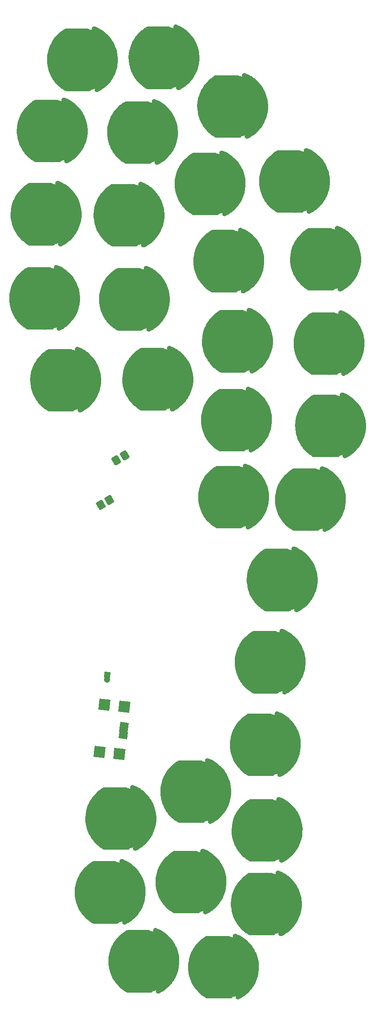
<source format=gts>
G04 #@! TF.GenerationSoftware,KiCad,Pcbnew,(5.0.0)*
G04 #@! TF.CreationDate,2019-10-21T15:10:15+02:00*
G04 #@! TF.ProjectId,Insole_PCB,496E736F6C655F5043422E6B69636164,rev?*
G04 #@! TF.SameCoordinates,Original*
G04 #@! TF.FileFunction,Soldermask,Top*
G04 #@! TF.FilePolarity,Negative*
%FSLAX46Y46*%
G04 Gerber Fmt 4.6, Leading zero omitted, Abs format (unit mm)*
G04 Created by KiCad (PCBNEW (5.0.0)) date 10/21/19 15:10:15*
%MOMM*%
%LPD*%
G01*
G04 APERTURE LIST*
%ADD10C,7.000000*%
%ADD11C,0.500000*%
%ADD12C,0.100000*%
%ADD13C,2.300000*%
%ADD14C,0.800000*%
%ADD15C,1.250000*%
%ADD16C,1.250000*%
%ADD17C,1.550000*%
G04 APERTURE END LIST*
D10*
G04 #@! TO.C,S28*
X228319453Y-226370707D02*
G75*
G03X228319453Y-226370707I-3000000J0D01*
G01*
G04 #@! TO.C,S0*
X186500000Y-117500000D02*
G75*
G03X186500000Y-117500000I-3000000J0D01*
G01*
G04 #@! TO.C,S1*
X182119453Y-100500000D02*
G75*
G03X182119453Y-100500000I-3000000J0D01*
G01*
G04 #@! TO.C,S2*
X182419453Y-83000000D02*
G75*
G03X182419453Y-83000000I-3000000J0D01*
G01*
G04 #@! TO.C,S3*
X183700000Y-65700000D02*
G75*
G03X183700000Y-65700000I-3000000J0D01*
G01*
G04 #@! TO.C,S4*
X190000000Y-50900000D02*
G75*
G03X190000000Y-50900000I-3000000J0D01*
G01*
G04 #@! TO.C,S5*
X202519453Y-66020707D02*
G75*
G03X202519453Y-66020707I-3000000J0D01*
G01*
G04 #@! TO.C,S6*
X199700000Y-83200000D02*
G75*
G03X199700000Y-83200000I-3000000J0D01*
G01*
G04 #@! TO.C,S7*
X200829453Y-100680707D02*
G75*
G03X200829453Y-100680707I-3000000J0D01*
G01*
G04 #@! TO.C,S8*
X207000000Y-50500000D02*
G75*
G03X207000000Y-50500000I-3000000J0D01*
G01*
G04 #@! TO.C,S9*
X221300000Y-60600000D02*
G75*
G03X221300000Y-60600000I-3000000J0D01*
G01*
G04 #@! TO.C,S10*
X216600000Y-76700000D02*
G75*
G03X216600000Y-76700000I-3000000J0D01*
G01*
G04 #@! TO.C,S11*
X234200000Y-76200000D02*
G75*
G03X234200000Y-76200000I-3000000J0D01*
G01*
G04 #@! TO.C,S12*
X220499453Y-92760707D02*
G75*
G03X220499453Y-92760707I-3000000J0D01*
G01*
G04 #@! TO.C,S13*
X240669453Y-92350707D02*
G75*
G03X240669453Y-92350707I-3000000J0D01*
G01*
G04 #@! TO.C,S14*
X205700000Y-117300000D02*
G75*
G03X205700000Y-117300000I-3000000J0D01*
G01*
G04 #@! TO.C,S15*
X222300000Y-109400000D02*
G75*
G03X222300000Y-109400000I-3000000J0D01*
G01*
G04 #@! TO.C,S16*
X241400000Y-109900000D02*
G75*
G03X241400000Y-109900000I-3000000J0D01*
G01*
G04 #@! TO.C,S17*
X241700000Y-127000000D02*
G75*
G03X241700000Y-127000000I-3000000J0D01*
G01*
G04 #@! TO.C,S18*
X222100000Y-125800000D02*
G75*
G03X222100000Y-125800000I-3000000J0D01*
G01*
G04 #@! TO.C,S19*
X221500000Y-141800000D02*
G75*
G03X221500000Y-141800000I-3000000J0D01*
G01*
G04 #@! TO.C,S20*
X237519453Y-142320707D02*
G75*
G03X237519453Y-142320707I-3000000J0D01*
G01*
G04 #@! TO.C,S21*
X231619453Y-159020707D02*
G75*
G03X231619453Y-159020707I-3000000J0D01*
G01*
G04 #@! TO.C,S22*
X229119453Y-176120707D02*
G75*
G03X229119453Y-176120707I-3000000J0D01*
G01*
G04 #@! TO.C,S23*
X228119453Y-193270707D02*
G75*
G03X228119453Y-193270707I-3000000J0D01*
G01*
G04 #@! TO.C,S24*
X198000000Y-208600000D02*
G75*
G03X198000000Y-208600000I-3000000J0D01*
G01*
G04 #@! TO.C,S25*
X195769453Y-223970707D02*
G75*
G03X195769453Y-223970707I-3000000J0D01*
G01*
G04 #@! TO.C,S26*
X202800000Y-238300000D02*
G75*
G03X202800000Y-238300000I-3000000J0D01*
G01*
G04 #@! TO.C,S27*
X219400000Y-239500000D02*
G75*
G03X219400000Y-239500000I-3000000J0D01*
G01*
G04 #@! TO.C,S29*
X212619453Y-221820707D02*
G75*
G03X212619453Y-221820707I-3000000J0D01*
G01*
G04 #@! TO.C,S30*
X228469453Y-211070707D02*
G75*
G03X228469453Y-211070707I-3000000J0D01*
G01*
G04 #@! TO.C,S31*
X213619453Y-203020707D02*
G75*
G03X213619453Y-203020707I-3000000J0D01*
G01*
G04 #@! TD*
D11*
G04 #@! TO.C,S28*
X218619453Y-227570707D03*
D12*
G36*
X226320838Y-219870712D02*
X226325027Y-219870741D01*
X226336204Y-219871131D01*
X226365456Y-219872972D01*
X226384869Y-219875150D01*
X226413802Y-219879836D01*
X226432916Y-219883898D01*
X226461253Y-219891385D01*
X226479874Y-219897292D01*
X226507346Y-219907508D01*
X226525314Y-219915209D01*
X226551657Y-219928058D01*
X226568776Y-219937470D01*
X226593740Y-219952828D01*
X226609865Y-219963868D01*
X226633211Y-219981589D01*
X226648174Y-219994145D01*
X226669680Y-220014059D01*
X226683357Y-220028025D01*
X226702816Y-220049943D01*
X226715057Y-220065168D01*
X226732285Y-220088880D01*
X226742984Y-220105230D01*
X226757816Y-220130510D01*
X226766870Y-220147828D01*
X226779164Y-220174435D01*
X226786484Y-220192553D01*
X226796123Y-220220233D01*
X226801639Y-220238976D01*
X226808531Y-220267464D01*
X226812193Y-220286659D01*
X226816272Y-220315683D01*
X226818042Y-220335138D01*
X226819270Y-220364422D01*
X226819134Y-220383964D01*
X226817498Y-220413229D01*
X226815456Y-220432664D01*
X226810972Y-220461628D01*
X226807043Y-220480768D01*
X226799754Y-220509157D01*
X226793975Y-220527824D01*
X226783950Y-220555367D01*
X226776379Y-220573379D01*
X226763715Y-220599811D01*
X226754419Y-220617002D01*
X226739235Y-220642073D01*
X226728310Y-220658269D01*
X226710753Y-220681738D01*
X226698297Y-220696796D01*
X226678533Y-220718440D01*
X226664670Y-220732206D01*
X226642889Y-220751818D01*
X226627743Y-220764170D01*
X226604151Y-220781563D01*
X226587879Y-220792375D01*
X226562703Y-220807383D01*
X226545453Y-220816555D01*
X226518933Y-220829035D01*
X226500865Y-220836482D01*
X226473254Y-220846314D01*
X226454548Y-220851962D01*
X226426108Y-220859053D01*
X226406936Y-220862849D01*
X226377941Y-220867130D01*
X226358499Y-220869036D01*
X226329224Y-220870468D01*
X226319453Y-220870707D01*
X222059002Y-220870707D01*
X221855253Y-220994048D01*
X221343339Y-221361066D01*
X220873455Y-221772982D01*
X220446020Y-222228773D01*
X220413772Y-222270707D01*
X229719453Y-222270707D01*
X229720838Y-222270712D01*
X229725027Y-222270741D01*
X229736204Y-222271131D01*
X229765456Y-222272972D01*
X229784869Y-222275150D01*
X229813802Y-222279836D01*
X229832916Y-222283898D01*
X229861253Y-222291385D01*
X229879874Y-222297292D01*
X229907346Y-222307508D01*
X229925314Y-222315209D01*
X229951657Y-222328058D01*
X229968776Y-222337470D01*
X229993740Y-222352828D01*
X230009865Y-222363868D01*
X230033211Y-222381589D01*
X230048174Y-222394145D01*
X230069680Y-222414059D01*
X230083357Y-222428025D01*
X230102816Y-222449943D01*
X230115057Y-222465168D01*
X230132285Y-222488880D01*
X230142984Y-222505230D01*
X230157816Y-222530510D01*
X230166870Y-222547828D01*
X230179164Y-222574435D01*
X230186484Y-222592553D01*
X230196123Y-222620233D01*
X230201639Y-222638976D01*
X230208531Y-222667464D01*
X230212193Y-222686659D01*
X230216272Y-222715683D01*
X230218042Y-222735138D01*
X230219270Y-222764422D01*
X230219134Y-222783964D01*
X230217498Y-222813229D01*
X230215456Y-222832664D01*
X230210972Y-222861628D01*
X230207043Y-222880768D01*
X230199754Y-222909157D01*
X230193975Y-222927824D01*
X230183950Y-222955367D01*
X230176379Y-222973379D01*
X230163715Y-222999811D01*
X230154419Y-223017002D01*
X230139235Y-223042073D01*
X230128310Y-223058269D01*
X230110753Y-223081738D01*
X230098297Y-223096796D01*
X230078533Y-223118440D01*
X230064670Y-223132206D01*
X230042889Y-223151818D01*
X230027743Y-223164170D01*
X230004151Y-223181563D01*
X229987879Y-223192375D01*
X229962703Y-223207383D01*
X229945453Y-223216555D01*
X229918933Y-223229035D01*
X229900865Y-223236482D01*
X229873254Y-223246314D01*
X229854548Y-223251962D01*
X229826108Y-223259053D01*
X229806936Y-223262849D01*
X229777941Y-223267130D01*
X229758499Y-223269036D01*
X229729224Y-223270468D01*
X229719453Y-223270707D01*
X219726168Y-223270707D01*
X219456869Y-223814131D01*
X219235369Y-224398423D01*
X219161590Y-224670707D01*
X230919453Y-224670707D01*
X230920838Y-224670712D01*
X230925027Y-224670741D01*
X230936204Y-224671131D01*
X230965456Y-224672972D01*
X230984869Y-224675150D01*
X231013802Y-224679836D01*
X231032916Y-224683898D01*
X231061253Y-224691385D01*
X231079874Y-224697292D01*
X231107346Y-224707508D01*
X231125314Y-224715209D01*
X231151657Y-224728058D01*
X231168776Y-224737470D01*
X231193740Y-224752828D01*
X231209865Y-224763868D01*
X231233211Y-224781589D01*
X231248174Y-224794145D01*
X231269680Y-224814059D01*
X231283357Y-224828025D01*
X231302816Y-224849943D01*
X231315057Y-224865168D01*
X231332285Y-224888880D01*
X231342984Y-224905230D01*
X231357816Y-224930510D01*
X231366870Y-224947828D01*
X231379164Y-224974435D01*
X231386484Y-224992553D01*
X231396123Y-225020233D01*
X231401639Y-225038976D01*
X231408531Y-225067464D01*
X231412193Y-225086659D01*
X231416272Y-225115683D01*
X231418042Y-225135138D01*
X231419270Y-225164422D01*
X231419134Y-225183964D01*
X231417498Y-225213229D01*
X231415456Y-225232664D01*
X231410972Y-225261628D01*
X231407043Y-225280768D01*
X231399754Y-225309157D01*
X231393975Y-225327824D01*
X231383950Y-225355367D01*
X231376379Y-225373379D01*
X231363715Y-225399811D01*
X231354419Y-225417002D01*
X231339235Y-225442073D01*
X231328310Y-225458269D01*
X231310753Y-225481738D01*
X231298297Y-225496796D01*
X231278533Y-225518440D01*
X231264670Y-225532206D01*
X231242889Y-225551818D01*
X231227743Y-225564170D01*
X231204151Y-225581563D01*
X231187879Y-225592375D01*
X231162703Y-225607383D01*
X231145453Y-225616555D01*
X231118933Y-225629035D01*
X231100865Y-225636482D01*
X231073254Y-225646314D01*
X231054548Y-225651962D01*
X231026108Y-225659053D01*
X231006936Y-225662849D01*
X230977941Y-225667130D01*
X230958499Y-225669036D01*
X230929224Y-225670468D01*
X230919453Y-225670707D01*
X218964486Y-225670707D01*
X218924989Y-226241092D01*
X218942857Y-226865693D01*
X218968898Y-227070707D01*
X230919453Y-227070707D01*
X230920838Y-227070712D01*
X230925027Y-227070741D01*
X230936204Y-227071131D01*
X230965456Y-227072972D01*
X230984869Y-227075150D01*
X231013802Y-227079836D01*
X231032916Y-227083898D01*
X231061253Y-227091385D01*
X231079874Y-227097292D01*
X231107346Y-227107508D01*
X231125314Y-227115209D01*
X231151657Y-227128058D01*
X231168776Y-227137470D01*
X231193740Y-227152828D01*
X231209865Y-227163868D01*
X231233211Y-227181589D01*
X231248174Y-227194145D01*
X231269680Y-227214059D01*
X231283357Y-227228025D01*
X231302816Y-227249943D01*
X231315057Y-227265168D01*
X231332285Y-227288880D01*
X231342984Y-227305230D01*
X231357816Y-227330510D01*
X231366870Y-227347828D01*
X231379164Y-227374435D01*
X231386484Y-227392553D01*
X231396123Y-227420233D01*
X231401639Y-227438976D01*
X231408531Y-227467464D01*
X231412193Y-227486659D01*
X231416272Y-227515683D01*
X231418042Y-227535138D01*
X231419270Y-227564422D01*
X231419134Y-227583964D01*
X231417498Y-227613229D01*
X231415456Y-227632664D01*
X231410972Y-227661628D01*
X231407043Y-227680768D01*
X231399754Y-227709157D01*
X231393975Y-227727824D01*
X231383950Y-227755367D01*
X231376379Y-227773379D01*
X231363715Y-227799811D01*
X231354419Y-227817002D01*
X231339235Y-227842073D01*
X231328310Y-227858269D01*
X231310753Y-227881738D01*
X231298297Y-227896796D01*
X231278533Y-227918440D01*
X231264670Y-227932206D01*
X231242889Y-227951818D01*
X231227743Y-227964170D01*
X231204151Y-227981563D01*
X231187879Y-227992375D01*
X231162703Y-228007383D01*
X231145453Y-228016555D01*
X231118933Y-228029035D01*
X231100865Y-228036482D01*
X231073254Y-228046314D01*
X231054548Y-228051962D01*
X231026108Y-228059053D01*
X231006936Y-228062849D01*
X230977941Y-228067130D01*
X230958499Y-228069036D01*
X230929224Y-228070468D01*
X230919453Y-228070707D01*
X219154947Y-228070707D01*
X219160445Y-228094832D01*
X219358081Y-228687608D01*
X219612628Y-229258288D01*
X219733489Y-229470707D01*
X229719453Y-229470707D01*
X229720838Y-229470712D01*
X229725027Y-229470741D01*
X229736204Y-229471131D01*
X229765456Y-229472972D01*
X229784869Y-229475150D01*
X229813802Y-229479836D01*
X229832916Y-229483898D01*
X229861253Y-229491385D01*
X229879874Y-229497292D01*
X229907346Y-229507508D01*
X229925314Y-229515209D01*
X229951657Y-229528058D01*
X229968776Y-229537470D01*
X229993740Y-229552828D01*
X230009865Y-229563868D01*
X230033211Y-229581589D01*
X230048174Y-229594145D01*
X230069680Y-229614059D01*
X230083357Y-229628025D01*
X230102816Y-229649943D01*
X230115057Y-229665168D01*
X230132285Y-229688880D01*
X230142984Y-229705230D01*
X230157816Y-229730510D01*
X230166870Y-229747828D01*
X230179164Y-229774435D01*
X230186484Y-229792553D01*
X230196123Y-229820233D01*
X230201639Y-229838976D01*
X230208531Y-229867464D01*
X230212193Y-229886659D01*
X230216272Y-229915683D01*
X230218042Y-229935138D01*
X230219270Y-229964422D01*
X230219134Y-229983964D01*
X230217498Y-230013229D01*
X230215456Y-230032664D01*
X230210972Y-230061628D01*
X230207043Y-230080768D01*
X230199754Y-230109157D01*
X230193975Y-230127824D01*
X230183950Y-230155367D01*
X230176379Y-230173379D01*
X230163715Y-230199811D01*
X230154419Y-230217002D01*
X230139235Y-230242073D01*
X230128310Y-230258269D01*
X230110753Y-230281738D01*
X230098297Y-230296796D01*
X230078533Y-230318440D01*
X230064670Y-230332206D01*
X230042889Y-230351818D01*
X230027743Y-230364170D01*
X230004151Y-230381563D01*
X229987879Y-230392375D01*
X229962703Y-230407383D01*
X229945453Y-230416555D01*
X229918933Y-230429035D01*
X229900865Y-230436482D01*
X229873254Y-230446314D01*
X229854548Y-230451962D01*
X229826108Y-230459053D01*
X229806936Y-230462849D01*
X229777941Y-230467130D01*
X229758499Y-230469036D01*
X229729224Y-230470468D01*
X229719453Y-230470707D01*
X220419573Y-230470707D01*
X220690799Y-230784495D01*
X221143598Y-231215107D01*
X221636254Y-231599477D01*
X222064285Y-231870707D01*
X226719453Y-231870707D01*
X226720838Y-231870712D01*
X226725027Y-231870741D01*
X226736204Y-231871131D01*
X226765456Y-231872972D01*
X226784869Y-231875150D01*
X226813802Y-231879836D01*
X226832916Y-231883898D01*
X226861253Y-231891385D01*
X226879874Y-231897292D01*
X226907346Y-231907508D01*
X226925314Y-231915209D01*
X226951657Y-231928058D01*
X226968776Y-231937470D01*
X226993740Y-231952828D01*
X227009865Y-231963868D01*
X227033211Y-231981589D01*
X227048174Y-231994145D01*
X227069680Y-232014059D01*
X227083357Y-232028025D01*
X227102816Y-232049943D01*
X227115057Y-232065168D01*
X227132285Y-232088880D01*
X227142984Y-232105230D01*
X227157816Y-232130510D01*
X227166870Y-232147828D01*
X227179164Y-232174435D01*
X227186484Y-232192553D01*
X227196123Y-232220233D01*
X227201639Y-232238976D01*
X227208531Y-232267464D01*
X227212193Y-232286659D01*
X227216272Y-232315683D01*
X227218042Y-232335138D01*
X227219270Y-232364422D01*
X227219134Y-232383964D01*
X227217498Y-232413229D01*
X227215456Y-232432664D01*
X227210972Y-232461628D01*
X227207043Y-232480768D01*
X227199754Y-232509157D01*
X227193975Y-232527824D01*
X227183950Y-232555367D01*
X227176379Y-232573379D01*
X227163715Y-232599811D01*
X227154419Y-232617002D01*
X227139235Y-232642073D01*
X227128310Y-232658269D01*
X227110753Y-232681738D01*
X227098297Y-232696796D01*
X227078533Y-232718440D01*
X227064670Y-232732206D01*
X227042889Y-232751818D01*
X227027743Y-232764170D01*
X227004151Y-232781563D01*
X226987879Y-232792375D01*
X226962703Y-232807383D01*
X226945453Y-232816555D01*
X226918933Y-232829035D01*
X226900865Y-232836482D01*
X226873254Y-232846314D01*
X226854548Y-232851962D01*
X226826108Y-232859053D01*
X226806936Y-232862849D01*
X226777941Y-232867130D01*
X226758499Y-232869036D01*
X226729224Y-232870468D01*
X226719453Y-232870707D01*
X221919453Y-232870707D01*
X221918068Y-232870702D01*
X221913879Y-232870673D01*
X221902702Y-232870283D01*
X221873450Y-232868442D01*
X221854037Y-232866264D01*
X221825104Y-232861578D01*
X221805990Y-232857516D01*
X221777653Y-232850029D01*
X221759032Y-232844122D01*
X221731560Y-232833906D01*
X221713591Y-232826205D01*
X221701738Y-232820424D01*
X221700794Y-232820004D01*
X221692081Y-232815611D01*
X221692041Y-232815693D01*
X221687242Y-232813352D01*
X221670136Y-232803948D01*
X221665235Y-232800933D01*
X221657853Y-232796746D01*
X221649476Y-232791720D01*
X221080347Y-232431080D01*
X221079150Y-232430316D01*
X221075628Y-232428049D01*
X221066434Y-232421762D01*
X221057403Y-232415210D01*
X221048255Y-232408766D01*
X221040410Y-232402948D01*
X220509189Y-231988491D01*
X220508070Y-231987611D01*
X220504786Y-231985011D01*
X220496250Y-231977858D01*
X220487923Y-231970475D01*
X220479428Y-231963152D01*
X220472190Y-231956598D01*
X219983947Y-231492282D01*
X219982929Y-231491307D01*
X219979914Y-231488399D01*
X219972101Y-231480430D01*
X219964526Y-231472260D01*
X219956807Y-231464166D01*
X219950235Y-231456928D01*
X219509633Y-230947183D01*
X219508726Y-230946126D01*
X219506009Y-230942938D01*
X219499001Y-230934235D01*
X219492223Y-230925318D01*
X219485365Y-230916552D01*
X219479533Y-230908710D01*
X219090776Y-230358403D01*
X219089983Y-230357272D01*
X219087589Y-230353833D01*
X219081455Y-230344474D01*
X219075558Y-230334902D01*
X219069616Y-230325554D01*
X219064573Y-230317175D01*
X218731372Y-229731559D01*
X218730687Y-229730345D01*
X218728641Y-229726690D01*
X218723461Y-229716799D01*
X218718549Y-229706746D01*
X218713511Y-229696788D01*
X218709317Y-229687971D01*
X218434852Y-229072635D01*
X218434290Y-229071363D01*
X218432610Y-229067525D01*
X218428417Y-229057169D01*
X218424496Y-229046649D01*
X218420472Y-229036294D01*
X218417156Y-229027102D01*
X218204048Y-228387920D01*
X218203609Y-228386588D01*
X218202312Y-228382605D01*
X218199152Y-228371896D01*
X218196287Y-228361081D01*
X218193285Y-228350359D01*
X218190879Y-228340880D01*
X218041161Y-227683952D01*
X218040852Y-227682573D01*
X218039950Y-227678482D01*
X218037852Y-227667522D01*
X218036062Y-227656516D01*
X218034114Y-227645511D01*
X218032646Y-227635849D01*
X217947747Y-226967447D01*
X217947577Y-226966066D01*
X217947078Y-226961906D01*
X217946058Y-226950785D01*
X217945350Y-226939652D01*
X217944484Y-226928493D01*
X217943967Y-226918743D01*
X217924699Y-226245245D01*
X217924664Y-226243871D01*
X217924573Y-226239683D01*
X217924644Y-226228480D01*
X217925026Y-226217347D01*
X217925252Y-226206177D01*
X217925689Y-226196407D01*
X217972234Y-225524243D01*
X217972333Y-225522877D01*
X217972651Y-225518700D01*
X217973813Y-225507563D01*
X217975284Y-225496483D01*
X217976596Y-225485413D01*
X217977984Y-225475734D01*
X218089898Y-224811321D01*
X218090138Y-224809928D01*
X218090863Y-224805802D01*
X218093099Y-224794874D01*
X218095648Y-224783974D01*
X218098031Y-224773099D01*
X218100356Y-224763603D01*
X218276572Y-224113282D01*
X218276943Y-224111932D01*
X218278067Y-224107896D01*
X218281360Y-224097232D01*
X218284958Y-224086639D01*
X218288398Y-224076028D01*
X218291636Y-224066813D01*
X218530471Y-223436791D01*
X218530964Y-223435503D01*
X218532476Y-223431596D01*
X218536808Y-223421272D01*
X218541401Y-223411130D01*
X218545872Y-223400877D01*
X218549997Y-223392015D01*
X218849171Y-222788305D01*
X218849795Y-222787057D01*
X218851681Y-222783317D01*
X218856990Y-222773483D01*
X218862556Y-222763828D01*
X218868004Y-222754064D01*
X218872975Y-222745646D01*
X219229634Y-222174013D01*
X219230365Y-222172850D01*
X219232607Y-222169311D01*
X219238865Y-222160019D01*
X219245366Y-222150927D01*
X219251714Y-222141779D01*
X219257486Y-222133881D01*
X219668225Y-221599780D01*
X219669057Y-221598706D01*
X219671633Y-221595403D01*
X219678774Y-221586757D01*
X219686108Y-221578369D01*
X219693345Y-221569853D01*
X219699858Y-221562559D01*
X220160754Y-221071087D01*
X220161708Y-221070077D01*
X220164595Y-221067041D01*
X220172518Y-221059162D01*
X220180626Y-221051538D01*
X220188686Y-221043744D01*
X220195871Y-221037128D01*
X220702528Y-220592978D01*
X220703586Y-220592058D01*
X220706755Y-220589319D01*
X220715400Y-220582258D01*
X220724244Y-220575438D01*
X220732990Y-220568496D01*
X220740790Y-220562610D01*
X221288370Y-220170021D01*
X221289522Y-220169202D01*
X221292944Y-220166785D01*
X221302229Y-220160607D01*
X221307437Y-220157348D01*
X221312537Y-220153909D01*
X221320777Y-220148641D01*
X221660523Y-219942974D01*
X221661737Y-219942245D01*
X221665336Y-219940101D01*
X221675060Y-219934669D01*
X221675654Y-219934358D01*
X221676212Y-219934026D01*
X221693461Y-219924855D01*
X221697278Y-219923059D01*
X221701038Y-219921094D01*
X221718776Y-219912902D01*
X221719374Y-219912661D01*
X221719985Y-219912373D01*
X221738044Y-219904931D01*
X221742039Y-219903508D01*
X221745963Y-219901924D01*
X221764417Y-219895501D01*
X221765043Y-219895317D01*
X221765652Y-219895100D01*
X221784370Y-219889449D01*
X221788483Y-219888424D01*
X221792524Y-219887235D01*
X221811519Y-219882642D01*
X221812173Y-219882517D01*
X221812804Y-219882360D01*
X221831966Y-219878566D01*
X221836142Y-219877949D01*
X221840321Y-219877153D01*
X221859681Y-219874437D01*
X221860316Y-219874379D01*
X221860962Y-219874284D01*
X221880399Y-219872378D01*
X221884636Y-219872171D01*
X221888874Y-219871786D01*
X221908389Y-219870973D01*
X221909030Y-219870978D01*
X221909676Y-219870946D01*
X221919453Y-219870707D01*
X226319453Y-219870707D01*
X226320838Y-219870712D01*
X226320838Y-219870712D01*
G37*
D11*
X232119453Y-226370707D03*
D12*
G36*
X227758763Y-219423029D02*
X227788009Y-219424960D01*
X227807428Y-219427199D01*
X227836346Y-219431976D01*
X227855446Y-219436099D01*
X227883760Y-219443675D01*
X227902363Y-219449640D01*
X227929802Y-219459942D01*
X227938865Y-219463600D01*
X228556541Y-219730623D01*
X228557826Y-219731184D01*
X228561659Y-219732873D01*
X228571750Y-219737660D01*
X228581691Y-219742721D01*
X228591712Y-219747647D01*
X228600380Y-219752175D01*
X229189051Y-220078199D01*
X229190273Y-220078881D01*
X229193923Y-220080936D01*
X229203502Y-220086687D01*
X229212897Y-220092691D01*
X229222395Y-220098575D01*
X229230577Y-220103925D01*
X229784624Y-220485837D01*
X229785741Y-220486613D01*
X229789174Y-220489014D01*
X229798176Y-220495693D01*
X229806943Y-220502587D01*
X229815824Y-220509372D01*
X229823441Y-220515492D01*
X230337576Y-220949646D01*
X230338656Y-220950565D01*
X230341837Y-220953290D01*
X230350105Y-220960783D01*
X230358134Y-220968477D01*
X230366329Y-220976114D01*
X230373314Y-220982949D01*
X230842629Y-221465201D01*
X230843601Y-221466207D01*
X230846502Y-221469230D01*
X230854003Y-221477497D01*
X230861237Y-221485930D01*
X230868662Y-221494346D01*
X230874949Y-221501833D01*
X231294963Y-222027582D01*
X231295823Y-222028667D01*
X231298415Y-222031958D01*
X231305089Y-222040937D01*
X231311488Y-222050069D01*
X231318024Y-222059124D01*
X231323552Y-222067192D01*
X231690258Y-222631418D01*
X231690995Y-222632560D01*
X231693254Y-222636088D01*
X231699038Y-222645705D01*
X231704532Y-222655448D01*
X231710129Y-222665056D01*
X231714846Y-222673628D01*
X232024744Y-223270945D01*
X232025388Y-223272197D01*
X232027291Y-223275929D01*
X232032084Y-223286014D01*
X232036596Y-223296236D01*
X232041240Y-223306368D01*
X232045096Y-223315355D01*
X232295226Y-223940062D01*
X232295741Y-223941361D01*
X232297271Y-223945261D01*
X232301059Y-223955770D01*
X232304552Y-223966380D01*
X232308189Y-223976932D01*
X232311146Y-223986243D01*
X232499122Y-224632377D01*
X232499495Y-224633674D01*
X232500638Y-224637704D01*
X232503397Y-224648587D01*
X232505845Y-224659525D01*
X232508424Y-224670330D01*
X232510461Y-224679893D01*
X232634489Y-225341288D01*
X232634735Y-225342625D01*
X232635479Y-225346747D01*
X232637159Y-225357825D01*
X232638521Y-225368882D01*
X232640044Y-225379972D01*
X232641137Y-225389683D01*
X232700031Y-226060023D01*
X232700146Y-226061388D01*
X232700484Y-226065563D01*
X232701075Y-226076754D01*
X232701352Y-226087965D01*
X232701783Y-226099057D01*
X232701924Y-226108836D01*
X232695124Y-226781724D01*
X232695104Y-226783141D01*
X232695032Y-226787329D01*
X232694530Y-226798473D01*
X232693714Y-226809629D01*
X232693059Y-226820740D01*
X232692244Y-226830489D01*
X232619814Y-227499502D01*
X232619658Y-227500894D01*
X232619178Y-227505055D01*
X232617590Y-227516104D01*
X232615705Y-227527040D01*
X232613952Y-227538137D01*
X232612190Y-227547754D01*
X232474821Y-228206505D01*
X232474530Y-228207879D01*
X232473646Y-228211974D01*
X232470986Y-228222818D01*
X232468036Y-228233542D01*
X232465215Y-228244388D01*
X232462525Y-228253781D01*
X232261530Y-228895984D01*
X232261110Y-228897310D01*
X232259831Y-228901299D01*
X232256124Y-228911838D01*
X232252132Y-228922249D01*
X232248271Y-228932754D01*
X232244679Y-228941836D01*
X231981974Y-229561360D01*
X231981435Y-229562618D01*
X231979773Y-229566464D01*
X231975045Y-229576614D01*
X231970044Y-229586611D01*
X231965193Y-229596654D01*
X231960729Y-229605348D01*
X231638823Y-230196280D01*
X231638166Y-230197475D01*
X231636137Y-230201140D01*
X231630436Y-230210789D01*
X231624496Y-230220229D01*
X231618680Y-230229765D01*
X231613387Y-230237985D01*
X231235352Y-230794685D01*
X231234574Y-230795823D01*
X231232197Y-230799272D01*
X231225593Y-230808302D01*
X231218793Y-230817075D01*
X231212034Y-230826051D01*
X231205969Y-230833709D01*
X230775415Y-231350862D01*
X230774519Y-231351930D01*
X230771816Y-231355131D01*
X230764372Y-231363463D01*
X230756681Y-231371602D01*
X230749151Y-231379797D01*
X230742362Y-231386833D01*
X230263397Y-231859503D01*
X230262388Y-231860491D01*
X230259386Y-231863412D01*
X230251179Y-231870964D01*
X230242766Y-231878283D01*
X230234429Y-231885742D01*
X230226992Y-231892076D01*
X229704188Y-232315751D01*
X229703130Y-232316602D01*
X229699858Y-232319217D01*
X229690912Y-232325965D01*
X229681802Y-232332444D01*
X229672801Y-232339037D01*
X229664779Y-232344616D01*
X229103127Y-232715252D01*
X229101953Y-232716022D01*
X229098440Y-232718305D01*
X229088915Y-232724123D01*
X229080733Y-232728813D01*
X229072664Y-232733665D01*
X229064171Y-232738494D01*
X228555890Y-233011272D01*
X228554651Y-233011931D01*
X228550946Y-233013886D01*
X228540934Y-233018817D01*
X228514289Y-233031028D01*
X228496144Y-233038293D01*
X228468434Y-233047845D01*
X228449677Y-233053302D01*
X228421168Y-233060105D01*
X228401966Y-233063706D01*
X228372929Y-233067695D01*
X228353461Y-233069406D01*
X228324174Y-233070542D01*
X228304631Y-233070344D01*
X228275372Y-233068616D01*
X228255945Y-233066513D01*
X228226994Y-233061938D01*
X228207873Y-233057950D01*
X228179507Y-233050573D01*
X228160853Y-233044735D01*
X228133342Y-233034624D01*
X228115354Y-233026996D01*
X228088961Y-233014249D01*
X228071805Y-233004904D01*
X228046782Y-232989643D01*
X228030611Y-232978662D01*
X228007197Y-232961031D01*
X227992187Y-232948534D01*
X227970604Y-232928703D01*
X227956875Y-232914791D01*
X227937331Y-232892948D01*
X227925027Y-232877765D01*
X227907709Y-232854120D01*
X227896953Y-232837821D01*
X227882023Y-232812599D01*
X227872899Y-232795311D01*
X227860502Y-232768751D01*
X227853114Y-232750666D01*
X227843368Y-232723025D01*
X227837776Y-232704291D01*
X227830775Y-232675829D01*
X227827041Y-232656656D01*
X227822850Y-232627647D01*
X227821004Y-232608200D01*
X227819663Y-232578921D01*
X227819725Y-232559371D01*
X227821249Y-232530100D01*
X227823216Y-232510665D01*
X227827588Y-232481684D01*
X227831444Y-232462525D01*
X227838624Y-232434108D01*
X227844328Y-232415425D01*
X227854246Y-232387844D01*
X227861752Y-232369795D01*
X227874315Y-232343314D01*
X227883538Y-232326097D01*
X227898624Y-232300968D01*
X227909487Y-232284727D01*
X227926953Y-232261190D01*
X227939353Y-232246083D01*
X227959033Y-232224363D01*
X227972842Y-232210544D01*
X227994548Y-232190847D01*
X228009649Y-232178433D01*
X228033173Y-232160950D01*
X228049402Y-232150077D01*
X228074520Y-232134972D01*
X228083016Y-232130142D01*
X228571293Y-231868099D01*
X228870416Y-231670707D01*
X221919453Y-231670707D01*
X221918068Y-231670702D01*
X221913879Y-231670673D01*
X221902702Y-231670283D01*
X221873450Y-231668442D01*
X221854037Y-231666264D01*
X221825104Y-231661578D01*
X221805990Y-231657516D01*
X221777653Y-231650029D01*
X221759032Y-231644122D01*
X221731560Y-231633906D01*
X221713592Y-231626205D01*
X221687249Y-231613356D01*
X221670130Y-231603944D01*
X221645166Y-231588586D01*
X221629041Y-231577546D01*
X221605695Y-231559825D01*
X221590732Y-231547269D01*
X221569226Y-231527355D01*
X221555549Y-231513389D01*
X221536090Y-231491471D01*
X221523849Y-231476246D01*
X221506621Y-231452534D01*
X221495922Y-231436184D01*
X221481090Y-231410904D01*
X221472036Y-231393586D01*
X221459742Y-231366979D01*
X221452422Y-231348861D01*
X221442783Y-231321181D01*
X221437267Y-231302438D01*
X221430375Y-231273950D01*
X221426713Y-231254755D01*
X221422634Y-231225731D01*
X221420864Y-231206276D01*
X221419636Y-231176992D01*
X221419772Y-231157450D01*
X221421408Y-231128185D01*
X221423450Y-231108750D01*
X221427934Y-231079786D01*
X221431863Y-231060646D01*
X221439152Y-231032257D01*
X221444931Y-231013590D01*
X221454956Y-230986047D01*
X221462527Y-230968035D01*
X221475191Y-230941603D01*
X221484487Y-230924412D01*
X221499671Y-230899341D01*
X221510596Y-230883145D01*
X221528153Y-230859676D01*
X221540609Y-230844618D01*
X221560373Y-230822974D01*
X221574236Y-230809208D01*
X221596017Y-230789596D01*
X221611163Y-230777244D01*
X221634755Y-230759851D01*
X221651027Y-230749039D01*
X221676203Y-230734031D01*
X221693453Y-230724859D01*
X221719973Y-230712379D01*
X221738041Y-230704932D01*
X221765652Y-230695100D01*
X221784358Y-230689452D01*
X221812798Y-230682361D01*
X221831970Y-230678565D01*
X221860965Y-230674284D01*
X221880407Y-230672378D01*
X221909682Y-230670946D01*
X221919453Y-230670707D01*
X230040470Y-230670707D01*
X230421806Y-230212671D01*
X230772363Y-229696436D01*
X231004276Y-229270707D01*
X220319453Y-229270707D01*
X220318068Y-229270702D01*
X220313879Y-229270673D01*
X220302702Y-229270283D01*
X220273450Y-229268442D01*
X220254037Y-229266264D01*
X220225104Y-229261578D01*
X220205990Y-229257516D01*
X220177653Y-229250029D01*
X220159032Y-229244122D01*
X220131560Y-229233906D01*
X220113592Y-229226205D01*
X220087249Y-229213356D01*
X220070130Y-229203944D01*
X220045166Y-229188586D01*
X220029041Y-229177546D01*
X220005695Y-229159825D01*
X219990732Y-229147269D01*
X219969226Y-229127355D01*
X219955549Y-229113389D01*
X219936090Y-229091471D01*
X219923849Y-229076246D01*
X219906621Y-229052534D01*
X219895922Y-229036184D01*
X219881090Y-229010904D01*
X219872036Y-228993586D01*
X219859742Y-228966979D01*
X219852422Y-228948861D01*
X219842783Y-228921181D01*
X219837267Y-228902438D01*
X219830375Y-228873950D01*
X219826713Y-228854755D01*
X219822634Y-228825731D01*
X219820864Y-228806276D01*
X219819636Y-228776992D01*
X219819772Y-228757450D01*
X219821408Y-228728185D01*
X219823450Y-228708750D01*
X219827934Y-228679786D01*
X219831863Y-228660646D01*
X219839152Y-228632257D01*
X219844931Y-228613590D01*
X219854956Y-228586047D01*
X219862527Y-228568035D01*
X219875191Y-228541603D01*
X219884487Y-228524412D01*
X219899671Y-228499341D01*
X219910596Y-228483145D01*
X219928153Y-228459676D01*
X219940609Y-228444618D01*
X219960373Y-228422974D01*
X219974236Y-228409208D01*
X219996017Y-228389596D01*
X220011163Y-228377244D01*
X220034755Y-228359851D01*
X220051027Y-228349039D01*
X220076203Y-228334031D01*
X220093453Y-228324859D01*
X220119973Y-228312379D01*
X220138041Y-228304932D01*
X220165652Y-228295100D01*
X220184358Y-228289452D01*
X220212798Y-228282361D01*
X220231970Y-228278565D01*
X220260965Y-228274284D01*
X220280407Y-228272378D01*
X220309682Y-228270946D01*
X220319453Y-228270707D01*
X231409395Y-228270707D01*
X231500871Y-227978429D01*
X231628257Y-227367553D01*
X231682047Y-226870707D01*
X219719453Y-226870707D01*
X219718068Y-226870702D01*
X219713879Y-226870673D01*
X219702702Y-226870283D01*
X219673450Y-226868442D01*
X219654037Y-226866264D01*
X219625104Y-226861578D01*
X219605990Y-226857516D01*
X219577653Y-226850029D01*
X219559032Y-226844122D01*
X219531560Y-226833906D01*
X219513592Y-226826205D01*
X219487249Y-226813356D01*
X219470130Y-226803944D01*
X219445166Y-226788586D01*
X219429041Y-226777546D01*
X219405695Y-226759825D01*
X219390732Y-226747269D01*
X219369226Y-226727355D01*
X219355549Y-226713389D01*
X219336090Y-226691471D01*
X219323849Y-226676246D01*
X219306621Y-226652534D01*
X219295922Y-226636184D01*
X219281090Y-226610904D01*
X219272036Y-226593586D01*
X219259742Y-226566979D01*
X219252422Y-226548861D01*
X219242783Y-226521181D01*
X219237267Y-226502438D01*
X219230375Y-226473950D01*
X219226713Y-226454755D01*
X219222634Y-226425731D01*
X219220864Y-226406276D01*
X219219636Y-226376992D01*
X219219772Y-226357450D01*
X219221408Y-226328185D01*
X219223450Y-226308750D01*
X219227934Y-226279786D01*
X219231863Y-226260646D01*
X219239152Y-226232257D01*
X219244931Y-226213590D01*
X219254956Y-226186047D01*
X219262527Y-226168035D01*
X219275191Y-226141603D01*
X219284487Y-226124412D01*
X219299671Y-226099341D01*
X219310596Y-226083145D01*
X219328153Y-226059676D01*
X219340609Y-226044618D01*
X219360373Y-226022974D01*
X219374236Y-226009208D01*
X219396017Y-225989596D01*
X219411163Y-225977244D01*
X219434755Y-225959851D01*
X219451027Y-225949039D01*
X219476203Y-225934031D01*
X219493453Y-225924859D01*
X219519973Y-225912379D01*
X219538041Y-225904932D01*
X219565652Y-225895100D01*
X219584358Y-225889452D01*
X219612798Y-225882361D01*
X219631970Y-225878565D01*
X219660965Y-225874284D01*
X219680407Y-225872378D01*
X219709682Y-225870946D01*
X219719453Y-225870707D01*
X231679545Y-225870707D01*
X231647113Y-225501560D01*
X231532098Y-224888232D01*
X231410630Y-224470707D01*
X220119453Y-224470707D01*
X220118068Y-224470702D01*
X220113879Y-224470673D01*
X220102702Y-224470283D01*
X220073450Y-224468442D01*
X220054037Y-224466264D01*
X220025104Y-224461578D01*
X220005990Y-224457516D01*
X219977653Y-224450029D01*
X219959032Y-224444122D01*
X219931560Y-224433906D01*
X219913592Y-224426205D01*
X219887249Y-224413356D01*
X219870130Y-224403944D01*
X219845166Y-224388586D01*
X219829041Y-224377546D01*
X219805695Y-224359825D01*
X219790732Y-224347269D01*
X219769226Y-224327355D01*
X219755549Y-224313389D01*
X219736090Y-224291471D01*
X219723849Y-224276246D01*
X219706621Y-224252534D01*
X219695922Y-224236184D01*
X219681090Y-224210904D01*
X219672036Y-224193586D01*
X219659742Y-224166979D01*
X219652422Y-224148861D01*
X219642783Y-224121181D01*
X219637267Y-224102438D01*
X219630375Y-224073950D01*
X219626713Y-224054755D01*
X219622634Y-224025731D01*
X219620864Y-224006276D01*
X219619636Y-223976992D01*
X219619772Y-223957450D01*
X219621408Y-223928185D01*
X219623450Y-223908750D01*
X219627934Y-223879786D01*
X219631863Y-223860646D01*
X219639152Y-223832257D01*
X219644931Y-223813590D01*
X219654956Y-223786047D01*
X219662527Y-223768035D01*
X219675191Y-223741603D01*
X219684487Y-223724412D01*
X219699671Y-223699341D01*
X219710596Y-223683145D01*
X219728153Y-223659676D01*
X219740609Y-223644618D01*
X219760373Y-223622974D01*
X219774236Y-223609208D01*
X219796017Y-223589596D01*
X219811163Y-223577244D01*
X219834755Y-223559851D01*
X219851027Y-223549039D01*
X219876203Y-223534031D01*
X219893453Y-223524859D01*
X219919973Y-223512379D01*
X219938041Y-223504932D01*
X219965652Y-223495100D01*
X219984358Y-223489452D01*
X220012798Y-223482361D01*
X220031970Y-223478565D01*
X220060965Y-223474284D01*
X220080407Y-223472378D01*
X220109682Y-223470946D01*
X220119453Y-223470707D01*
X231001809Y-223470707D01*
X230838468Y-223155872D01*
X230498402Y-222632634D01*
X230108922Y-222145107D01*
X230036518Y-222070707D01*
X222119453Y-222070707D01*
X222118068Y-222070702D01*
X222113879Y-222070673D01*
X222102702Y-222070283D01*
X222073450Y-222068442D01*
X222054037Y-222066264D01*
X222025104Y-222061578D01*
X222005990Y-222057516D01*
X221977653Y-222050029D01*
X221959032Y-222044122D01*
X221931560Y-222033906D01*
X221913592Y-222026205D01*
X221887249Y-222013356D01*
X221870130Y-222003944D01*
X221845166Y-221988586D01*
X221829041Y-221977546D01*
X221805695Y-221959825D01*
X221790732Y-221947269D01*
X221769226Y-221927355D01*
X221755549Y-221913389D01*
X221736090Y-221891471D01*
X221723849Y-221876246D01*
X221706621Y-221852534D01*
X221695922Y-221836184D01*
X221681090Y-221810904D01*
X221672036Y-221793586D01*
X221659742Y-221766979D01*
X221652422Y-221748861D01*
X221642783Y-221721181D01*
X221637267Y-221702438D01*
X221630375Y-221673950D01*
X221626713Y-221654755D01*
X221622634Y-221625731D01*
X221620864Y-221606276D01*
X221619636Y-221576992D01*
X221619772Y-221557450D01*
X221621408Y-221528185D01*
X221623450Y-221508750D01*
X221627934Y-221479786D01*
X221631863Y-221460646D01*
X221639152Y-221432257D01*
X221644931Y-221413590D01*
X221654956Y-221386047D01*
X221662527Y-221368035D01*
X221675191Y-221341603D01*
X221684487Y-221324412D01*
X221699671Y-221299341D01*
X221710596Y-221283145D01*
X221728153Y-221259676D01*
X221740609Y-221244618D01*
X221760373Y-221222974D01*
X221774236Y-221209208D01*
X221796017Y-221189596D01*
X221811163Y-221177244D01*
X221834755Y-221159851D01*
X221851027Y-221149039D01*
X221876203Y-221134031D01*
X221893453Y-221124859D01*
X221919973Y-221112379D01*
X221938041Y-221104932D01*
X221965652Y-221095100D01*
X221984358Y-221089452D01*
X222012798Y-221082361D01*
X222031970Y-221078565D01*
X222060965Y-221074284D01*
X222080407Y-221072378D01*
X222109682Y-221070946D01*
X222119453Y-221070707D01*
X228871123Y-221070707D01*
X228683168Y-220941147D01*
X228137283Y-220638819D01*
X227542055Y-220381500D01*
X227540788Y-220380947D01*
X227536954Y-220379258D01*
X227526849Y-220374465D01*
X227500729Y-220361168D01*
X227483772Y-220351465D01*
X227459074Y-220335683D01*
X227443141Y-220324369D01*
X227420101Y-220306252D01*
X227405348Y-220293437D01*
X227384186Y-220273158D01*
X227370756Y-220258966D01*
X227351674Y-220236719D01*
X227339692Y-220221283D01*
X227322872Y-220197280D01*
X227312455Y-220180752D01*
X227298057Y-220155222D01*
X227289301Y-220137754D01*
X227277463Y-220110941D01*
X227270452Y-220092696D01*
X227261288Y-220064856D01*
X227256093Y-220046021D01*
X227249689Y-220017419D01*
X227246357Y-219998170D01*
X227242774Y-219969080D01*
X227241336Y-219949592D01*
X227240609Y-219920291D01*
X227241079Y-219900755D01*
X227243215Y-219871523D01*
X227245589Y-219852130D01*
X227250567Y-219823246D01*
X227254823Y-219804173D01*
X227262596Y-219775913D01*
X227268690Y-219757353D01*
X227279183Y-219729986D01*
X227287065Y-219712098D01*
X227300180Y-219685885D01*
X227309764Y-219668861D01*
X227325373Y-219644054D01*
X227336572Y-219628047D01*
X227354527Y-219604881D01*
X227367246Y-219590031D01*
X227387378Y-219568728D01*
X227401470Y-219555205D01*
X227423583Y-219535968D01*
X227438937Y-219523877D01*
X227462822Y-219506890D01*
X227479276Y-219496358D01*
X227504705Y-219481782D01*
X227522118Y-219472902D01*
X227548848Y-219460878D01*
X227567032Y-219453744D01*
X227594807Y-219444385D01*
X227613608Y-219439058D01*
X227642165Y-219432454D01*
X227661399Y-219428986D01*
X227690463Y-219425201D01*
X227709931Y-219423627D01*
X227739226Y-219422695D01*
X227758763Y-219423029D01*
X227758763Y-219423029D01*
G37*
G04 #@! TD*
D13*
G04 #@! TO.C,J1*
X190541075Y-194760864D03*
D12*
G36*
X189517583Y-193496956D02*
X191804983Y-193737372D01*
X191564567Y-196024772D01*
X189277167Y-195784356D01*
X189517583Y-193496956D01*
X189517583Y-193496956D01*
G37*
D13*
X194668341Y-195194657D03*
D12*
G36*
X193644849Y-193930749D02*
X195932249Y-194171165D01*
X195691833Y-196458565D01*
X193404433Y-196218149D01*
X193644849Y-193930749D01*
X193644849Y-193930749D01*
G37*
D13*
X191575907Y-184915097D03*
D12*
G36*
X190552415Y-183651189D02*
X192839815Y-183891605D01*
X192599399Y-186179005D01*
X190311999Y-185938589D01*
X190552415Y-183651189D01*
X190552415Y-183651189D01*
G37*
D13*
X195703173Y-185348891D03*
D12*
G36*
X194679681Y-184084983D02*
X196967081Y-184325399D01*
X196726665Y-186612799D01*
X194439265Y-186372383D01*
X194679681Y-184084983D01*
X194679681Y-184084983D01*
G37*
D14*
X195447679Y-191606464D03*
D12*
G36*
X194594421Y-191114580D02*
X196384560Y-191302731D01*
X196300937Y-192098348D01*
X194510798Y-191910197D01*
X194594421Y-191114580D01*
X194594421Y-191114580D01*
G37*
D14*
X195515622Y-190960025D03*
D12*
G36*
X194662364Y-190468141D02*
X196452503Y-190656292D01*
X196368880Y-191451909D01*
X194578741Y-191263758D01*
X194662364Y-190468141D01*
X194662364Y-190468141D01*
G37*
D14*
X195583566Y-190313585D03*
D12*
G36*
X194730308Y-189821701D02*
X196520447Y-190009852D01*
X196436824Y-190805469D01*
X194646685Y-190617318D01*
X194730308Y-189821701D01*
X194730308Y-189821701D01*
G37*
D14*
X195651509Y-189667146D03*
D12*
G36*
X194798251Y-189175262D02*
X196588390Y-189363413D01*
X196504767Y-190159030D01*
X194714628Y-189970879D01*
X194798251Y-189175262D01*
X194798251Y-189175262D01*
G37*
D14*
X195719453Y-189020707D03*
D12*
G36*
X194866195Y-188528823D02*
X196656334Y-188716974D01*
X196572711Y-189512591D01*
X194782572Y-189324440D01*
X194866195Y-188528823D01*
X194866195Y-188528823D01*
G37*
G04 #@! TD*
D15*
G04 #@! TO.C,J2*
X192099697Y-179718271D03*
D16*
X192099697Y-179718271D02*
X192099697Y-179718271D01*
D15*
X192169453Y-178720707D03*
D12*
G36*
X191502378Y-179300587D02*
X191589573Y-178053632D01*
X192836528Y-178140827D01*
X192749333Y-179387782D01*
X191502378Y-179300587D01*
X191502378Y-179300587D01*
G37*
G04 #@! TD*
G04 #@! TO.C,L1*
G36*
X192714678Y-141352840D02*
X192747529Y-141356620D01*
X192779851Y-141363600D01*
X192811333Y-141373716D01*
X192841672Y-141386868D01*
X192870576Y-141402931D01*
X192897766Y-141421750D01*
X192922980Y-141443143D01*
X192945977Y-141466904D01*
X192966534Y-141492806D01*
X192984452Y-141520597D01*
X193547496Y-142495817D01*
X193562605Y-142525231D01*
X193574758Y-142555984D01*
X193583838Y-142587780D01*
X193589757Y-142620313D01*
X193592460Y-142653270D01*
X193591919Y-142686333D01*
X193588139Y-142719183D01*
X193581159Y-142751506D01*
X193571043Y-142782988D01*
X193557891Y-142813327D01*
X193541828Y-142842231D01*
X193523009Y-142869421D01*
X193501616Y-142894635D01*
X193477855Y-142917632D01*
X193451953Y-142938188D01*
X193424162Y-142956107D01*
X192665448Y-143394151D01*
X192636034Y-143409260D01*
X192605281Y-143421413D01*
X192573485Y-143430493D01*
X192540952Y-143436412D01*
X192507995Y-143439115D01*
X192474932Y-143438574D01*
X192442081Y-143434794D01*
X192409759Y-143427814D01*
X192378277Y-143417698D01*
X192347938Y-143404546D01*
X192319034Y-143388483D01*
X192291844Y-143369664D01*
X192266630Y-143348271D01*
X192243633Y-143324510D01*
X192223076Y-143298608D01*
X192205158Y-143270817D01*
X191642114Y-142295597D01*
X191627005Y-142266183D01*
X191614852Y-142235430D01*
X191605772Y-142203634D01*
X191599853Y-142171101D01*
X191597150Y-142138144D01*
X191597691Y-142105081D01*
X191601471Y-142072231D01*
X191608451Y-142039908D01*
X191618567Y-142008426D01*
X191631719Y-141978087D01*
X191647782Y-141949183D01*
X191666601Y-141921993D01*
X191687994Y-141896779D01*
X191711755Y-141873782D01*
X191737657Y-141853226D01*
X191765448Y-141835307D01*
X192524162Y-141397263D01*
X192553576Y-141382154D01*
X192584329Y-141370001D01*
X192616125Y-141360921D01*
X192648658Y-141355002D01*
X192681615Y-141352299D01*
X192714678Y-141352840D01*
X192714678Y-141352840D01*
G37*
D17*
X192594805Y-142395707D03*
D12*
G36*
X190939326Y-142377840D02*
X190972177Y-142381620D01*
X191004499Y-142388600D01*
X191035981Y-142398716D01*
X191066320Y-142411868D01*
X191095224Y-142427931D01*
X191122414Y-142446750D01*
X191147628Y-142468143D01*
X191170625Y-142491904D01*
X191191182Y-142517806D01*
X191209100Y-142545597D01*
X191772144Y-143520817D01*
X191787253Y-143550231D01*
X191799406Y-143580984D01*
X191808486Y-143612780D01*
X191814405Y-143645313D01*
X191817108Y-143678270D01*
X191816567Y-143711333D01*
X191812787Y-143744183D01*
X191805807Y-143776506D01*
X191795691Y-143807988D01*
X191782539Y-143838327D01*
X191766476Y-143867231D01*
X191747657Y-143894421D01*
X191726264Y-143919635D01*
X191702503Y-143942632D01*
X191676601Y-143963188D01*
X191648810Y-143981107D01*
X190890096Y-144419151D01*
X190860682Y-144434260D01*
X190829929Y-144446413D01*
X190798133Y-144455493D01*
X190765600Y-144461412D01*
X190732643Y-144464115D01*
X190699580Y-144463574D01*
X190666729Y-144459794D01*
X190634407Y-144452814D01*
X190602925Y-144442698D01*
X190572586Y-144429546D01*
X190543682Y-144413483D01*
X190516492Y-144394664D01*
X190491278Y-144373271D01*
X190468281Y-144349510D01*
X190447724Y-144323608D01*
X190429806Y-144295817D01*
X189866762Y-143320597D01*
X189851653Y-143291183D01*
X189839500Y-143260430D01*
X189830420Y-143228634D01*
X189824501Y-143196101D01*
X189821798Y-143163144D01*
X189822339Y-143130081D01*
X189826119Y-143097231D01*
X189833099Y-143064908D01*
X189843215Y-143033426D01*
X189856367Y-143003087D01*
X189872430Y-142974183D01*
X189891249Y-142946993D01*
X189912642Y-142921779D01*
X189936403Y-142898782D01*
X189962305Y-142878226D01*
X189990096Y-142860307D01*
X190748810Y-142422263D01*
X190778224Y-142407154D01*
X190808977Y-142395001D01*
X190840773Y-142385921D01*
X190873306Y-142380002D01*
X190906263Y-142377299D01*
X190939326Y-142377840D01*
X190939326Y-142377840D01*
G37*
D17*
X190819453Y-143420707D03*
G04 #@! TD*
D12*
G04 #@! TO.C,L2*
G36*
X194139326Y-133097840D02*
X194172177Y-133101620D01*
X194204499Y-133108600D01*
X194235981Y-133118716D01*
X194266320Y-133131868D01*
X194295224Y-133147931D01*
X194322414Y-133166750D01*
X194347628Y-133188143D01*
X194370625Y-133211904D01*
X194391182Y-133237806D01*
X194409100Y-133265597D01*
X194972144Y-134240817D01*
X194987253Y-134270231D01*
X194999406Y-134300984D01*
X195008486Y-134332780D01*
X195014405Y-134365313D01*
X195017108Y-134398270D01*
X195016567Y-134431333D01*
X195012787Y-134464183D01*
X195005807Y-134496506D01*
X194995691Y-134527988D01*
X194982539Y-134558327D01*
X194966476Y-134587231D01*
X194947657Y-134614421D01*
X194926264Y-134639635D01*
X194902503Y-134662632D01*
X194876601Y-134683188D01*
X194848810Y-134701107D01*
X194090096Y-135139151D01*
X194060682Y-135154260D01*
X194029929Y-135166413D01*
X193998133Y-135175493D01*
X193965600Y-135181412D01*
X193932643Y-135184115D01*
X193899580Y-135183574D01*
X193866729Y-135179794D01*
X193834407Y-135172814D01*
X193802925Y-135162698D01*
X193772586Y-135149546D01*
X193743682Y-135133483D01*
X193716492Y-135114664D01*
X193691278Y-135093271D01*
X193668281Y-135069510D01*
X193647724Y-135043608D01*
X193629806Y-135015817D01*
X193066762Y-134040597D01*
X193051653Y-134011183D01*
X193039500Y-133980430D01*
X193030420Y-133948634D01*
X193024501Y-133916101D01*
X193021798Y-133883144D01*
X193022339Y-133850081D01*
X193026119Y-133817231D01*
X193033099Y-133784908D01*
X193043215Y-133753426D01*
X193056367Y-133723087D01*
X193072430Y-133694183D01*
X193091249Y-133666993D01*
X193112642Y-133641779D01*
X193136403Y-133618782D01*
X193162305Y-133598226D01*
X193190096Y-133580307D01*
X193948810Y-133142263D01*
X193978224Y-133127154D01*
X194008977Y-133115001D01*
X194040773Y-133105921D01*
X194073306Y-133100002D01*
X194106263Y-133097299D01*
X194139326Y-133097840D01*
X194139326Y-133097840D01*
G37*
D17*
X194019453Y-134140707D03*
D12*
G36*
X195914678Y-132072840D02*
X195947529Y-132076620D01*
X195979851Y-132083600D01*
X196011333Y-132093716D01*
X196041672Y-132106868D01*
X196070576Y-132122931D01*
X196097766Y-132141750D01*
X196122980Y-132163143D01*
X196145977Y-132186904D01*
X196166534Y-132212806D01*
X196184452Y-132240597D01*
X196747496Y-133215817D01*
X196762605Y-133245231D01*
X196774758Y-133275984D01*
X196783838Y-133307780D01*
X196789757Y-133340313D01*
X196792460Y-133373270D01*
X196791919Y-133406333D01*
X196788139Y-133439183D01*
X196781159Y-133471506D01*
X196771043Y-133502988D01*
X196757891Y-133533327D01*
X196741828Y-133562231D01*
X196723009Y-133589421D01*
X196701616Y-133614635D01*
X196677855Y-133637632D01*
X196651953Y-133658188D01*
X196624162Y-133676107D01*
X195865448Y-134114151D01*
X195836034Y-134129260D01*
X195805281Y-134141413D01*
X195773485Y-134150493D01*
X195740952Y-134156412D01*
X195707995Y-134159115D01*
X195674932Y-134158574D01*
X195642081Y-134154794D01*
X195609759Y-134147814D01*
X195578277Y-134137698D01*
X195547938Y-134124546D01*
X195519034Y-134108483D01*
X195491844Y-134089664D01*
X195466630Y-134068271D01*
X195443633Y-134044510D01*
X195423076Y-134018608D01*
X195405158Y-133990817D01*
X194842114Y-133015597D01*
X194827005Y-132986183D01*
X194814852Y-132955430D01*
X194805772Y-132923634D01*
X194799853Y-132891101D01*
X194797150Y-132858144D01*
X194797691Y-132825081D01*
X194801471Y-132792231D01*
X194808451Y-132759908D01*
X194818567Y-132728426D01*
X194831719Y-132698087D01*
X194847782Y-132669183D01*
X194866601Y-132641993D01*
X194887994Y-132616779D01*
X194911755Y-132593782D01*
X194937657Y-132573226D01*
X194965448Y-132555307D01*
X195724162Y-132117263D01*
X195753576Y-132102154D01*
X195784329Y-132090001D01*
X195816125Y-132080921D01*
X195848658Y-132075002D01*
X195881615Y-132072299D01*
X195914678Y-132072840D01*
X195914678Y-132072840D01*
G37*
D17*
X195794805Y-133115707D03*
G04 #@! TD*
D11*
G04 #@! TO.C,S0*
X176800000Y-118700000D03*
D12*
G36*
X184501385Y-111000005D02*
X184505574Y-111000034D01*
X184516751Y-111000424D01*
X184546003Y-111002265D01*
X184565416Y-111004443D01*
X184594349Y-111009129D01*
X184613463Y-111013191D01*
X184641800Y-111020678D01*
X184660421Y-111026585D01*
X184687893Y-111036801D01*
X184705861Y-111044502D01*
X184732204Y-111057351D01*
X184749323Y-111066763D01*
X184774287Y-111082121D01*
X184790412Y-111093161D01*
X184813758Y-111110882D01*
X184828721Y-111123438D01*
X184850227Y-111143352D01*
X184863904Y-111157318D01*
X184883363Y-111179236D01*
X184895604Y-111194461D01*
X184912832Y-111218173D01*
X184923531Y-111234523D01*
X184938363Y-111259803D01*
X184947417Y-111277121D01*
X184959711Y-111303728D01*
X184967031Y-111321846D01*
X184976670Y-111349526D01*
X184982186Y-111368269D01*
X184989078Y-111396757D01*
X184992740Y-111415952D01*
X184996819Y-111444976D01*
X184998589Y-111464431D01*
X184999817Y-111493715D01*
X184999681Y-111513257D01*
X184998045Y-111542522D01*
X184996003Y-111561957D01*
X184991519Y-111590921D01*
X184987590Y-111610061D01*
X184980301Y-111638450D01*
X184974522Y-111657117D01*
X184964497Y-111684660D01*
X184956926Y-111702672D01*
X184944262Y-111729104D01*
X184934966Y-111746295D01*
X184919782Y-111771366D01*
X184908857Y-111787562D01*
X184891300Y-111811031D01*
X184878844Y-111826089D01*
X184859080Y-111847733D01*
X184845217Y-111861499D01*
X184823436Y-111881111D01*
X184808290Y-111893463D01*
X184784698Y-111910856D01*
X184768426Y-111921668D01*
X184743250Y-111936676D01*
X184726000Y-111945848D01*
X184699480Y-111958328D01*
X184681412Y-111965775D01*
X184653801Y-111975607D01*
X184635095Y-111981255D01*
X184606655Y-111988346D01*
X184587483Y-111992142D01*
X184558488Y-111996423D01*
X184539046Y-111998329D01*
X184509771Y-111999761D01*
X184500000Y-112000000D01*
X180239549Y-112000000D01*
X180035800Y-112123341D01*
X179523886Y-112490359D01*
X179054002Y-112902275D01*
X178626567Y-113358066D01*
X178594319Y-113400000D01*
X187900000Y-113400000D01*
X187901385Y-113400005D01*
X187905574Y-113400034D01*
X187916751Y-113400424D01*
X187946003Y-113402265D01*
X187965416Y-113404443D01*
X187994349Y-113409129D01*
X188013463Y-113413191D01*
X188041800Y-113420678D01*
X188060421Y-113426585D01*
X188087893Y-113436801D01*
X188105861Y-113444502D01*
X188132204Y-113457351D01*
X188149323Y-113466763D01*
X188174287Y-113482121D01*
X188190412Y-113493161D01*
X188213758Y-113510882D01*
X188228721Y-113523438D01*
X188250227Y-113543352D01*
X188263904Y-113557318D01*
X188283363Y-113579236D01*
X188295604Y-113594461D01*
X188312832Y-113618173D01*
X188323531Y-113634523D01*
X188338363Y-113659803D01*
X188347417Y-113677121D01*
X188359711Y-113703728D01*
X188367031Y-113721846D01*
X188376670Y-113749526D01*
X188382186Y-113768269D01*
X188389078Y-113796757D01*
X188392740Y-113815952D01*
X188396819Y-113844976D01*
X188398589Y-113864431D01*
X188399817Y-113893715D01*
X188399681Y-113913257D01*
X188398045Y-113942522D01*
X188396003Y-113961957D01*
X188391519Y-113990921D01*
X188387590Y-114010061D01*
X188380301Y-114038450D01*
X188374522Y-114057117D01*
X188364497Y-114084660D01*
X188356926Y-114102672D01*
X188344262Y-114129104D01*
X188334966Y-114146295D01*
X188319782Y-114171366D01*
X188308857Y-114187562D01*
X188291300Y-114211031D01*
X188278844Y-114226089D01*
X188259080Y-114247733D01*
X188245217Y-114261499D01*
X188223436Y-114281111D01*
X188208290Y-114293463D01*
X188184698Y-114310856D01*
X188168426Y-114321668D01*
X188143250Y-114336676D01*
X188126000Y-114345848D01*
X188099480Y-114358328D01*
X188081412Y-114365775D01*
X188053801Y-114375607D01*
X188035095Y-114381255D01*
X188006655Y-114388346D01*
X187987483Y-114392142D01*
X187958488Y-114396423D01*
X187939046Y-114398329D01*
X187909771Y-114399761D01*
X187900000Y-114400000D01*
X177906715Y-114400000D01*
X177637416Y-114943424D01*
X177415916Y-115527716D01*
X177342137Y-115800000D01*
X189100000Y-115800000D01*
X189101385Y-115800005D01*
X189105574Y-115800034D01*
X189116751Y-115800424D01*
X189146003Y-115802265D01*
X189165416Y-115804443D01*
X189194349Y-115809129D01*
X189213463Y-115813191D01*
X189241800Y-115820678D01*
X189260421Y-115826585D01*
X189287893Y-115836801D01*
X189305861Y-115844502D01*
X189332204Y-115857351D01*
X189349323Y-115866763D01*
X189374287Y-115882121D01*
X189390412Y-115893161D01*
X189413758Y-115910882D01*
X189428721Y-115923438D01*
X189450227Y-115943352D01*
X189463904Y-115957318D01*
X189483363Y-115979236D01*
X189495604Y-115994461D01*
X189512832Y-116018173D01*
X189523531Y-116034523D01*
X189538363Y-116059803D01*
X189547417Y-116077121D01*
X189559711Y-116103728D01*
X189567031Y-116121846D01*
X189576670Y-116149526D01*
X189582186Y-116168269D01*
X189589078Y-116196757D01*
X189592740Y-116215952D01*
X189596819Y-116244976D01*
X189598589Y-116264431D01*
X189599817Y-116293715D01*
X189599681Y-116313257D01*
X189598045Y-116342522D01*
X189596003Y-116361957D01*
X189591519Y-116390921D01*
X189587590Y-116410061D01*
X189580301Y-116438450D01*
X189574522Y-116457117D01*
X189564497Y-116484660D01*
X189556926Y-116502672D01*
X189544262Y-116529104D01*
X189534966Y-116546295D01*
X189519782Y-116571366D01*
X189508857Y-116587562D01*
X189491300Y-116611031D01*
X189478844Y-116626089D01*
X189459080Y-116647733D01*
X189445217Y-116661499D01*
X189423436Y-116681111D01*
X189408290Y-116693463D01*
X189384698Y-116710856D01*
X189368426Y-116721668D01*
X189343250Y-116736676D01*
X189326000Y-116745848D01*
X189299480Y-116758328D01*
X189281412Y-116765775D01*
X189253801Y-116775607D01*
X189235095Y-116781255D01*
X189206655Y-116788346D01*
X189187483Y-116792142D01*
X189158488Y-116796423D01*
X189139046Y-116798329D01*
X189109771Y-116799761D01*
X189100000Y-116800000D01*
X177145033Y-116800000D01*
X177105536Y-117370385D01*
X177123404Y-117994986D01*
X177149445Y-118200000D01*
X189100000Y-118200000D01*
X189101385Y-118200005D01*
X189105574Y-118200034D01*
X189116751Y-118200424D01*
X189146003Y-118202265D01*
X189165416Y-118204443D01*
X189194349Y-118209129D01*
X189213463Y-118213191D01*
X189241800Y-118220678D01*
X189260421Y-118226585D01*
X189287893Y-118236801D01*
X189305861Y-118244502D01*
X189332204Y-118257351D01*
X189349323Y-118266763D01*
X189374287Y-118282121D01*
X189390412Y-118293161D01*
X189413758Y-118310882D01*
X189428721Y-118323438D01*
X189450227Y-118343352D01*
X189463904Y-118357318D01*
X189483363Y-118379236D01*
X189495604Y-118394461D01*
X189512832Y-118418173D01*
X189523531Y-118434523D01*
X189538363Y-118459803D01*
X189547417Y-118477121D01*
X189559711Y-118503728D01*
X189567031Y-118521846D01*
X189576670Y-118549526D01*
X189582186Y-118568269D01*
X189589078Y-118596757D01*
X189592740Y-118615952D01*
X189596819Y-118644976D01*
X189598589Y-118664431D01*
X189599817Y-118693715D01*
X189599681Y-118713257D01*
X189598045Y-118742522D01*
X189596003Y-118761957D01*
X189591519Y-118790921D01*
X189587590Y-118810061D01*
X189580301Y-118838450D01*
X189574522Y-118857117D01*
X189564497Y-118884660D01*
X189556926Y-118902672D01*
X189544262Y-118929104D01*
X189534966Y-118946295D01*
X189519782Y-118971366D01*
X189508857Y-118987562D01*
X189491300Y-119011031D01*
X189478844Y-119026089D01*
X189459080Y-119047733D01*
X189445217Y-119061499D01*
X189423436Y-119081111D01*
X189408290Y-119093463D01*
X189384698Y-119110856D01*
X189368426Y-119121668D01*
X189343250Y-119136676D01*
X189326000Y-119145848D01*
X189299480Y-119158328D01*
X189281412Y-119165775D01*
X189253801Y-119175607D01*
X189235095Y-119181255D01*
X189206655Y-119188346D01*
X189187483Y-119192142D01*
X189158488Y-119196423D01*
X189139046Y-119198329D01*
X189109771Y-119199761D01*
X189100000Y-119200000D01*
X177335494Y-119200000D01*
X177340992Y-119224125D01*
X177538628Y-119816901D01*
X177793175Y-120387581D01*
X177914036Y-120600000D01*
X187900000Y-120600000D01*
X187901385Y-120600005D01*
X187905574Y-120600034D01*
X187916751Y-120600424D01*
X187946003Y-120602265D01*
X187965416Y-120604443D01*
X187994349Y-120609129D01*
X188013463Y-120613191D01*
X188041800Y-120620678D01*
X188060421Y-120626585D01*
X188087893Y-120636801D01*
X188105861Y-120644502D01*
X188132204Y-120657351D01*
X188149323Y-120666763D01*
X188174287Y-120682121D01*
X188190412Y-120693161D01*
X188213758Y-120710882D01*
X188228721Y-120723438D01*
X188250227Y-120743352D01*
X188263904Y-120757318D01*
X188283363Y-120779236D01*
X188295604Y-120794461D01*
X188312832Y-120818173D01*
X188323531Y-120834523D01*
X188338363Y-120859803D01*
X188347417Y-120877121D01*
X188359711Y-120903728D01*
X188367031Y-120921846D01*
X188376670Y-120949526D01*
X188382186Y-120968269D01*
X188389078Y-120996757D01*
X188392740Y-121015952D01*
X188396819Y-121044976D01*
X188398589Y-121064431D01*
X188399817Y-121093715D01*
X188399681Y-121113257D01*
X188398045Y-121142522D01*
X188396003Y-121161957D01*
X188391519Y-121190921D01*
X188387590Y-121210061D01*
X188380301Y-121238450D01*
X188374522Y-121257117D01*
X188364497Y-121284660D01*
X188356926Y-121302672D01*
X188344262Y-121329104D01*
X188334966Y-121346295D01*
X188319782Y-121371366D01*
X188308857Y-121387562D01*
X188291300Y-121411031D01*
X188278844Y-121426089D01*
X188259080Y-121447733D01*
X188245217Y-121461499D01*
X188223436Y-121481111D01*
X188208290Y-121493463D01*
X188184698Y-121510856D01*
X188168426Y-121521668D01*
X188143250Y-121536676D01*
X188126000Y-121545848D01*
X188099480Y-121558328D01*
X188081412Y-121565775D01*
X188053801Y-121575607D01*
X188035095Y-121581255D01*
X188006655Y-121588346D01*
X187987483Y-121592142D01*
X187958488Y-121596423D01*
X187939046Y-121598329D01*
X187909771Y-121599761D01*
X187900000Y-121600000D01*
X178600120Y-121600000D01*
X178871346Y-121913788D01*
X179324145Y-122344400D01*
X179816801Y-122728770D01*
X180244832Y-123000000D01*
X184900000Y-123000000D01*
X184901385Y-123000005D01*
X184905574Y-123000034D01*
X184916751Y-123000424D01*
X184946003Y-123002265D01*
X184965416Y-123004443D01*
X184994349Y-123009129D01*
X185013463Y-123013191D01*
X185041800Y-123020678D01*
X185060421Y-123026585D01*
X185087893Y-123036801D01*
X185105861Y-123044502D01*
X185132204Y-123057351D01*
X185149323Y-123066763D01*
X185174287Y-123082121D01*
X185190412Y-123093161D01*
X185213758Y-123110882D01*
X185228721Y-123123438D01*
X185250227Y-123143352D01*
X185263904Y-123157318D01*
X185283363Y-123179236D01*
X185295604Y-123194461D01*
X185312832Y-123218173D01*
X185323531Y-123234523D01*
X185338363Y-123259803D01*
X185347417Y-123277121D01*
X185359711Y-123303728D01*
X185367031Y-123321846D01*
X185376670Y-123349526D01*
X185382186Y-123368269D01*
X185389078Y-123396757D01*
X185392740Y-123415952D01*
X185396819Y-123444976D01*
X185398589Y-123464431D01*
X185399817Y-123493715D01*
X185399681Y-123513257D01*
X185398045Y-123542522D01*
X185396003Y-123561957D01*
X185391519Y-123590921D01*
X185387590Y-123610061D01*
X185380301Y-123638450D01*
X185374522Y-123657117D01*
X185364497Y-123684660D01*
X185356926Y-123702672D01*
X185344262Y-123729104D01*
X185334966Y-123746295D01*
X185319782Y-123771366D01*
X185308857Y-123787562D01*
X185291300Y-123811031D01*
X185278844Y-123826089D01*
X185259080Y-123847733D01*
X185245217Y-123861499D01*
X185223436Y-123881111D01*
X185208290Y-123893463D01*
X185184698Y-123910856D01*
X185168426Y-123921668D01*
X185143250Y-123936676D01*
X185126000Y-123945848D01*
X185099480Y-123958328D01*
X185081412Y-123965775D01*
X185053801Y-123975607D01*
X185035095Y-123981255D01*
X185006655Y-123988346D01*
X184987483Y-123992142D01*
X184958488Y-123996423D01*
X184939046Y-123998329D01*
X184909771Y-123999761D01*
X184900000Y-124000000D01*
X180100000Y-124000000D01*
X180098615Y-123999995D01*
X180094426Y-123999966D01*
X180083249Y-123999576D01*
X180053997Y-123997735D01*
X180034584Y-123995557D01*
X180005651Y-123990871D01*
X179986537Y-123986809D01*
X179958200Y-123979322D01*
X179939579Y-123973415D01*
X179912107Y-123963199D01*
X179894138Y-123955498D01*
X179882285Y-123949717D01*
X179881341Y-123949297D01*
X179872628Y-123944904D01*
X179872588Y-123944986D01*
X179867789Y-123942645D01*
X179850683Y-123933241D01*
X179845782Y-123930226D01*
X179838400Y-123926039D01*
X179830023Y-123921013D01*
X179260894Y-123560373D01*
X179259697Y-123559609D01*
X179256175Y-123557342D01*
X179246981Y-123551055D01*
X179237950Y-123544503D01*
X179228802Y-123538059D01*
X179220957Y-123532241D01*
X178689736Y-123117784D01*
X178688617Y-123116904D01*
X178685333Y-123114304D01*
X178676797Y-123107151D01*
X178668470Y-123099768D01*
X178659975Y-123092445D01*
X178652737Y-123085891D01*
X178164494Y-122621575D01*
X178163476Y-122620600D01*
X178160461Y-122617692D01*
X178152648Y-122609723D01*
X178145073Y-122601553D01*
X178137354Y-122593459D01*
X178130782Y-122586221D01*
X177690180Y-122076476D01*
X177689273Y-122075419D01*
X177686556Y-122072231D01*
X177679548Y-122063528D01*
X177672770Y-122054611D01*
X177665912Y-122045845D01*
X177660080Y-122038003D01*
X177271323Y-121487696D01*
X177270530Y-121486565D01*
X177268136Y-121483126D01*
X177262002Y-121473767D01*
X177256105Y-121464195D01*
X177250163Y-121454847D01*
X177245120Y-121446468D01*
X176911919Y-120860852D01*
X176911234Y-120859638D01*
X176909188Y-120855983D01*
X176904008Y-120846092D01*
X176899096Y-120836039D01*
X176894058Y-120826081D01*
X176889864Y-120817264D01*
X176615399Y-120201928D01*
X176614837Y-120200656D01*
X176613157Y-120196818D01*
X176608964Y-120186462D01*
X176605043Y-120175942D01*
X176601019Y-120165587D01*
X176597703Y-120156395D01*
X176384595Y-119517213D01*
X176384156Y-119515881D01*
X176382859Y-119511898D01*
X176379699Y-119501189D01*
X176376834Y-119490374D01*
X176373832Y-119479652D01*
X176371426Y-119470173D01*
X176221708Y-118813245D01*
X176221399Y-118811866D01*
X176220497Y-118807775D01*
X176218399Y-118796815D01*
X176216609Y-118785809D01*
X176214661Y-118774804D01*
X176213193Y-118765142D01*
X176128294Y-118096740D01*
X176128124Y-118095359D01*
X176127625Y-118091199D01*
X176126605Y-118080078D01*
X176125897Y-118068945D01*
X176125031Y-118057786D01*
X176124514Y-118048036D01*
X176105246Y-117374538D01*
X176105211Y-117373164D01*
X176105120Y-117368976D01*
X176105191Y-117357773D01*
X176105573Y-117346640D01*
X176105799Y-117335470D01*
X176106236Y-117325700D01*
X176152781Y-116653536D01*
X176152880Y-116652170D01*
X176153198Y-116647993D01*
X176154360Y-116636856D01*
X176155831Y-116625776D01*
X176157143Y-116614706D01*
X176158531Y-116605027D01*
X176270445Y-115940614D01*
X176270685Y-115939221D01*
X176271410Y-115935095D01*
X176273646Y-115924167D01*
X176276195Y-115913267D01*
X176278578Y-115902392D01*
X176280903Y-115892896D01*
X176457119Y-115242575D01*
X176457490Y-115241225D01*
X176458614Y-115237189D01*
X176461907Y-115226525D01*
X176465505Y-115215932D01*
X176468945Y-115205321D01*
X176472183Y-115196106D01*
X176711018Y-114566084D01*
X176711511Y-114564796D01*
X176713023Y-114560889D01*
X176717355Y-114550565D01*
X176721948Y-114540423D01*
X176726419Y-114530170D01*
X176730544Y-114521308D01*
X177029718Y-113917598D01*
X177030342Y-113916350D01*
X177032228Y-113912610D01*
X177037537Y-113902776D01*
X177043103Y-113893121D01*
X177048551Y-113883357D01*
X177053522Y-113874939D01*
X177410181Y-113303306D01*
X177410912Y-113302143D01*
X177413154Y-113298604D01*
X177419412Y-113289312D01*
X177425913Y-113280220D01*
X177432261Y-113271072D01*
X177438033Y-113263174D01*
X177848772Y-112729073D01*
X177849604Y-112727999D01*
X177852180Y-112724696D01*
X177859321Y-112716050D01*
X177866655Y-112707662D01*
X177873892Y-112699146D01*
X177880405Y-112691852D01*
X178341301Y-112200380D01*
X178342255Y-112199370D01*
X178345142Y-112196334D01*
X178353065Y-112188455D01*
X178361173Y-112180831D01*
X178369233Y-112173037D01*
X178376418Y-112166421D01*
X178883075Y-111722271D01*
X178884133Y-111721351D01*
X178887302Y-111718612D01*
X178895947Y-111711551D01*
X178904791Y-111704731D01*
X178913537Y-111697789D01*
X178921337Y-111691903D01*
X179468917Y-111299314D01*
X179470069Y-111298495D01*
X179473491Y-111296078D01*
X179482776Y-111289900D01*
X179487984Y-111286641D01*
X179493084Y-111283202D01*
X179501324Y-111277934D01*
X179841070Y-111072267D01*
X179842284Y-111071538D01*
X179845883Y-111069394D01*
X179855607Y-111063962D01*
X179856201Y-111063651D01*
X179856759Y-111063319D01*
X179874008Y-111054148D01*
X179877825Y-111052352D01*
X179881585Y-111050387D01*
X179899323Y-111042195D01*
X179899921Y-111041954D01*
X179900532Y-111041666D01*
X179918591Y-111034224D01*
X179922586Y-111032801D01*
X179926510Y-111031217D01*
X179944964Y-111024794D01*
X179945590Y-111024610D01*
X179946199Y-111024393D01*
X179964917Y-111018742D01*
X179969030Y-111017717D01*
X179973071Y-111016528D01*
X179992066Y-111011935D01*
X179992720Y-111011810D01*
X179993351Y-111011653D01*
X180012513Y-111007859D01*
X180016689Y-111007242D01*
X180020868Y-111006446D01*
X180040228Y-111003730D01*
X180040863Y-111003672D01*
X180041509Y-111003577D01*
X180060946Y-111001671D01*
X180065183Y-111001464D01*
X180069421Y-111001079D01*
X180088936Y-111000266D01*
X180089577Y-111000271D01*
X180090223Y-111000239D01*
X180100000Y-111000000D01*
X184500000Y-111000000D01*
X184501385Y-111000005D01*
X184501385Y-111000005D01*
G37*
D11*
X190300000Y-117500000D03*
D12*
G36*
X185939310Y-110552322D02*
X185968556Y-110554253D01*
X185987975Y-110556492D01*
X186016893Y-110561269D01*
X186035993Y-110565392D01*
X186064307Y-110572968D01*
X186082910Y-110578933D01*
X186110349Y-110589235D01*
X186119412Y-110592893D01*
X186737088Y-110859916D01*
X186738373Y-110860477D01*
X186742206Y-110862166D01*
X186752297Y-110866953D01*
X186762238Y-110872014D01*
X186772259Y-110876940D01*
X186780927Y-110881468D01*
X187369598Y-111207492D01*
X187370820Y-111208174D01*
X187374470Y-111210229D01*
X187384049Y-111215980D01*
X187393444Y-111221984D01*
X187402942Y-111227868D01*
X187411124Y-111233218D01*
X187965171Y-111615130D01*
X187966288Y-111615906D01*
X187969721Y-111618307D01*
X187978723Y-111624986D01*
X187987490Y-111631880D01*
X187996371Y-111638665D01*
X188003988Y-111644785D01*
X188518123Y-112078939D01*
X188519203Y-112079858D01*
X188522384Y-112082583D01*
X188530652Y-112090076D01*
X188538681Y-112097770D01*
X188546876Y-112105407D01*
X188553861Y-112112242D01*
X189023176Y-112594494D01*
X189024148Y-112595500D01*
X189027049Y-112598523D01*
X189034550Y-112606790D01*
X189041784Y-112615223D01*
X189049209Y-112623639D01*
X189055496Y-112631126D01*
X189475510Y-113156875D01*
X189476370Y-113157960D01*
X189478962Y-113161251D01*
X189485636Y-113170230D01*
X189492035Y-113179362D01*
X189498571Y-113188417D01*
X189504099Y-113196485D01*
X189870805Y-113760711D01*
X189871542Y-113761853D01*
X189873801Y-113765381D01*
X189879585Y-113774998D01*
X189885079Y-113784741D01*
X189890676Y-113794349D01*
X189895393Y-113802921D01*
X190205291Y-114400238D01*
X190205935Y-114401490D01*
X190207838Y-114405222D01*
X190212631Y-114415307D01*
X190217143Y-114425529D01*
X190221787Y-114435661D01*
X190225643Y-114444648D01*
X190475773Y-115069355D01*
X190476288Y-115070654D01*
X190477818Y-115074554D01*
X190481606Y-115085063D01*
X190485099Y-115095673D01*
X190488736Y-115106225D01*
X190491693Y-115115536D01*
X190679669Y-115761670D01*
X190680042Y-115762967D01*
X190681185Y-115766997D01*
X190683944Y-115777880D01*
X190686392Y-115788818D01*
X190688971Y-115799623D01*
X190691008Y-115809186D01*
X190815036Y-116470581D01*
X190815282Y-116471918D01*
X190816026Y-116476040D01*
X190817706Y-116487118D01*
X190819068Y-116498175D01*
X190820591Y-116509265D01*
X190821684Y-116518976D01*
X190880578Y-117189316D01*
X190880693Y-117190681D01*
X190881031Y-117194856D01*
X190881622Y-117206047D01*
X190881899Y-117217258D01*
X190882330Y-117228350D01*
X190882471Y-117238129D01*
X190875671Y-117911017D01*
X190875651Y-117912434D01*
X190875579Y-117916622D01*
X190875077Y-117927766D01*
X190874261Y-117938922D01*
X190873606Y-117950033D01*
X190872791Y-117959782D01*
X190800361Y-118628795D01*
X190800205Y-118630187D01*
X190799725Y-118634348D01*
X190798137Y-118645397D01*
X190796252Y-118656333D01*
X190794499Y-118667430D01*
X190792737Y-118677047D01*
X190655368Y-119335798D01*
X190655077Y-119337172D01*
X190654193Y-119341267D01*
X190651533Y-119352111D01*
X190648583Y-119362835D01*
X190645762Y-119373681D01*
X190643072Y-119383074D01*
X190442077Y-120025277D01*
X190441657Y-120026603D01*
X190440378Y-120030592D01*
X190436671Y-120041131D01*
X190432679Y-120051542D01*
X190428818Y-120062047D01*
X190425226Y-120071129D01*
X190162521Y-120690653D01*
X190161982Y-120691911D01*
X190160320Y-120695757D01*
X190155592Y-120705907D01*
X190150591Y-120715904D01*
X190145740Y-120725947D01*
X190141276Y-120734641D01*
X189819370Y-121325573D01*
X189818713Y-121326768D01*
X189816684Y-121330433D01*
X189810983Y-121340082D01*
X189805043Y-121349522D01*
X189799227Y-121359058D01*
X189793934Y-121367278D01*
X189415899Y-121923978D01*
X189415121Y-121925116D01*
X189412744Y-121928565D01*
X189406140Y-121937595D01*
X189399340Y-121946368D01*
X189392581Y-121955344D01*
X189386516Y-121963002D01*
X188955962Y-122480155D01*
X188955066Y-122481223D01*
X188952363Y-122484424D01*
X188944919Y-122492756D01*
X188937228Y-122500895D01*
X188929698Y-122509090D01*
X188922909Y-122516126D01*
X188443944Y-122988796D01*
X188442935Y-122989784D01*
X188439933Y-122992705D01*
X188431726Y-123000257D01*
X188423313Y-123007576D01*
X188414976Y-123015035D01*
X188407539Y-123021369D01*
X187884735Y-123445044D01*
X187883677Y-123445895D01*
X187880405Y-123448510D01*
X187871459Y-123455258D01*
X187862349Y-123461737D01*
X187853348Y-123468330D01*
X187845326Y-123473909D01*
X187283674Y-123844545D01*
X187282500Y-123845315D01*
X187278987Y-123847598D01*
X187269462Y-123853416D01*
X187261280Y-123858106D01*
X187253211Y-123862958D01*
X187244718Y-123867787D01*
X186736437Y-124140565D01*
X186735198Y-124141224D01*
X186731493Y-124143179D01*
X186721481Y-124148110D01*
X186694836Y-124160321D01*
X186676691Y-124167586D01*
X186648981Y-124177138D01*
X186630224Y-124182595D01*
X186601715Y-124189398D01*
X186582513Y-124192999D01*
X186553476Y-124196988D01*
X186534008Y-124198699D01*
X186504721Y-124199835D01*
X186485178Y-124199637D01*
X186455919Y-124197909D01*
X186436492Y-124195806D01*
X186407541Y-124191231D01*
X186388420Y-124187243D01*
X186360054Y-124179866D01*
X186341400Y-124174028D01*
X186313889Y-124163917D01*
X186295901Y-124156289D01*
X186269508Y-124143542D01*
X186252352Y-124134197D01*
X186227329Y-124118936D01*
X186211158Y-124107955D01*
X186187744Y-124090324D01*
X186172734Y-124077827D01*
X186151151Y-124057996D01*
X186137422Y-124044084D01*
X186117878Y-124022241D01*
X186105574Y-124007058D01*
X186088256Y-123983413D01*
X186077500Y-123967114D01*
X186062570Y-123941892D01*
X186053446Y-123924604D01*
X186041049Y-123898044D01*
X186033661Y-123879959D01*
X186023915Y-123852318D01*
X186018323Y-123833584D01*
X186011322Y-123805122D01*
X186007588Y-123785949D01*
X186003397Y-123756940D01*
X186001551Y-123737493D01*
X186000210Y-123708214D01*
X186000272Y-123688664D01*
X186001796Y-123659393D01*
X186003763Y-123639958D01*
X186008135Y-123610977D01*
X186011991Y-123591818D01*
X186019171Y-123563401D01*
X186024875Y-123544718D01*
X186034793Y-123517137D01*
X186042299Y-123499088D01*
X186054862Y-123472607D01*
X186064085Y-123455390D01*
X186079171Y-123430261D01*
X186090034Y-123414020D01*
X186107500Y-123390483D01*
X186119900Y-123375376D01*
X186139580Y-123353656D01*
X186153389Y-123339837D01*
X186175095Y-123320140D01*
X186190196Y-123307726D01*
X186213720Y-123290243D01*
X186229949Y-123279370D01*
X186255067Y-123264265D01*
X186263563Y-123259435D01*
X186751840Y-122997392D01*
X187050963Y-122800000D01*
X180100000Y-122800000D01*
X180098615Y-122799995D01*
X180094426Y-122799966D01*
X180083249Y-122799576D01*
X180053997Y-122797735D01*
X180034584Y-122795557D01*
X180005651Y-122790871D01*
X179986537Y-122786809D01*
X179958200Y-122779322D01*
X179939579Y-122773415D01*
X179912107Y-122763199D01*
X179894139Y-122755498D01*
X179867796Y-122742649D01*
X179850677Y-122733237D01*
X179825713Y-122717879D01*
X179809588Y-122706839D01*
X179786242Y-122689118D01*
X179771279Y-122676562D01*
X179749773Y-122656648D01*
X179736096Y-122642682D01*
X179716637Y-122620764D01*
X179704396Y-122605539D01*
X179687168Y-122581827D01*
X179676469Y-122565477D01*
X179661637Y-122540197D01*
X179652583Y-122522879D01*
X179640289Y-122496272D01*
X179632969Y-122478154D01*
X179623330Y-122450474D01*
X179617814Y-122431731D01*
X179610922Y-122403243D01*
X179607260Y-122384048D01*
X179603181Y-122355024D01*
X179601411Y-122335569D01*
X179600183Y-122306285D01*
X179600319Y-122286743D01*
X179601955Y-122257478D01*
X179603997Y-122238043D01*
X179608481Y-122209079D01*
X179612410Y-122189939D01*
X179619699Y-122161550D01*
X179625478Y-122142883D01*
X179635503Y-122115340D01*
X179643074Y-122097328D01*
X179655738Y-122070896D01*
X179665034Y-122053705D01*
X179680218Y-122028634D01*
X179691143Y-122012438D01*
X179708700Y-121988969D01*
X179721156Y-121973911D01*
X179740920Y-121952267D01*
X179754783Y-121938501D01*
X179776564Y-121918889D01*
X179791710Y-121906537D01*
X179815302Y-121889144D01*
X179831574Y-121878332D01*
X179856750Y-121863324D01*
X179874000Y-121854152D01*
X179900520Y-121841672D01*
X179918588Y-121834225D01*
X179946199Y-121824393D01*
X179964905Y-121818745D01*
X179993345Y-121811654D01*
X180012517Y-121807858D01*
X180041512Y-121803577D01*
X180060954Y-121801671D01*
X180090229Y-121800239D01*
X180100000Y-121800000D01*
X188221017Y-121800000D01*
X188602353Y-121341964D01*
X188952910Y-120825729D01*
X189184823Y-120400000D01*
X178500000Y-120400000D01*
X178498615Y-120399995D01*
X178494426Y-120399966D01*
X178483249Y-120399576D01*
X178453997Y-120397735D01*
X178434584Y-120395557D01*
X178405651Y-120390871D01*
X178386537Y-120386809D01*
X178358200Y-120379322D01*
X178339579Y-120373415D01*
X178312107Y-120363199D01*
X178294139Y-120355498D01*
X178267796Y-120342649D01*
X178250677Y-120333237D01*
X178225713Y-120317879D01*
X178209588Y-120306839D01*
X178186242Y-120289118D01*
X178171279Y-120276562D01*
X178149773Y-120256648D01*
X178136096Y-120242682D01*
X178116637Y-120220764D01*
X178104396Y-120205539D01*
X178087168Y-120181827D01*
X178076469Y-120165477D01*
X178061637Y-120140197D01*
X178052583Y-120122879D01*
X178040289Y-120096272D01*
X178032969Y-120078154D01*
X178023330Y-120050474D01*
X178017814Y-120031731D01*
X178010922Y-120003243D01*
X178007260Y-119984048D01*
X178003181Y-119955024D01*
X178001411Y-119935569D01*
X178000183Y-119906285D01*
X178000319Y-119886743D01*
X178001955Y-119857478D01*
X178003997Y-119838043D01*
X178008481Y-119809079D01*
X178012410Y-119789939D01*
X178019699Y-119761550D01*
X178025478Y-119742883D01*
X178035503Y-119715340D01*
X178043074Y-119697328D01*
X178055738Y-119670896D01*
X178065034Y-119653705D01*
X178080218Y-119628634D01*
X178091143Y-119612438D01*
X178108700Y-119588969D01*
X178121156Y-119573911D01*
X178140920Y-119552267D01*
X178154783Y-119538501D01*
X178176564Y-119518889D01*
X178191710Y-119506537D01*
X178215302Y-119489144D01*
X178231574Y-119478332D01*
X178256750Y-119463324D01*
X178274000Y-119454152D01*
X178300520Y-119441672D01*
X178318588Y-119434225D01*
X178346199Y-119424393D01*
X178364905Y-119418745D01*
X178393345Y-119411654D01*
X178412517Y-119407858D01*
X178441512Y-119403577D01*
X178460954Y-119401671D01*
X178490229Y-119400239D01*
X178500000Y-119400000D01*
X189589942Y-119400000D01*
X189681418Y-119107722D01*
X189808804Y-118496846D01*
X189862594Y-118000000D01*
X177900000Y-118000000D01*
X177898615Y-117999995D01*
X177894426Y-117999966D01*
X177883249Y-117999576D01*
X177853997Y-117997735D01*
X177834584Y-117995557D01*
X177805651Y-117990871D01*
X177786537Y-117986809D01*
X177758200Y-117979322D01*
X177739579Y-117973415D01*
X177712107Y-117963199D01*
X177694139Y-117955498D01*
X177667796Y-117942649D01*
X177650677Y-117933237D01*
X177625713Y-117917879D01*
X177609588Y-117906839D01*
X177586242Y-117889118D01*
X177571279Y-117876562D01*
X177549773Y-117856648D01*
X177536096Y-117842682D01*
X177516637Y-117820764D01*
X177504396Y-117805539D01*
X177487168Y-117781827D01*
X177476469Y-117765477D01*
X177461637Y-117740197D01*
X177452583Y-117722879D01*
X177440289Y-117696272D01*
X177432969Y-117678154D01*
X177423330Y-117650474D01*
X177417814Y-117631731D01*
X177410922Y-117603243D01*
X177407260Y-117584048D01*
X177403181Y-117555024D01*
X177401411Y-117535569D01*
X177400183Y-117506285D01*
X177400319Y-117486743D01*
X177401955Y-117457478D01*
X177403997Y-117438043D01*
X177408481Y-117409079D01*
X177412410Y-117389939D01*
X177419699Y-117361550D01*
X177425478Y-117342883D01*
X177435503Y-117315340D01*
X177443074Y-117297328D01*
X177455738Y-117270896D01*
X177465034Y-117253705D01*
X177480218Y-117228634D01*
X177491143Y-117212438D01*
X177508700Y-117188969D01*
X177521156Y-117173911D01*
X177540920Y-117152267D01*
X177554783Y-117138501D01*
X177576564Y-117118889D01*
X177591710Y-117106537D01*
X177615302Y-117089144D01*
X177631574Y-117078332D01*
X177656750Y-117063324D01*
X177674000Y-117054152D01*
X177700520Y-117041672D01*
X177718588Y-117034225D01*
X177746199Y-117024393D01*
X177764905Y-117018745D01*
X177793345Y-117011654D01*
X177812517Y-117007858D01*
X177841512Y-117003577D01*
X177860954Y-117001671D01*
X177890229Y-117000239D01*
X177900000Y-117000000D01*
X189860092Y-117000000D01*
X189827660Y-116630853D01*
X189712645Y-116017525D01*
X189591177Y-115600000D01*
X178300000Y-115600000D01*
X178298615Y-115599995D01*
X178294426Y-115599966D01*
X178283249Y-115599576D01*
X178253997Y-115597735D01*
X178234584Y-115595557D01*
X178205651Y-115590871D01*
X178186537Y-115586809D01*
X178158200Y-115579322D01*
X178139579Y-115573415D01*
X178112107Y-115563199D01*
X178094139Y-115555498D01*
X178067796Y-115542649D01*
X178050677Y-115533237D01*
X178025713Y-115517879D01*
X178009588Y-115506839D01*
X177986242Y-115489118D01*
X177971279Y-115476562D01*
X177949773Y-115456648D01*
X177936096Y-115442682D01*
X177916637Y-115420764D01*
X177904396Y-115405539D01*
X177887168Y-115381827D01*
X177876469Y-115365477D01*
X177861637Y-115340197D01*
X177852583Y-115322879D01*
X177840289Y-115296272D01*
X177832969Y-115278154D01*
X177823330Y-115250474D01*
X177817814Y-115231731D01*
X177810922Y-115203243D01*
X177807260Y-115184048D01*
X177803181Y-115155024D01*
X177801411Y-115135569D01*
X177800183Y-115106285D01*
X177800319Y-115086743D01*
X177801955Y-115057478D01*
X177803997Y-115038043D01*
X177808481Y-115009079D01*
X177812410Y-114989939D01*
X177819699Y-114961550D01*
X177825478Y-114942883D01*
X177835503Y-114915340D01*
X177843074Y-114897328D01*
X177855738Y-114870896D01*
X177865034Y-114853705D01*
X177880218Y-114828634D01*
X177891143Y-114812438D01*
X177908700Y-114788969D01*
X177921156Y-114773911D01*
X177940920Y-114752267D01*
X177954783Y-114738501D01*
X177976564Y-114718889D01*
X177991710Y-114706537D01*
X178015302Y-114689144D01*
X178031574Y-114678332D01*
X178056750Y-114663324D01*
X178074000Y-114654152D01*
X178100520Y-114641672D01*
X178118588Y-114634225D01*
X178146199Y-114624393D01*
X178164905Y-114618745D01*
X178193345Y-114611654D01*
X178212517Y-114607858D01*
X178241512Y-114603577D01*
X178260954Y-114601671D01*
X178290229Y-114600239D01*
X178300000Y-114600000D01*
X189182356Y-114600000D01*
X189019015Y-114285165D01*
X188678949Y-113761927D01*
X188289469Y-113274400D01*
X188217065Y-113200000D01*
X180300000Y-113200000D01*
X180298615Y-113199995D01*
X180294426Y-113199966D01*
X180283249Y-113199576D01*
X180253997Y-113197735D01*
X180234584Y-113195557D01*
X180205651Y-113190871D01*
X180186537Y-113186809D01*
X180158200Y-113179322D01*
X180139579Y-113173415D01*
X180112107Y-113163199D01*
X180094139Y-113155498D01*
X180067796Y-113142649D01*
X180050677Y-113133237D01*
X180025713Y-113117879D01*
X180009588Y-113106839D01*
X179986242Y-113089118D01*
X179971279Y-113076562D01*
X179949773Y-113056648D01*
X179936096Y-113042682D01*
X179916637Y-113020764D01*
X179904396Y-113005539D01*
X179887168Y-112981827D01*
X179876469Y-112965477D01*
X179861637Y-112940197D01*
X179852583Y-112922879D01*
X179840289Y-112896272D01*
X179832969Y-112878154D01*
X179823330Y-112850474D01*
X179817814Y-112831731D01*
X179810922Y-112803243D01*
X179807260Y-112784048D01*
X179803181Y-112755024D01*
X179801411Y-112735569D01*
X179800183Y-112706285D01*
X179800319Y-112686743D01*
X179801955Y-112657478D01*
X179803997Y-112638043D01*
X179808481Y-112609079D01*
X179812410Y-112589939D01*
X179819699Y-112561550D01*
X179825478Y-112542883D01*
X179835503Y-112515340D01*
X179843074Y-112497328D01*
X179855738Y-112470896D01*
X179865034Y-112453705D01*
X179880218Y-112428634D01*
X179891143Y-112412438D01*
X179908700Y-112388969D01*
X179921156Y-112373911D01*
X179940920Y-112352267D01*
X179954783Y-112338501D01*
X179976564Y-112318889D01*
X179991710Y-112306537D01*
X180015302Y-112289144D01*
X180031574Y-112278332D01*
X180056750Y-112263324D01*
X180074000Y-112254152D01*
X180100520Y-112241672D01*
X180118588Y-112234225D01*
X180146199Y-112224393D01*
X180164905Y-112218745D01*
X180193345Y-112211654D01*
X180212517Y-112207858D01*
X180241512Y-112203577D01*
X180260954Y-112201671D01*
X180290229Y-112200239D01*
X180300000Y-112200000D01*
X187051670Y-112200000D01*
X186863715Y-112070440D01*
X186317830Y-111768112D01*
X185722602Y-111510793D01*
X185721335Y-111510240D01*
X185717501Y-111508551D01*
X185707396Y-111503758D01*
X185681276Y-111490461D01*
X185664319Y-111480758D01*
X185639621Y-111464976D01*
X185623688Y-111453662D01*
X185600648Y-111435545D01*
X185585895Y-111422730D01*
X185564733Y-111402451D01*
X185551303Y-111388259D01*
X185532221Y-111366012D01*
X185520239Y-111350576D01*
X185503419Y-111326573D01*
X185493002Y-111310045D01*
X185478604Y-111284515D01*
X185469848Y-111267047D01*
X185458010Y-111240234D01*
X185450999Y-111221989D01*
X185441835Y-111194149D01*
X185436640Y-111175314D01*
X185430236Y-111146712D01*
X185426904Y-111127463D01*
X185423321Y-111098373D01*
X185421883Y-111078885D01*
X185421156Y-111049584D01*
X185421626Y-111030048D01*
X185423762Y-111000816D01*
X185426136Y-110981423D01*
X185431114Y-110952539D01*
X185435370Y-110933466D01*
X185443143Y-110905206D01*
X185449237Y-110886646D01*
X185459730Y-110859279D01*
X185467612Y-110841391D01*
X185480727Y-110815178D01*
X185490311Y-110798154D01*
X185505920Y-110773347D01*
X185517119Y-110757340D01*
X185535074Y-110734174D01*
X185547793Y-110719324D01*
X185567925Y-110698021D01*
X185582017Y-110684498D01*
X185604130Y-110665261D01*
X185619484Y-110653170D01*
X185643369Y-110636183D01*
X185659823Y-110625651D01*
X185685252Y-110611075D01*
X185702665Y-110602195D01*
X185729395Y-110590171D01*
X185747579Y-110583037D01*
X185775354Y-110573678D01*
X185794155Y-110568351D01*
X185822712Y-110561747D01*
X185841946Y-110558279D01*
X185871010Y-110554494D01*
X185890478Y-110552920D01*
X185919773Y-110551988D01*
X185939310Y-110552322D01*
X185939310Y-110552322D01*
G37*
G04 #@! TD*
D11*
G04 #@! TO.C,S1*
X172419453Y-101700000D03*
D12*
G36*
X180120838Y-94000005D02*
X180125027Y-94000034D01*
X180136204Y-94000424D01*
X180165456Y-94002265D01*
X180184869Y-94004443D01*
X180213802Y-94009129D01*
X180232916Y-94013191D01*
X180261253Y-94020678D01*
X180279874Y-94026585D01*
X180307346Y-94036801D01*
X180325314Y-94044502D01*
X180351657Y-94057351D01*
X180368776Y-94066763D01*
X180393740Y-94082121D01*
X180409865Y-94093161D01*
X180433211Y-94110882D01*
X180448174Y-94123438D01*
X180469680Y-94143352D01*
X180483357Y-94157318D01*
X180502816Y-94179236D01*
X180515057Y-94194461D01*
X180532285Y-94218173D01*
X180542984Y-94234523D01*
X180557816Y-94259803D01*
X180566870Y-94277121D01*
X180579164Y-94303728D01*
X180586484Y-94321846D01*
X180596123Y-94349526D01*
X180601639Y-94368269D01*
X180608531Y-94396757D01*
X180612193Y-94415952D01*
X180616272Y-94444976D01*
X180618042Y-94464431D01*
X180619270Y-94493715D01*
X180619134Y-94513257D01*
X180617498Y-94542522D01*
X180615456Y-94561957D01*
X180610972Y-94590921D01*
X180607043Y-94610061D01*
X180599754Y-94638450D01*
X180593975Y-94657117D01*
X180583950Y-94684660D01*
X180576379Y-94702672D01*
X180563715Y-94729104D01*
X180554419Y-94746295D01*
X180539235Y-94771366D01*
X180528310Y-94787562D01*
X180510753Y-94811031D01*
X180498297Y-94826089D01*
X180478533Y-94847733D01*
X180464670Y-94861499D01*
X180442889Y-94881111D01*
X180427743Y-94893463D01*
X180404151Y-94910856D01*
X180387879Y-94921668D01*
X180362703Y-94936676D01*
X180345453Y-94945848D01*
X180318933Y-94958328D01*
X180300865Y-94965775D01*
X180273254Y-94975607D01*
X180254548Y-94981255D01*
X180226108Y-94988346D01*
X180206936Y-94992142D01*
X180177941Y-94996423D01*
X180158499Y-94998329D01*
X180129224Y-94999761D01*
X180119453Y-95000000D01*
X175859002Y-95000000D01*
X175655253Y-95123341D01*
X175143339Y-95490359D01*
X174673455Y-95902275D01*
X174246020Y-96358066D01*
X174213772Y-96400000D01*
X183519453Y-96400000D01*
X183520838Y-96400005D01*
X183525027Y-96400034D01*
X183536204Y-96400424D01*
X183565456Y-96402265D01*
X183584869Y-96404443D01*
X183613802Y-96409129D01*
X183632916Y-96413191D01*
X183661253Y-96420678D01*
X183679874Y-96426585D01*
X183707346Y-96436801D01*
X183725314Y-96444502D01*
X183751657Y-96457351D01*
X183768776Y-96466763D01*
X183793740Y-96482121D01*
X183809865Y-96493161D01*
X183833211Y-96510882D01*
X183848174Y-96523438D01*
X183869680Y-96543352D01*
X183883357Y-96557318D01*
X183902816Y-96579236D01*
X183915057Y-96594461D01*
X183932285Y-96618173D01*
X183942984Y-96634523D01*
X183957816Y-96659803D01*
X183966870Y-96677121D01*
X183979164Y-96703728D01*
X183986484Y-96721846D01*
X183996123Y-96749526D01*
X184001639Y-96768269D01*
X184008531Y-96796757D01*
X184012193Y-96815952D01*
X184016272Y-96844976D01*
X184018042Y-96864431D01*
X184019270Y-96893715D01*
X184019134Y-96913257D01*
X184017498Y-96942522D01*
X184015456Y-96961957D01*
X184010972Y-96990921D01*
X184007043Y-97010061D01*
X183999754Y-97038450D01*
X183993975Y-97057117D01*
X183983950Y-97084660D01*
X183976379Y-97102672D01*
X183963715Y-97129104D01*
X183954419Y-97146295D01*
X183939235Y-97171366D01*
X183928310Y-97187562D01*
X183910753Y-97211031D01*
X183898297Y-97226089D01*
X183878533Y-97247733D01*
X183864670Y-97261499D01*
X183842889Y-97281111D01*
X183827743Y-97293463D01*
X183804151Y-97310856D01*
X183787879Y-97321668D01*
X183762703Y-97336676D01*
X183745453Y-97345848D01*
X183718933Y-97358328D01*
X183700865Y-97365775D01*
X183673254Y-97375607D01*
X183654548Y-97381255D01*
X183626108Y-97388346D01*
X183606936Y-97392142D01*
X183577941Y-97396423D01*
X183558499Y-97398329D01*
X183529224Y-97399761D01*
X183519453Y-97400000D01*
X173526168Y-97400000D01*
X173256869Y-97943424D01*
X173035369Y-98527716D01*
X172961590Y-98800000D01*
X184719453Y-98800000D01*
X184720838Y-98800005D01*
X184725027Y-98800034D01*
X184736204Y-98800424D01*
X184765456Y-98802265D01*
X184784869Y-98804443D01*
X184813802Y-98809129D01*
X184832916Y-98813191D01*
X184861253Y-98820678D01*
X184879874Y-98826585D01*
X184907346Y-98836801D01*
X184925314Y-98844502D01*
X184951657Y-98857351D01*
X184968776Y-98866763D01*
X184993740Y-98882121D01*
X185009865Y-98893161D01*
X185033211Y-98910882D01*
X185048174Y-98923438D01*
X185069680Y-98943352D01*
X185083357Y-98957318D01*
X185102816Y-98979236D01*
X185115057Y-98994461D01*
X185132285Y-99018173D01*
X185142984Y-99034523D01*
X185157816Y-99059803D01*
X185166870Y-99077121D01*
X185179164Y-99103728D01*
X185186484Y-99121846D01*
X185196123Y-99149526D01*
X185201639Y-99168269D01*
X185208531Y-99196757D01*
X185212193Y-99215952D01*
X185216272Y-99244976D01*
X185218042Y-99264431D01*
X185219270Y-99293715D01*
X185219134Y-99313257D01*
X185217498Y-99342522D01*
X185215456Y-99361957D01*
X185210972Y-99390921D01*
X185207043Y-99410061D01*
X185199754Y-99438450D01*
X185193975Y-99457117D01*
X185183950Y-99484660D01*
X185176379Y-99502672D01*
X185163715Y-99529104D01*
X185154419Y-99546295D01*
X185139235Y-99571366D01*
X185128310Y-99587562D01*
X185110753Y-99611031D01*
X185098297Y-99626089D01*
X185078533Y-99647733D01*
X185064670Y-99661499D01*
X185042889Y-99681111D01*
X185027743Y-99693463D01*
X185004151Y-99710856D01*
X184987879Y-99721668D01*
X184962703Y-99736676D01*
X184945453Y-99745848D01*
X184918933Y-99758328D01*
X184900865Y-99765775D01*
X184873254Y-99775607D01*
X184854548Y-99781255D01*
X184826108Y-99788346D01*
X184806936Y-99792142D01*
X184777941Y-99796423D01*
X184758499Y-99798329D01*
X184729224Y-99799761D01*
X184719453Y-99800000D01*
X172764486Y-99800000D01*
X172724989Y-100370385D01*
X172742857Y-100994986D01*
X172768898Y-101200000D01*
X184719453Y-101200000D01*
X184720838Y-101200005D01*
X184725027Y-101200034D01*
X184736204Y-101200424D01*
X184765456Y-101202265D01*
X184784869Y-101204443D01*
X184813802Y-101209129D01*
X184832916Y-101213191D01*
X184861253Y-101220678D01*
X184879874Y-101226585D01*
X184907346Y-101236801D01*
X184925314Y-101244502D01*
X184951657Y-101257351D01*
X184968776Y-101266763D01*
X184993740Y-101282121D01*
X185009865Y-101293161D01*
X185033211Y-101310882D01*
X185048174Y-101323438D01*
X185069680Y-101343352D01*
X185083357Y-101357318D01*
X185102816Y-101379236D01*
X185115057Y-101394461D01*
X185132285Y-101418173D01*
X185142984Y-101434523D01*
X185157816Y-101459803D01*
X185166870Y-101477121D01*
X185179164Y-101503728D01*
X185186484Y-101521846D01*
X185196123Y-101549526D01*
X185201639Y-101568269D01*
X185208531Y-101596757D01*
X185212193Y-101615952D01*
X185216272Y-101644976D01*
X185218042Y-101664431D01*
X185219270Y-101693715D01*
X185219134Y-101713257D01*
X185217498Y-101742522D01*
X185215456Y-101761957D01*
X185210972Y-101790921D01*
X185207043Y-101810061D01*
X185199754Y-101838450D01*
X185193975Y-101857117D01*
X185183950Y-101884660D01*
X185176379Y-101902672D01*
X185163715Y-101929104D01*
X185154419Y-101946295D01*
X185139235Y-101971366D01*
X185128310Y-101987562D01*
X185110753Y-102011031D01*
X185098297Y-102026089D01*
X185078533Y-102047733D01*
X185064670Y-102061499D01*
X185042889Y-102081111D01*
X185027743Y-102093463D01*
X185004151Y-102110856D01*
X184987879Y-102121668D01*
X184962703Y-102136676D01*
X184945453Y-102145848D01*
X184918933Y-102158328D01*
X184900865Y-102165775D01*
X184873254Y-102175607D01*
X184854548Y-102181255D01*
X184826108Y-102188346D01*
X184806936Y-102192142D01*
X184777941Y-102196423D01*
X184758499Y-102198329D01*
X184729224Y-102199761D01*
X184719453Y-102200000D01*
X172954947Y-102200000D01*
X172960445Y-102224125D01*
X173158081Y-102816901D01*
X173412628Y-103387581D01*
X173533489Y-103600000D01*
X183519453Y-103600000D01*
X183520838Y-103600005D01*
X183525027Y-103600034D01*
X183536204Y-103600424D01*
X183565456Y-103602265D01*
X183584869Y-103604443D01*
X183613802Y-103609129D01*
X183632916Y-103613191D01*
X183661253Y-103620678D01*
X183679874Y-103626585D01*
X183707346Y-103636801D01*
X183725314Y-103644502D01*
X183751657Y-103657351D01*
X183768776Y-103666763D01*
X183793740Y-103682121D01*
X183809865Y-103693161D01*
X183833211Y-103710882D01*
X183848174Y-103723438D01*
X183869680Y-103743352D01*
X183883357Y-103757318D01*
X183902816Y-103779236D01*
X183915057Y-103794461D01*
X183932285Y-103818173D01*
X183942984Y-103834523D01*
X183957816Y-103859803D01*
X183966870Y-103877121D01*
X183979164Y-103903728D01*
X183986484Y-103921846D01*
X183996123Y-103949526D01*
X184001639Y-103968269D01*
X184008531Y-103996757D01*
X184012193Y-104015952D01*
X184016272Y-104044976D01*
X184018042Y-104064431D01*
X184019270Y-104093715D01*
X184019134Y-104113257D01*
X184017498Y-104142522D01*
X184015456Y-104161957D01*
X184010972Y-104190921D01*
X184007043Y-104210061D01*
X183999754Y-104238450D01*
X183993975Y-104257117D01*
X183983950Y-104284660D01*
X183976379Y-104302672D01*
X183963715Y-104329104D01*
X183954419Y-104346295D01*
X183939235Y-104371366D01*
X183928310Y-104387562D01*
X183910753Y-104411031D01*
X183898297Y-104426089D01*
X183878533Y-104447733D01*
X183864670Y-104461499D01*
X183842889Y-104481111D01*
X183827743Y-104493463D01*
X183804151Y-104510856D01*
X183787879Y-104521668D01*
X183762703Y-104536676D01*
X183745453Y-104545848D01*
X183718933Y-104558328D01*
X183700865Y-104565775D01*
X183673254Y-104575607D01*
X183654548Y-104581255D01*
X183626108Y-104588346D01*
X183606936Y-104592142D01*
X183577941Y-104596423D01*
X183558499Y-104598329D01*
X183529224Y-104599761D01*
X183519453Y-104600000D01*
X174219573Y-104600000D01*
X174490799Y-104913788D01*
X174943598Y-105344400D01*
X175436254Y-105728770D01*
X175864285Y-106000000D01*
X180519453Y-106000000D01*
X180520838Y-106000005D01*
X180525027Y-106000034D01*
X180536204Y-106000424D01*
X180565456Y-106002265D01*
X180584869Y-106004443D01*
X180613802Y-106009129D01*
X180632916Y-106013191D01*
X180661253Y-106020678D01*
X180679874Y-106026585D01*
X180707346Y-106036801D01*
X180725314Y-106044502D01*
X180751657Y-106057351D01*
X180768776Y-106066763D01*
X180793740Y-106082121D01*
X180809865Y-106093161D01*
X180833211Y-106110882D01*
X180848174Y-106123438D01*
X180869680Y-106143352D01*
X180883357Y-106157318D01*
X180902816Y-106179236D01*
X180915057Y-106194461D01*
X180932285Y-106218173D01*
X180942984Y-106234523D01*
X180957816Y-106259803D01*
X180966870Y-106277121D01*
X180979164Y-106303728D01*
X180986484Y-106321846D01*
X180996123Y-106349526D01*
X181001639Y-106368269D01*
X181008531Y-106396757D01*
X181012193Y-106415952D01*
X181016272Y-106444976D01*
X181018042Y-106464431D01*
X181019270Y-106493715D01*
X181019134Y-106513257D01*
X181017498Y-106542522D01*
X181015456Y-106561957D01*
X181010972Y-106590921D01*
X181007043Y-106610061D01*
X180999754Y-106638450D01*
X180993975Y-106657117D01*
X180983950Y-106684660D01*
X180976379Y-106702672D01*
X180963715Y-106729104D01*
X180954419Y-106746295D01*
X180939235Y-106771366D01*
X180928310Y-106787562D01*
X180910753Y-106811031D01*
X180898297Y-106826089D01*
X180878533Y-106847733D01*
X180864670Y-106861499D01*
X180842889Y-106881111D01*
X180827743Y-106893463D01*
X180804151Y-106910856D01*
X180787879Y-106921668D01*
X180762703Y-106936676D01*
X180745453Y-106945848D01*
X180718933Y-106958328D01*
X180700865Y-106965775D01*
X180673254Y-106975607D01*
X180654548Y-106981255D01*
X180626108Y-106988346D01*
X180606936Y-106992142D01*
X180577941Y-106996423D01*
X180558499Y-106998329D01*
X180529224Y-106999761D01*
X180519453Y-107000000D01*
X175719453Y-107000000D01*
X175718068Y-106999995D01*
X175713879Y-106999966D01*
X175702702Y-106999576D01*
X175673450Y-106997735D01*
X175654037Y-106995557D01*
X175625104Y-106990871D01*
X175605990Y-106986809D01*
X175577653Y-106979322D01*
X175559032Y-106973415D01*
X175531560Y-106963199D01*
X175513591Y-106955498D01*
X175501738Y-106949717D01*
X175500794Y-106949297D01*
X175492081Y-106944904D01*
X175492041Y-106944986D01*
X175487242Y-106942645D01*
X175470136Y-106933241D01*
X175465235Y-106930226D01*
X175457853Y-106926039D01*
X175449476Y-106921013D01*
X174880347Y-106560373D01*
X174879150Y-106559609D01*
X174875628Y-106557342D01*
X174866434Y-106551055D01*
X174857403Y-106544503D01*
X174848255Y-106538059D01*
X174840410Y-106532241D01*
X174309189Y-106117784D01*
X174308070Y-106116904D01*
X174304786Y-106114304D01*
X174296250Y-106107151D01*
X174287923Y-106099768D01*
X174279428Y-106092445D01*
X174272190Y-106085891D01*
X173783947Y-105621575D01*
X173782929Y-105620600D01*
X173779914Y-105617692D01*
X173772101Y-105609723D01*
X173764526Y-105601553D01*
X173756807Y-105593459D01*
X173750235Y-105586221D01*
X173309633Y-105076476D01*
X173308726Y-105075419D01*
X173306009Y-105072231D01*
X173299001Y-105063528D01*
X173292223Y-105054611D01*
X173285365Y-105045845D01*
X173279533Y-105038003D01*
X172890776Y-104487696D01*
X172889983Y-104486565D01*
X172887589Y-104483126D01*
X172881455Y-104473767D01*
X172875558Y-104464195D01*
X172869616Y-104454847D01*
X172864573Y-104446468D01*
X172531372Y-103860852D01*
X172530687Y-103859638D01*
X172528641Y-103855983D01*
X172523461Y-103846092D01*
X172518549Y-103836039D01*
X172513511Y-103826081D01*
X172509317Y-103817264D01*
X172234852Y-103201928D01*
X172234290Y-103200656D01*
X172232610Y-103196818D01*
X172228417Y-103186462D01*
X172224496Y-103175942D01*
X172220472Y-103165587D01*
X172217156Y-103156395D01*
X172004048Y-102517213D01*
X172003609Y-102515881D01*
X172002312Y-102511898D01*
X171999152Y-102501189D01*
X171996287Y-102490374D01*
X171993285Y-102479652D01*
X171990879Y-102470173D01*
X171841161Y-101813245D01*
X171840852Y-101811866D01*
X171839950Y-101807775D01*
X171837852Y-101796815D01*
X171836062Y-101785809D01*
X171834114Y-101774804D01*
X171832646Y-101765142D01*
X171747747Y-101096740D01*
X171747577Y-101095359D01*
X171747078Y-101091199D01*
X171746058Y-101080078D01*
X171745350Y-101068945D01*
X171744484Y-101057786D01*
X171743967Y-101048036D01*
X171724699Y-100374538D01*
X171724664Y-100373164D01*
X171724573Y-100368976D01*
X171724644Y-100357773D01*
X171725026Y-100346640D01*
X171725252Y-100335470D01*
X171725689Y-100325700D01*
X171772234Y-99653536D01*
X171772333Y-99652170D01*
X171772651Y-99647993D01*
X171773813Y-99636856D01*
X171775284Y-99625776D01*
X171776596Y-99614706D01*
X171777984Y-99605027D01*
X171889898Y-98940614D01*
X171890138Y-98939221D01*
X171890863Y-98935095D01*
X171893099Y-98924167D01*
X171895648Y-98913267D01*
X171898031Y-98902392D01*
X171900356Y-98892896D01*
X172076572Y-98242575D01*
X172076943Y-98241225D01*
X172078067Y-98237189D01*
X172081360Y-98226525D01*
X172084958Y-98215932D01*
X172088398Y-98205321D01*
X172091636Y-98196106D01*
X172330471Y-97566084D01*
X172330964Y-97564796D01*
X172332476Y-97560889D01*
X172336808Y-97550565D01*
X172341401Y-97540423D01*
X172345872Y-97530170D01*
X172349997Y-97521308D01*
X172649171Y-96917598D01*
X172649795Y-96916350D01*
X172651681Y-96912610D01*
X172656990Y-96902776D01*
X172662556Y-96893121D01*
X172668004Y-96883357D01*
X172672975Y-96874939D01*
X173029634Y-96303306D01*
X173030365Y-96302143D01*
X173032607Y-96298604D01*
X173038865Y-96289312D01*
X173045366Y-96280220D01*
X173051714Y-96271072D01*
X173057486Y-96263174D01*
X173468225Y-95729073D01*
X173469057Y-95727999D01*
X173471633Y-95724696D01*
X173478774Y-95716050D01*
X173486108Y-95707662D01*
X173493345Y-95699146D01*
X173499858Y-95691852D01*
X173960754Y-95200380D01*
X173961708Y-95199370D01*
X173964595Y-95196334D01*
X173972518Y-95188455D01*
X173980626Y-95180831D01*
X173988686Y-95173037D01*
X173995871Y-95166421D01*
X174502528Y-94722271D01*
X174503586Y-94721351D01*
X174506755Y-94718612D01*
X174515400Y-94711551D01*
X174524244Y-94704731D01*
X174532990Y-94697789D01*
X174540790Y-94691903D01*
X175088370Y-94299314D01*
X175089522Y-94298495D01*
X175092944Y-94296078D01*
X175102229Y-94289900D01*
X175107437Y-94286641D01*
X175112537Y-94283202D01*
X175120777Y-94277934D01*
X175460523Y-94072267D01*
X175461737Y-94071538D01*
X175465336Y-94069394D01*
X175475060Y-94063962D01*
X175475654Y-94063651D01*
X175476212Y-94063319D01*
X175493461Y-94054148D01*
X175497278Y-94052352D01*
X175501038Y-94050387D01*
X175518776Y-94042195D01*
X175519374Y-94041954D01*
X175519985Y-94041666D01*
X175538044Y-94034224D01*
X175542039Y-94032801D01*
X175545963Y-94031217D01*
X175564417Y-94024794D01*
X175565043Y-94024610D01*
X175565652Y-94024393D01*
X175584370Y-94018742D01*
X175588483Y-94017717D01*
X175592524Y-94016528D01*
X175611519Y-94011935D01*
X175612173Y-94011810D01*
X175612804Y-94011653D01*
X175631966Y-94007859D01*
X175636142Y-94007242D01*
X175640321Y-94006446D01*
X175659681Y-94003730D01*
X175660316Y-94003672D01*
X175660962Y-94003577D01*
X175680399Y-94001671D01*
X175684636Y-94001464D01*
X175688874Y-94001079D01*
X175708389Y-94000266D01*
X175709030Y-94000271D01*
X175709676Y-94000239D01*
X175719453Y-94000000D01*
X180119453Y-94000000D01*
X180120838Y-94000005D01*
X180120838Y-94000005D01*
G37*
D11*
X185919453Y-100500000D03*
D12*
G36*
X181558763Y-93552322D02*
X181588009Y-93554253D01*
X181607428Y-93556492D01*
X181636346Y-93561269D01*
X181655446Y-93565392D01*
X181683760Y-93572968D01*
X181702363Y-93578933D01*
X181729802Y-93589235D01*
X181738865Y-93592893D01*
X182356541Y-93859916D01*
X182357826Y-93860477D01*
X182361659Y-93862166D01*
X182371750Y-93866953D01*
X182381691Y-93872014D01*
X182391712Y-93876940D01*
X182400380Y-93881468D01*
X182989051Y-94207492D01*
X182990273Y-94208174D01*
X182993923Y-94210229D01*
X183003502Y-94215980D01*
X183012897Y-94221984D01*
X183022395Y-94227868D01*
X183030577Y-94233218D01*
X183584624Y-94615130D01*
X183585741Y-94615906D01*
X183589174Y-94618307D01*
X183598176Y-94624986D01*
X183606943Y-94631880D01*
X183615824Y-94638665D01*
X183623441Y-94644785D01*
X184137576Y-95078939D01*
X184138656Y-95079858D01*
X184141837Y-95082583D01*
X184150105Y-95090076D01*
X184158134Y-95097770D01*
X184166329Y-95105407D01*
X184173314Y-95112242D01*
X184642629Y-95594494D01*
X184643601Y-95595500D01*
X184646502Y-95598523D01*
X184654003Y-95606790D01*
X184661237Y-95615223D01*
X184668662Y-95623639D01*
X184674949Y-95631126D01*
X185094963Y-96156875D01*
X185095823Y-96157960D01*
X185098415Y-96161251D01*
X185105089Y-96170230D01*
X185111488Y-96179362D01*
X185118024Y-96188417D01*
X185123552Y-96196485D01*
X185490258Y-96760711D01*
X185490995Y-96761853D01*
X185493254Y-96765381D01*
X185499038Y-96774998D01*
X185504532Y-96784741D01*
X185510129Y-96794349D01*
X185514846Y-96802921D01*
X185824744Y-97400238D01*
X185825388Y-97401490D01*
X185827291Y-97405222D01*
X185832084Y-97415307D01*
X185836596Y-97425529D01*
X185841240Y-97435661D01*
X185845096Y-97444648D01*
X186095226Y-98069355D01*
X186095741Y-98070654D01*
X186097271Y-98074554D01*
X186101059Y-98085063D01*
X186104552Y-98095673D01*
X186108189Y-98106225D01*
X186111146Y-98115536D01*
X186299122Y-98761670D01*
X186299495Y-98762967D01*
X186300638Y-98766997D01*
X186303397Y-98777880D01*
X186305845Y-98788818D01*
X186308424Y-98799623D01*
X186310461Y-98809186D01*
X186434489Y-99470581D01*
X186434735Y-99471918D01*
X186435479Y-99476040D01*
X186437159Y-99487118D01*
X186438521Y-99498175D01*
X186440044Y-99509265D01*
X186441137Y-99518976D01*
X186500031Y-100189316D01*
X186500146Y-100190681D01*
X186500484Y-100194856D01*
X186501075Y-100206047D01*
X186501352Y-100217258D01*
X186501783Y-100228350D01*
X186501924Y-100238129D01*
X186495124Y-100911017D01*
X186495104Y-100912434D01*
X186495032Y-100916622D01*
X186494530Y-100927766D01*
X186493714Y-100938922D01*
X186493059Y-100950033D01*
X186492244Y-100959782D01*
X186419814Y-101628795D01*
X186419658Y-101630187D01*
X186419178Y-101634348D01*
X186417590Y-101645397D01*
X186415705Y-101656333D01*
X186413952Y-101667430D01*
X186412190Y-101677047D01*
X186274821Y-102335798D01*
X186274530Y-102337172D01*
X186273646Y-102341267D01*
X186270986Y-102352111D01*
X186268036Y-102362835D01*
X186265215Y-102373681D01*
X186262525Y-102383074D01*
X186061530Y-103025277D01*
X186061110Y-103026603D01*
X186059831Y-103030592D01*
X186056124Y-103041131D01*
X186052132Y-103051542D01*
X186048271Y-103062047D01*
X186044679Y-103071129D01*
X185781974Y-103690653D01*
X185781435Y-103691911D01*
X185779773Y-103695757D01*
X185775045Y-103705907D01*
X185770044Y-103715904D01*
X185765193Y-103725947D01*
X185760729Y-103734641D01*
X185438823Y-104325573D01*
X185438166Y-104326768D01*
X185436137Y-104330433D01*
X185430436Y-104340082D01*
X185424496Y-104349522D01*
X185418680Y-104359058D01*
X185413387Y-104367278D01*
X185035352Y-104923978D01*
X185034574Y-104925116D01*
X185032197Y-104928565D01*
X185025593Y-104937595D01*
X185018793Y-104946368D01*
X185012034Y-104955344D01*
X185005969Y-104963002D01*
X184575415Y-105480155D01*
X184574519Y-105481223D01*
X184571816Y-105484424D01*
X184564372Y-105492756D01*
X184556681Y-105500895D01*
X184549151Y-105509090D01*
X184542362Y-105516126D01*
X184063397Y-105988796D01*
X184062388Y-105989784D01*
X184059386Y-105992705D01*
X184051179Y-106000257D01*
X184042766Y-106007576D01*
X184034429Y-106015035D01*
X184026992Y-106021369D01*
X183504188Y-106445044D01*
X183503130Y-106445895D01*
X183499858Y-106448510D01*
X183490912Y-106455258D01*
X183481802Y-106461737D01*
X183472801Y-106468330D01*
X183464779Y-106473909D01*
X182903127Y-106844545D01*
X182901953Y-106845315D01*
X182898440Y-106847598D01*
X182888915Y-106853416D01*
X182880733Y-106858106D01*
X182872664Y-106862958D01*
X182864171Y-106867787D01*
X182355890Y-107140565D01*
X182354651Y-107141224D01*
X182350946Y-107143179D01*
X182340934Y-107148110D01*
X182314289Y-107160321D01*
X182296144Y-107167586D01*
X182268434Y-107177138D01*
X182249677Y-107182595D01*
X182221168Y-107189398D01*
X182201966Y-107192999D01*
X182172929Y-107196988D01*
X182153461Y-107198699D01*
X182124174Y-107199835D01*
X182104631Y-107199637D01*
X182075372Y-107197909D01*
X182055945Y-107195806D01*
X182026994Y-107191231D01*
X182007873Y-107187243D01*
X181979507Y-107179866D01*
X181960853Y-107174028D01*
X181933342Y-107163917D01*
X181915354Y-107156289D01*
X181888961Y-107143542D01*
X181871805Y-107134197D01*
X181846782Y-107118936D01*
X181830611Y-107107955D01*
X181807197Y-107090324D01*
X181792187Y-107077827D01*
X181770604Y-107057996D01*
X181756875Y-107044084D01*
X181737331Y-107022241D01*
X181725027Y-107007058D01*
X181707709Y-106983413D01*
X181696953Y-106967114D01*
X181682023Y-106941892D01*
X181672899Y-106924604D01*
X181660502Y-106898044D01*
X181653114Y-106879959D01*
X181643368Y-106852318D01*
X181637776Y-106833584D01*
X181630775Y-106805122D01*
X181627041Y-106785949D01*
X181622850Y-106756940D01*
X181621004Y-106737493D01*
X181619663Y-106708214D01*
X181619725Y-106688664D01*
X181621249Y-106659393D01*
X181623216Y-106639958D01*
X181627588Y-106610977D01*
X181631444Y-106591818D01*
X181638624Y-106563401D01*
X181644328Y-106544718D01*
X181654246Y-106517137D01*
X181661752Y-106499088D01*
X181674315Y-106472607D01*
X181683538Y-106455390D01*
X181698624Y-106430261D01*
X181709487Y-106414020D01*
X181726953Y-106390483D01*
X181739353Y-106375376D01*
X181759033Y-106353656D01*
X181772842Y-106339837D01*
X181794548Y-106320140D01*
X181809649Y-106307726D01*
X181833173Y-106290243D01*
X181849402Y-106279370D01*
X181874520Y-106264265D01*
X181883016Y-106259435D01*
X182371293Y-105997392D01*
X182670416Y-105800000D01*
X175719453Y-105800000D01*
X175718068Y-105799995D01*
X175713879Y-105799966D01*
X175702702Y-105799576D01*
X175673450Y-105797735D01*
X175654037Y-105795557D01*
X175625104Y-105790871D01*
X175605990Y-105786809D01*
X175577653Y-105779322D01*
X175559032Y-105773415D01*
X175531560Y-105763199D01*
X175513592Y-105755498D01*
X175487249Y-105742649D01*
X175470130Y-105733237D01*
X175445166Y-105717879D01*
X175429041Y-105706839D01*
X175405695Y-105689118D01*
X175390732Y-105676562D01*
X175369226Y-105656648D01*
X175355549Y-105642682D01*
X175336090Y-105620764D01*
X175323849Y-105605539D01*
X175306621Y-105581827D01*
X175295922Y-105565477D01*
X175281090Y-105540197D01*
X175272036Y-105522879D01*
X175259742Y-105496272D01*
X175252422Y-105478154D01*
X175242783Y-105450474D01*
X175237267Y-105431731D01*
X175230375Y-105403243D01*
X175226713Y-105384048D01*
X175222634Y-105355024D01*
X175220864Y-105335569D01*
X175219636Y-105306285D01*
X175219772Y-105286743D01*
X175221408Y-105257478D01*
X175223450Y-105238043D01*
X175227934Y-105209079D01*
X175231863Y-105189939D01*
X175239152Y-105161550D01*
X175244931Y-105142883D01*
X175254956Y-105115340D01*
X175262527Y-105097328D01*
X175275191Y-105070896D01*
X175284487Y-105053705D01*
X175299671Y-105028634D01*
X175310596Y-105012438D01*
X175328153Y-104988969D01*
X175340609Y-104973911D01*
X175360373Y-104952267D01*
X175374236Y-104938501D01*
X175396017Y-104918889D01*
X175411163Y-104906537D01*
X175434755Y-104889144D01*
X175451027Y-104878332D01*
X175476203Y-104863324D01*
X175493453Y-104854152D01*
X175519973Y-104841672D01*
X175538041Y-104834225D01*
X175565652Y-104824393D01*
X175584358Y-104818745D01*
X175612798Y-104811654D01*
X175631970Y-104807858D01*
X175660965Y-104803577D01*
X175680407Y-104801671D01*
X175709682Y-104800239D01*
X175719453Y-104800000D01*
X183840470Y-104800000D01*
X184221806Y-104341964D01*
X184572363Y-103825729D01*
X184804276Y-103400000D01*
X174119453Y-103400000D01*
X174118068Y-103399995D01*
X174113879Y-103399966D01*
X174102702Y-103399576D01*
X174073450Y-103397735D01*
X174054037Y-103395557D01*
X174025104Y-103390871D01*
X174005990Y-103386809D01*
X173977653Y-103379322D01*
X173959032Y-103373415D01*
X173931560Y-103363199D01*
X173913592Y-103355498D01*
X173887249Y-103342649D01*
X173870130Y-103333237D01*
X173845166Y-103317879D01*
X173829041Y-103306839D01*
X173805695Y-103289118D01*
X173790732Y-103276562D01*
X173769226Y-103256648D01*
X173755549Y-103242682D01*
X173736090Y-103220764D01*
X173723849Y-103205539D01*
X173706621Y-103181827D01*
X173695922Y-103165477D01*
X173681090Y-103140197D01*
X173672036Y-103122879D01*
X173659742Y-103096272D01*
X173652422Y-103078154D01*
X173642783Y-103050474D01*
X173637267Y-103031731D01*
X173630375Y-103003243D01*
X173626713Y-102984048D01*
X173622634Y-102955024D01*
X173620864Y-102935569D01*
X173619636Y-102906285D01*
X173619772Y-102886743D01*
X173621408Y-102857478D01*
X173623450Y-102838043D01*
X173627934Y-102809079D01*
X173631863Y-102789939D01*
X173639152Y-102761550D01*
X173644931Y-102742883D01*
X173654956Y-102715340D01*
X173662527Y-102697328D01*
X173675191Y-102670896D01*
X173684487Y-102653705D01*
X173699671Y-102628634D01*
X173710596Y-102612438D01*
X173728153Y-102588969D01*
X173740609Y-102573911D01*
X173760373Y-102552267D01*
X173774236Y-102538501D01*
X173796017Y-102518889D01*
X173811163Y-102506537D01*
X173834755Y-102489144D01*
X173851027Y-102478332D01*
X173876203Y-102463324D01*
X173893453Y-102454152D01*
X173919973Y-102441672D01*
X173938041Y-102434225D01*
X173965652Y-102424393D01*
X173984358Y-102418745D01*
X174012798Y-102411654D01*
X174031970Y-102407858D01*
X174060965Y-102403577D01*
X174080407Y-102401671D01*
X174109682Y-102400239D01*
X174119453Y-102400000D01*
X185209395Y-102400000D01*
X185300871Y-102107722D01*
X185428257Y-101496846D01*
X185482047Y-101000000D01*
X173519453Y-101000000D01*
X173518068Y-100999995D01*
X173513879Y-100999966D01*
X173502702Y-100999576D01*
X173473450Y-100997735D01*
X173454037Y-100995557D01*
X173425104Y-100990871D01*
X173405990Y-100986809D01*
X173377653Y-100979322D01*
X173359032Y-100973415D01*
X173331560Y-100963199D01*
X173313592Y-100955498D01*
X173287249Y-100942649D01*
X173270130Y-100933237D01*
X173245166Y-100917879D01*
X173229041Y-100906839D01*
X173205695Y-100889118D01*
X173190732Y-100876562D01*
X173169226Y-100856648D01*
X173155549Y-100842682D01*
X173136090Y-100820764D01*
X173123849Y-100805539D01*
X173106621Y-100781827D01*
X173095922Y-100765477D01*
X173081090Y-100740197D01*
X173072036Y-100722879D01*
X173059742Y-100696272D01*
X173052422Y-100678154D01*
X173042783Y-100650474D01*
X173037267Y-100631731D01*
X173030375Y-100603243D01*
X173026713Y-100584048D01*
X173022634Y-100555024D01*
X173020864Y-100535569D01*
X173019636Y-100506285D01*
X173019772Y-100486743D01*
X173021408Y-100457478D01*
X173023450Y-100438043D01*
X173027934Y-100409079D01*
X173031863Y-100389939D01*
X173039152Y-100361550D01*
X173044931Y-100342883D01*
X173054956Y-100315340D01*
X173062527Y-100297328D01*
X173075191Y-100270896D01*
X173084487Y-100253705D01*
X173099671Y-100228634D01*
X173110596Y-100212438D01*
X173128153Y-100188969D01*
X173140609Y-100173911D01*
X173160373Y-100152267D01*
X173174236Y-100138501D01*
X173196017Y-100118889D01*
X173211163Y-100106537D01*
X173234755Y-100089144D01*
X173251027Y-100078332D01*
X173276203Y-100063324D01*
X173293453Y-100054152D01*
X173319973Y-100041672D01*
X173338041Y-100034225D01*
X173365652Y-100024393D01*
X173384358Y-100018745D01*
X173412798Y-100011654D01*
X173431970Y-100007858D01*
X173460965Y-100003577D01*
X173480407Y-100001671D01*
X173509682Y-100000239D01*
X173519453Y-100000000D01*
X185479545Y-100000000D01*
X185447113Y-99630853D01*
X185332098Y-99017525D01*
X185210630Y-98600000D01*
X173919453Y-98600000D01*
X173918068Y-98599995D01*
X173913879Y-98599966D01*
X173902702Y-98599576D01*
X173873450Y-98597735D01*
X173854037Y-98595557D01*
X173825104Y-98590871D01*
X173805990Y-98586809D01*
X173777653Y-98579322D01*
X173759032Y-98573415D01*
X173731560Y-98563199D01*
X173713592Y-98555498D01*
X173687249Y-98542649D01*
X173670130Y-98533237D01*
X173645166Y-98517879D01*
X173629041Y-98506839D01*
X173605695Y-98489118D01*
X173590732Y-98476562D01*
X173569226Y-98456648D01*
X173555549Y-98442682D01*
X173536090Y-98420764D01*
X173523849Y-98405539D01*
X173506621Y-98381827D01*
X173495922Y-98365477D01*
X173481090Y-98340197D01*
X173472036Y-98322879D01*
X173459742Y-98296272D01*
X173452422Y-98278154D01*
X173442783Y-98250474D01*
X173437267Y-98231731D01*
X173430375Y-98203243D01*
X173426713Y-98184048D01*
X173422634Y-98155024D01*
X173420864Y-98135569D01*
X173419636Y-98106285D01*
X173419772Y-98086743D01*
X173421408Y-98057478D01*
X173423450Y-98038043D01*
X173427934Y-98009079D01*
X173431863Y-97989939D01*
X173439152Y-97961550D01*
X173444931Y-97942883D01*
X173454956Y-97915340D01*
X173462527Y-97897328D01*
X173475191Y-97870896D01*
X173484487Y-97853705D01*
X173499671Y-97828634D01*
X173510596Y-97812438D01*
X173528153Y-97788969D01*
X173540609Y-97773911D01*
X173560373Y-97752267D01*
X173574236Y-97738501D01*
X173596017Y-97718889D01*
X173611163Y-97706537D01*
X173634755Y-97689144D01*
X173651027Y-97678332D01*
X173676203Y-97663324D01*
X173693453Y-97654152D01*
X173719973Y-97641672D01*
X173738041Y-97634225D01*
X173765652Y-97624393D01*
X173784358Y-97618745D01*
X173812798Y-97611654D01*
X173831970Y-97607858D01*
X173860965Y-97603577D01*
X173880407Y-97601671D01*
X173909682Y-97600239D01*
X173919453Y-97600000D01*
X184801809Y-97600000D01*
X184638468Y-97285165D01*
X184298402Y-96761927D01*
X183908922Y-96274400D01*
X183836518Y-96200000D01*
X175919453Y-96200000D01*
X175918068Y-96199995D01*
X175913879Y-96199966D01*
X175902702Y-96199576D01*
X175873450Y-96197735D01*
X175854037Y-96195557D01*
X175825104Y-96190871D01*
X175805990Y-96186809D01*
X175777653Y-96179322D01*
X175759032Y-96173415D01*
X175731560Y-96163199D01*
X175713592Y-96155498D01*
X175687249Y-96142649D01*
X175670130Y-96133237D01*
X175645166Y-96117879D01*
X175629041Y-96106839D01*
X175605695Y-96089118D01*
X175590732Y-96076562D01*
X175569226Y-96056648D01*
X175555549Y-96042682D01*
X175536090Y-96020764D01*
X175523849Y-96005539D01*
X175506621Y-95981827D01*
X175495922Y-95965477D01*
X175481090Y-95940197D01*
X175472036Y-95922879D01*
X175459742Y-95896272D01*
X175452422Y-95878154D01*
X175442783Y-95850474D01*
X175437267Y-95831731D01*
X175430375Y-95803243D01*
X175426713Y-95784048D01*
X175422634Y-95755024D01*
X175420864Y-95735569D01*
X175419636Y-95706285D01*
X175419772Y-95686743D01*
X175421408Y-95657478D01*
X175423450Y-95638043D01*
X175427934Y-95609079D01*
X175431863Y-95589939D01*
X175439152Y-95561550D01*
X175444931Y-95542883D01*
X175454956Y-95515340D01*
X175462527Y-95497328D01*
X175475191Y-95470896D01*
X175484487Y-95453705D01*
X175499671Y-95428634D01*
X175510596Y-95412438D01*
X175528153Y-95388969D01*
X175540609Y-95373911D01*
X175560373Y-95352267D01*
X175574236Y-95338501D01*
X175596017Y-95318889D01*
X175611163Y-95306537D01*
X175634755Y-95289144D01*
X175651027Y-95278332D01*
X175676203Y-95263324D01*
X175693453Y-95254152D01*
X175719973Y-95241672D01*
X175738041Y-95234225D01*
X175765652Y-95224393D01*
X175784358Y-95218745D01*
X175812798Y-95211654D01*
X175831970Y-95207858D01*
X175860965Y-95203577D01*
X175880407Y-95201671D01*
X175909682Y-95200239D01*
X175919453Y-95200000D01*
X182671123Y-95200000D01*
X182483168Y-95070440D01*
X181937283Y-94768112D01*
X181342055Y-94510793D01*
X181340788Y-94510240D01*
X181336954Y-94508551D01*
X181326849Y-94503758D01*
X181300729Y-94490461D01*
X181283772Y-94480758D01*
X181259074Y-94464976D01*
X181243141Y-94453662D01*
X181220101Y-94435545D01*
X181205348Y-94422730D01*
X181184186Y-94402451D01*
X181170756Y-94388259D01*
X181151674Y-94366012D01*
X181139692Y-94350576D01*
X181122872Y-94326573D01*
X181112455Y-94310045D01*
X181098057Y-94284515D01*
X181089301Y-94267047D01*
X181077463Y-94240234D01*
X181070452Y-94221989D01*
X181061288Y-94194149D01*
X181056093Y-94175314D01*
X181049689Y-94146712D01*
X181046357Y-94127463D01*
X181042774Y-94098373D01*
X181041336Y-94078885D01*
X181040609Y-94049584D01*
X181041079Y-94030048D01*
X181043215Y-94000816D01*
X181045589Y-93981423D01*
X181050567Y-93952539D01*
X181054823Y-93933466D01*
X181062596Y-93905206D01*
X181068690Y-93886646D01*
X181079183Y-93859279D01*
X181087065Y-93841391D01*
X181100180Y-93815178D01*
X181109764Y-93798154D01*
X181125373Y-93773347D01*
X181136572Y-93757340D01*
X181154527Y-93734174D01*
X181167246Y-93719324D01*
X181187378Y-93698021D01*
X181201470Y-93684498D01*
X181223583Y-93665261D01*
X181238937Y-93653170D01*
X181262822Y-93636183D01*
X181279276Y-93625651D01*
X181304705Y-93611075D01*
X181322118Y-93602195D01*
X181348848Y-93590171D01*
X181367032Y-93583037D01*
X181394807Y-93573678D01*
X181413608Y-93568351D01*
X181442165Y-93561747D01*
X181461399Y-93558279D01*
X181490463Y-93554494D01*
X181509931Y-93552920D01*
X181539226Y-93551988D01*
X181558763Y-93552322D01*
X181558763Y-93552322D01*
G37*
G04 #@! TD*
D11*
G04 #@! TO.C,S2*
X172719453Y-84200000D03*
D12*
G36*
X180420838Y-76500005D02*
X180425027Y-76500034D01*
X180436204Y-76500424D01*
X180465456Y-76502265D01*
X180484869Y-76504443D01*
X180513802Y-76509129D01*
X180532916Y-76513191D01*
X180561253Y-76520678D01*
X180579874Y-76526585D01*
X180607346Y-76536801D01*
X180625314Y-76544502D01*
X180651657Y-76557351D01*
X180668776Y-76566763D01*
X180693740Y-76582121D01*
X180709865Y-76593161D01*
X180733211Y-76610882D01*
X180748174Y-76623438D01*
X180769680Y-76643352D01*
X180783357Y-76657318D01*
X180802816Y-76679236D01*
X180815057Y-76694461D01*
X180832285Y-76718173D01*
X180842984Y-76734523D01*
X180857816Y-76759803D01*
X180866870Y-76777121D01*
X180879164Y-76803728D01*
X180886484Y-76821846D01*
X180896123Y-76849526D01*
X180901639Y-76868269D01*
X180908531Y-76896757D01*
X180912193Y-76915952D01*
X180916272Y-76944976D01*
X180918042Y-76964431D01*
X180919270Y-76993715D01*
X180919134Y-77013257D01*
X180917498Y-77042522D01*
X180915456Y-77061957D01*
X180910972Y-77090921D01*
X180907043Y-77110061D01*
X180899754Y-77138450D01*
X180893975Y-77157117D01*
X180883950Y-77184660D01*
X180876379Y-77202672D01*
X180863715Y-77229104D01*
X180854419Y-77246295D01*
X180839235Y-77271366D01*
X180828310Y-77287562D01*
X180810753Y-77311031D01*
X180798297Y-77326089D01*
X180778533Y-77347733D01*
X180764670Y-77361499D01*
X180742889Y-77381111D01*
X180727743Y-77393463D01*
X180704151Y-77410856D01*
X180687879Y-77421668D01*
X180662703Y-77436676D01*
X180645453Y-77445848D01*
X180618933Y-77458328D01*
X180600865Y-77465775D01*
X180573254Y-77475607D01*
X180554548Y-77481255D01*
X180526108Y-77488346D01*
X180506936Y-77492142D01*
X180477941Y-77496423D01*
X180458499Y-77498329D01*
X180429224Y-77499761D01*
X180419453Y-77500000D01*
X176159002Y-77500000D01*
X175955253Y-77623341D01*
X175443339Y-77990359D01*
X174973455Y-78402275D01*
X174546020Y-78858066D01*
X174513772Y-78900000D01*
X183819453Y-78900000D01*
X183820838Y-78900005D01*
X183825027Y-78900034D01*
X183836204Y-78900424D01*
X183865456Y-78902265D01*
X183884869Y-78904443D01*
X183913802Y-78909129D01*
X183932916Y-78913191D01*
X183961253Y-78920678D01*
X183979874Y-78926585D01*
X184007346Y-78936801D01*
X184025314Y-78944502D01*
X184051657Y-78957351D01*
X184068776Y-78966763D01*
X184093740Y-78982121D01*
X184109865Y-78993161D01*
X184133211Y-79010882D01*
X184148174Y-79023438D01*
X184169680Y-79043352D01*
X184183357Y-79057318D01*
X184202816Y-79079236D01*
X184215057Y-79094461D01*
X184232285Y-79118173D01*
X184242984Y-79134523D01*
X184257816Y-79159803D01*
X184266870Y-79177121D01*
X184279164Y-79203728D01*
X184286484Y-79221846D01*
X184296123Y-79249526D01*
X184301639Y-79268269D01*
X184308531Y-79296757D01*
X184312193Y-79315952D01*
X184316272Y-79344976D01*
X184318042Y-79364431D01*
X184319270Y-79393715D01*
X184319134Y-79413257D01*
X184317498Y-79442522D01*
X184315456Y-79461957D01*
X184310972Y-79490921D01*
X184307043Y-79510061D01*
X184299754Y-79538450D01*
X184293975Y-79557117D01*
X184283950Y-79584660D01*
X184276379Y-79602672D01*
X184263715Y-79629104D01*
X184254419Y-79646295D01*
X184239235Y-79671366D01*
X184228310Y-79687562D01*
X184210753Y-79711031D01*
X184198297Y-79726089D01*
X184178533Y-79747733D01*
X184164670Y-79761499D01*
X184142889Y-79781111D01*
X184127743Y-79793463D01*
X184104151Y-79810856D01*
X184087879Y-79821668D01*
X184062703Y-79836676D01*
X184045453Y-79845848D01*
X184018933Y-79858328D01*
X184000865Y-79865775D01*
X183973254Y-79875607D01*
X183954548Y-79881255D01*
X183926108Y-79888346D01*
X183906936Y-79892142D01*
X183877941Y-79896423D01*
X183858499Y-79898329D01*
X183829224Y-79899761D01*
X183819453Y-79900000D01*
X173826168Y-79900000D01*
X173556869Y-80443424D01*
X173335369Y-81027716D01*
X173261590Y-81300000D01*
X185019453Y-81300000D01*
X185020838Y-81300005D01*
X185025027Y-81300034D01*
X185036204Y-81300424D01*
X185065456Y-81302265D01*
X185084869Y-81304443D01*
X185113802Y-81309129D01*
X185132916Y-81313191D01*
X185161253Y-81320678D01*
X185179874Y-81326585D01*
X185207346Y-81336801D01*
X185225314Y-81344502D01*
X185251657Y-81357351D01*
X185268776Y-81366763D01*
X185293740Y-81382121D01*
X185309865Y-81393161D01*
X185333211Y-81410882D01*
X185348174Y-81423438D01*
X185369680Y-81443352D01*
X185383357Y-81457318D01*
X185402816Y-81479236D01*
X185415057Y-81494461D01*
X185432285Y-81518173D01*
X185442984Y-81534523D01*
X185457816Y-81559803D01*
X185466870Y-81577121D01*
X185479164Y-81603728D01*
X185486484Y-81621846D01*
X185496123Y-81649526D01*
X185501639Y-81668269D01*
X185508531Y-81696757D01*
X185512193Y-81715952D01*
X185516272Y-81744976D01*
X185518042Y-81764431D01*
X185519270Y-81793715D01*
X185519134Y-81813257D01*
X185517498Y-81842522D01*
X185515456Y-81861957D01*
X185510972Y-81890921D01*
X185507043Y-81910061D01*
X185499754Y-81938450D01*
X185493975Y-81957117D01*
X185483950Y-81984660D01*
X185476379Y-82002672D01*
X185463715Y-82029104D01*
X185454419Y-82046295D01*
X185439235Y-82071366D01*
X185428310Y-82087562D01*
X185410753Y-82111031D01*
X185398297Y-82126089D01*
X185378533Y-82147733D01*
X185364670Y-82161499D01*
X185342889Y-82181111D01*
X185327743Y-82193463D01*
X185304151Y-82210856D01*
X185287879Y-82221668D01*
X185262703Y-82236676D01*
X185245453Y-82245848D01*
X185218933Y-82258328D01*
X185200865Y-82265775D01*
X185173254Y-82275607D01*
X185154548Y-82281255D01*
X185126108Y-82288346D01*
X185106936Y-82292142D01*
X185077941Y-82296423D01*
X185058499Y-82298329D01*
X185029224Y-82299761D01*
X185019453Y-82300000D01*
X173064486Y-82300000D01*
X173024989Y-82870385D01*
X173042857Y-83494986D01*
X173068898Y-83700000D01*
X185019453Y-83700000D01*
X185020838Y-83700005D01*
X185025027Y-83700034D01*
X185036204Y-83700424D01*
X185065456Y-83702265D01*
X185084869Y-83704443D01*
X185113802Y-83709129D01*
X185132916Y-83713191D01*
X185161253Y-83720678D01*
X185179874Y-83726585D01*
X185207346Y-83736801D01*
X185225314Y-83744502D01*
X185251657Y-83757351D01*
X185268776Y-83766763D01*
X185293740Y-83782121D01*
X185309865Y-83793161D01*
X185333211Y-83810882D01*
X185348174Y-83823438D01*
X185369680Y-83843352D01*
X185383357Y-83857318D01*
X185402816Y-83879236D01*
X185415057Y-83894461D01*
X185432285Y-83918173D01*
X185442984Y-83934523D01*
X185457816Y-83959803D01*
X185466870Y-83977121D01*
X185479164Y-84003728D01*
X185486484Y-84021846D01*
X185496123Y-84049526D01*
X185501639Y-84068269D01*
X185508531Y-84096757D01*
X185512193Y-84115952D01*
X185516272Y-84144976D01*
X185518042Y-84164431D01*
X185519270Y-84193715D01*
X185519134Y-84213257D01*
X185517498Y-84242522D01*
X185515456Y-84261957D01*
X185510972Y-84290921D01*
X185507043Y-84310061D01*
X185499754Y-84338450D01*
X185493975Y-84357117D01*
X185483950Y-84384660D01*
X185476379Y-84402672D01*
X185463715Y-84429104D01*
X185454419Y-84446295D01*
X185439235Y-84471366D01*
X185428310Y-84487562D01*
X185410753Y-84511031D01*
X185398297Y-84526089D01*
X185378533Y-84547733D01*
X185364670Y-84561499D01*
X185342889Y-84581111D01*
X185327743Y-84593463D01*
X185304151Y-84610856D01*
X185287879Y-84621668D01*
X185262703Y-84636676D01*
X185245453Y-84645848D01*
X185218933Y-84658328D01*
X185200865Y-84665775D01*
X185173254Y-84675607D01*
X185154548Y-84681255D01*
X185126108Y-84688346D01*
X185106936Y-84692142D01*
X185077941Y-84696423D01*
X185058499Y-84698329D01*
X185029224Y-84699761D01*
X185019453Y-84700000D01*
X173254947Y-84700000D01*
X173260445Y-84724125D01*
X173458081Y-85316901D01*
X173712628Y-85887581D01*
X173833489Y-86100000D01*
X183819453Y-86100000D01*
X183820838Y-86100005D01*
X183825027Y-86100034D01*
X183836204Y-86100424D01*
X183865456Y-86102265D01*
X183884869Y-86104443D01*
X183913802Y-86109129D01*
X183932916Y-86113191D01*
X183961253Y-86120678D01*
X183979874Y-86126585D01*
X184007346Y-86136801D01*
X184025314Y-86144502D01*
X184051657Y-86157351D01*
X184068776Y-86166763D01*
X184093740Y-86182121D01*
X184109865Y-86193161D01*
X184133211Y-86210882D01*
X184148174Y-86223438D01*
X184169680Y-86243352D01*
X184183357Y-86257318D01*
X184202816Y-86279236D01*
X184215057Y-86294461D01*
X184232285Y-86318173D01*
X184242984Y-86334523D01*
X184257816Y-86359803D01*
X184266870Y-86377121D01*
X184279164Y-86403728D01*
X184286484Y-86421846D01*
X184296123Y-86449526D01*
X184301639Y-86468269D01*
X184308531Y-86496757D01*
X184312193Y-86515952D01*
X184316272Y-86544976D01*
X184318042Y-86564431D01*
X184319270Y-86593715D01*
X184319134Y-86613257D01*
X184317498Y-86642522D01*
X184315456Y-86661957D01*
X184310972Y-86690921D01*
X184307043Y-86710061D01*
X184299754Y-86738450D01*
X184293975Y-86757117D01*
X184283950Y-86784660D01*
X184276379Y-86802672D01*
X184263715Y-86829104D01*
X184254419Y-86846295D01*
X184239235Y-86871366D01*
X184228310Y-86887562D01*
X184210753Y-86911031D01*
X184198297Y-86926089D01*
X184178533Y-86947733D01*
X184164670Y-86961499D01*
X184142889Y-86981111D01*
X184127743Y-86993463D01*
X184104151Y-87010856D01*
X184087879Y-87021668D01*
X184062703Y-87036676D01*
X184045453Y-87045848D01*
X184018933Y-87058328D01*
X184000865Y-87065775D01*
X183973254Y-87075607D01*
X183954548Y-87081255D01*
X183926108Y-87088346D01*
X183906936Y-87092142D01*
X183877941Y-87096423D01*
X183858499Y-87098329D01*
X183829224Y-87099761D01*
X183819453Y-87100000D01*
X174519573Y-87100000D01*
X174790799Y-87413788D01*
X175243598Y-87844400D01*
X175736254Y-88228770D01*
X176164285Y-88500000D01*
X180819453Y-88500000D01*
X180820838Y-88500005D01*
X180825027Y-88500034D01*
X180836204Y-88500424D01*
X180865456Y-88502265D01*
X180884869Y-88504443D01*
X180913802Y-88509129D01*
X180932916Y-88513191D01*
X180961253Y-88520678D01*
X180979874Y-88526585D01*
X181007346Y-88536801D01*
X181025314Y-88544502D01*
X181051657Y-88557351D01*
X181068776Y-88566763D01*
X181093740Y-88582121D01*
X181109865Y-88593161D01*
X181133211Y-88610882D01*
X181148174Y-88623438D01*
X181169680Y-88643352D01*
X181183357Y-88657318D01*
X181202816Y-88679236D01*
X181215057Y-88694461D01*
X181232285Y-88718173D01*
X181242984Y-88734523D01*
X181257816Y-88759803D01*
X181266870Y-88777121D01*
X181279164Y-88803728D01*
X181286484Y-88821846D01*
X181296123Y-88849526D01*
X181301639Y-88868269D01*
X181308531Y-88896757D01*
X181312193Y-88915952D01*
X181316272Y-88944976D01*
X181318042Y-88964431D01*
X181319270Y-88993715D01*
X181319134Y-89013257D01*
X181317498Y-89042522D01*
X181315456Y-89061957D01*
X181310972Y-89090921D01*
X181307043Y-89110061D01*
X181299754Y-89138450D01*
X181293975Y-89157117D01*
X181283950Y-89184660D01*
X181276379Y-89202672D01*
X181263715Y-89229104D01*
X181254419Y-89246295D01*
X181239235Y-89271366D01*
X181228310Y-89287562D01*
X181210753Y-89311031D01*
X181198297Y-89326089D01*
X181178533Y-89347733D01*
X181164670Y-89361499D01*
X181142889Y-89381111D01*
X181127743Y-89393463D01*
X181104151Y-89410856D01*
X181087879Y-89421668D01*
X181062703Y-89436676D01*
X181045453Y-89445848D01*
X181018933Y-89458328D01*
X181000865Y-89465775D01*
X180973254Y-89475607D01*
X180954548Y-89481255D01*
X180926108Y-89488346D01*
X180906936Y-89492142D01*
X180877941Y-89496423D01*
X180858499Y-89498329D01*
X180829224Y-89499761D01*
X180819453Y-89500000D01*
X176019453Y-89500000D01*
X176018068Y-89499995D01*
X176013879Y-89499966D01*
X176002702Y-89499576D01*
X175973450Y-89497735D01*
X175954037Y-89495557D01*
X175925104Y-89490871D01*
X175905990Y-89486809D01*
X175877653Y-89479322D01*
X175859032Y-89473415D01*
X175831560Y-89463199D01*
X175813591Y-89455498D01*
X175801738Y-89449717D01*
X175800794Y-89449297D01*
X175792081Y-89444904D01*
X175792041Y-89444986D01*
X175787242Y-89442645D01*
X175770136Y-89433241D01*
X175765235Y-89430226D01*
X175757853Y-89426039D01*
X175749476Y-89421013D01*
X175180347Y-89060373D01*
X175179150Y-89059609D01*
X175175628Y-89057342D01*
X175166434Y-89051055D01*
X175157403Y-89044503D01*
X175148255Y-89038059D01*
X175140410Y-89032241D01*
X174609189Y-88617784D01*
X174608070Y-88616904D01*
X174604786Y-88614304D01*
X174596250Y-88607151D01*
X174587923Y-88599768D01*
X174579428Y-88592445D01*
X174572190Y-88585891D01*
X174083947Y-88121575D01*
X174082929Y-88120600D01*
X174079914Y-88117692D01*
X174072101Y-88109723D01*
X174064526Y-88101553D01*
X174056807Y-88093459D01*
X174050235Y-88086221D01*
X173609633Y-87576476D01*
X173608726Y-87575419D01*
X173606009Y-87572231D01*
X173599001Y-87563528D01*
X173592223Y-87554611D01*
X173585365Y-87545845D01*
X173579533Y-87538003D01*
X173190776Y-86987696D01*
X173189983Y-86986565D01*
X173187589Y-86983126D01*
X173181455Y-86973767D01*
X173175558Y-86964195D01*
X173169616Y-86954847D01*
X173164573Y-86946468D01*
X172831372Y-86360852D01*
X172830687Y-86359638D01*
X172828641Y-86355983D01*
X172823461Y-86346092D01*
X172818549Y-86336039D01*
X172813511Y-86326081D01*
X172809317Y-86317264D01*
X172534852Y-85701928D01*
X172534290Y-85700656D01*
X172532610Y-85696818D01*
X172528417Y-85686462D01*
X172524496Y-85675942D01*
X172520472Y-85665587D01*
X172517156Y-85656395D01*
X172304048Y-85017213D01*
X172303609Y-85015881D01*
X172302312Y-85011898D01*
X172299152Y-85001189D01*
X172296287Y-84990374D01*
X172293285Y-84979652D01*
X172290879Y-84970173D01*
X172141161Y-84313245D01*
X172140852Y-84311866D01*
X172139950Y-84307775D01*
X172137852Y-84296815D01*
X172136062Y-84285809D01*
X172134114Y-84274804D01*
X172132646Y-84265142D01*
X172047747Y-83596740D01*
X172047577Y-83595359D01*
X172047078Y-83591199D01*
X172046058Y-83580078D01*
X172045350Y-83568945D01*
X172044484Y-83557786D01*
X172043967Y-83548036D01*
X172024699Y-82874538D01*
X172024664Y-82873164D01*
X172024573Y-82868976D01*
X172024644Y-82857773D01*
X172025026Y-82846640D01*
X172025252Y-82835470D01*
X172025689Y-82825700D01*
X172072234Y-82153536D01*
X172072333Y-82152170D01*
X172072651Y-82147993D01*
X172073813Y-82136856D01*
X172075284Y-82125776D01*
X172076596Y-82114706D01*
X172077984Y-82105027D01*
X172189898Y-81440614D01*
X172190138Y-81439221D01*
X172190863Y-81435095D01*
X172193099Y-81424167D01*
X172195648Y-81413267D01*
X172198031Y-81402392D01*
X172200356Y-81392896D01*
X172376572Y-80742575D01*
X172376943Y-80741225D01*
X172378067Y-80737189D01*
X172381360Y-80726525D01*
X172384958Y-80715932D01*
X172388398Y-80705321D01*
X172391636Y-80696106D01*
X172630471Y-80066084D01*
X172630964Y-80064796D01*
X172632476Y-80060889D01*
X172636808Y-80050565D01*
X172641401Y-80040423D01*
X172645872Y-80030170D01*
X172649997Y-80021308D01*
X172949171Y-79417598D01*
X172949795Y-79416350D01*
X172951681Y-79412610D01*
X172956990Y-79402776D01*
X172962556Y-79393121D01*
X172968004Y-79383357D01*
X172972975Y-79374939D01*
X173329634Y-78803306D01*
X173330365Y-78802143D01*
X173332607Y-78798604D01*
X173338865Y-78789312D01*
X173345366Y-78780220D01*
X173351714Y-78771072D01*
X173357486Y-78763174D01*
X173768225Y-78229073D01*
X173769057Y-78227999D01*
X173771633Y-78224696D01*
X173778774Y-78216050D01*
X173786108Y-78207662D01*
X173793345Y-78199146D01*
X173799858Y-78191852D01*
X174260754Y-77700380D01*
X174261708Y-77699370D01*
X174264595Y-77696334D01*
X174272518Y-77688455D01*
X174280626Y-77680831D01*
X174288686Y-77673037D01*
X174295871Y-77666421D01*
X174802528Y-77222271D01*
X174803586Y-77221351D01*
X174806755Y-77218612D01*
X174815400Y-77211551D01*
X174824244Y-77204731D01*
X174832990Y-77197789D01*
X174840790Y-77191903D01*
X175388370Y-76799314D01*
X175389522Y-76798495D01*
X175392944Y-76796078D01*
X175402229Y-76789900D01*
X175407437Y-76786641D01*
X175412537Y-76783202D01*
X175420777Y-76777934D01*
X175760523Y-76572267D01*
X175761737Y-76571538D01*
X175765336Y-76569394D01*
X175775060Y-76563962D01*
X175775654Y-76563651D01*
X175776212Y-76563319D01*
X175793461Y-76554148D01*
X175797278Y-76552352D01*
X175801038Y-76550387D01*
X175818776Y-76542195D01*
X175819374Y-76541954D01*
X175819985Y-76541666D01*
X175838044Y-76534224D01*
X175842039Y-76532801D01*
X175845963Y-76531217D01*
X175864417Y-76524794D01*
X175865043Y-76524610D01*
X175865652Y-76524393D01*
X175884370Y-76518742D01*
X175888483Y-76517717D01*
X175892524Y-76516528D01*
X175911519Y-76511935D01*
X175912173Y-76511810D01*
X175912804Y-76511653D01*
X175931966Y-76507859D01*
X175936142Y-76507242D01*
X175940321Y-76506446D01*
X175959681Y-76503730D01*
X175960316Y-76503672D01*
X175960962Y-76503577D01*
X175980399Y-76501671D01*
X175984636Y-76501464D01*
X175988874Y-76501079D01*
X176008389Y-76500266D01*
X176009030Y-76500271D01*
X176009676Y-76500239D01*
X176019453Y-76500000D01*
X180419453Y-76500000D01*
X180420838Y-76500005D01*
X180420838Y-76500005D01*
G37*
D11*
X186219453Y-83000000D03*
D12*
G36*
X181858763Y-76052322D02*
X181888009Y-76054253D01*
X181907428Y-76056492D01*
X181936346Y-76061269D01*
X181955446Y-76065392D01*
X181983760Y-76072968D01*
X182002363Y-76078933D01*
X182029802Y-76089235D01*
X182038865Y-76092893D01*
X182656541Y-76359916D01*
X182657826Y-76360477D01*
X182661659Y-76362166D01*
X182671750Y-76366953D01*
X182681691Y-76372014D01*
X182691712Y-76376940D01*
X182700380Y-76381468D01*
X183289051Y-76707492D01*
X183290273Y-76708174D01*
X183293923Y-76710229D01*
X183303502Y-76715980D01*
X183312897Y-76721984D01*
X183322395Y-76727868D01*
X183330577Y-76733218D01*
X183884624Y-77115130D01*
X183885741Y-77115906D01*
X183889174Y-77118307D01*
X183898176Y-77124986D01*
X183906943Y-77131880D01*
X183915824Y-77138665D01*
X183923441Y-77144785D01*
X184437576Y-77578939D01*
X184438656Y-77579858D01*
X184441837Y-77582583D01*
X184450105Y-77590076D01*
X184458134Y-77597770D01*
X184466329Y-77605407D01*
X184473314Y-77612242D01*
X184942629Y-78094494D01*
X184943601Y-78095500D01*
X184946502Y-78098523D01*
X184954003Y-78106790D01*
X184961237Y-78115223D01*
X184968662Y-78123639D01*
X184974949Y-78131126D01*
X185394963Y-78656875D01*
X185395823Y-78657960D01*
X185398415Y-78661251D01*
X185405089Y-78670230D01*
X185411488Y-78679362D01*
X185418024Y-78688417D01*
X185423552Y-78696485D01*
X185790258Y-79260711D01*
X185790995Y-79261853D01*
X185793254Y-79265381D01*
X185799038Y-79274998D01*
X185804532Y-79284741D01*
X185810129Y-79294349D01*
X185814846Y-79302921D01*
X186124744Y-79900238D01*
X186125388Y-79901490D01*
X186127291Y-79905222D01*
X186132084Y-79915307D01*
X186136596Y-79925529D01*
X186141240Y-79935661D01*
X186145096Y-79944648D01*
X186395226Y-80569355D01*
X186395741Y-80570654D01*
X186397271Y-80574554D01*
X186401059Y-80585063D01*
X186404552Y-80595673D01*
X186408189Y-80606225D01*
X186411146Y-80615536D01*
X186599122Y-81261670D01*
X186599495Y-81262967D01*
X186600638Y-81266997D01*
X186603397Y-81277880D01*
X186605845Y-81288818D01*
X186608424Y-81299623D01*
X186610461Y-81309186D01*
X186734489Y-81970581D01*
X186734735Y-81971918D01*
X186735479Y-81976040D01*
X186737159Y-81987118D01*
X186738521Y-81998175D01*
X186740044Y-82009265D01*
X186741137Y-82018976D01*
X186800031Y-82689316D01*
X186800146Y-82690681D01*
X186800484Y-82694856D01*
X186801075Y-82706047D01*
X186801352Y-82717258D01*
X186801783Y-82728350D01*
X186801924Y-82738129D01*
X186795124Y-83411017D01*
X186795104Y-83412434D01*
X186795032Y-83416622D01*
X186794530Y-83427766D01*
X186793714Y-83438922D01*
X186793059Y-83450033D01*
X186792244Y-83459782D01*
X186719814Y-84128795D01*
X186719658Y-84130187D01*
X186719178Y-84134348D01*
X186717590Y-84145397D01*
X186715705Y-84156333D01*
X186713952Y-84167430D01*
X186712190Y-84177047D01*
X186574821Y-84835798D01*
X186574530Y-84837172D01*
X186573646Y-84841267D01*
X186570986Y-84852111D01*
X186568036Y-84862835D01*
X186565215Y-84873681D01*
X186562525Y-84883074D01*
X186361530Y-85525277D01*
X186361110Y-85526603D01*
X186359831Y-85530592D01*
X186356124Y-85541131D01*
X186352132Y-85551542D01*
X186348271Y-85562047D01*
X186344679Y-85571129D01*
X186081974Y-86190653D01*
X186081435Y-86191911D01*
X186079773Y-86195757D01*
X186075045Y-86205907D01*
X186070044Y-86215904D01*
X186065193Y-86225947D01*
X186060729Y-86234641D01*
X185738823Y-86825573D01*
X185738166Y-86826768D01*
X185736137Y-86830433D01*
X185730436Y-86840082D01*
X185724496Y-86849522D01*
X185718680Y-86859058D01*
X185713387Y-86867278D01*
X185335352Y-87423978D01*
X185334574Y-87425116D01*
X185332197Y-87428565D01*
X185325593Y-87437595D01*
X185318793Y-87446368D01*
X185312034Y-87455344D01*
X185305969Y-87463002D01*
X184875415Y-87980155D01*
X184874519Y-87981223D01*
X184871816Y-87984424D01*
X184864372Y-87992756D01*
X184856681Y-88000895D01*
X184849151Y-88009090D01*
X184842362Y-88016126D01*
X184363397Y-88488796D01*
X184362388Y-88489784D01*
X184359386Y-88492705D01*
X184351179Y-88500257D01*
X184342766Y-88507576D01*
X184334429Y-88515035D01*
X184326992Y-88521369D01*
X183804188Y-88945044D01*
X183803130Y-88945895D01*
X183799858Y-88948510D01*
X183790912Y-88955258D01*
X183781802Y-88961737D01*
X183772801Y-88968330D01*
X183764779Y-88973909D01*
X183203127Y-89344545D01*
X183201953Y-89345315D01*
X183198440Y-89347598D01*
X183188915Y-89353416D01*
X183180733Y-89358106D01*
X183172664Y-89362958D01*
X183164171Y-89367787D01*
X182655890Y-89640565D01*
X182654651Y-89641224D01*
X182650946Y-89643179D01*
X182640934Y-89648110D01*
X182614289Y-89660321D01*
X182596144Y-89667586D01*
X182568434Y-89677138D01*
X182549677Y-89682595D01*
X182521168Y-89689398D01*
X182501966Y-89692999D01*
X182472929Y-89696988D01*
X182453461Y-89698699D01*
X182424174Y-89699835D01*
X182404631Y-89699637D01*
X182375372Y-89697909D01*
X182355945Y-89695806D01*
X182326994Y-89691231D01*
X182307873Y-89687243D01*
X182279507Y-89679866D01*
X182260853Y-89674028D01*
X182233342Y-89663917D01*
X182215354Y-89656289D01*
X182188961Y-89643542D01*
X182171805Y-89634197D01*
X182146782Y-89618936D01*
X182130611Y-89607955D01*
X182107197Y-89590324D01*
X182092187Y-89577827D01*
X182070604Y-89557996D01*
X182056875Y-89544084D01*
X182037331Y-89522241D01*
X182025027Y-89507058D01*
X182007709Y-89483413D01*
X181996953Y-89467114D01*
X181982023Y-89441892D01*
X181972899Y-89424604D01*
X181960502Y-89398044D01*
X181953114Y-89379959D01*
X181943368Y-89352318D01*
X181937776Y-89333584D01*
X181930775Y-89305122D01*
X181927041Y-89285949D01*
X181922850Y-89256940D01*
X181921004Y-89237493D01*
X181919663Y-89208214D01*
X181919725Y-89188664D01*
X181921249Y-89159393D01*
X181923216Y-89139958D01*
X181927588Y-89110977D01*
X181931444Y-89091818D01*
X181938624Y-89063401D01*
X181944328Y-89044718D01*
X181954246Y-89017137D01*
X181961752Y-88999088D01*
X181974315Y-88972607D01*
X181983538Y-88955390D01*
X181998624Y-88930261D01*
X182009487Y-88914020D01*
X182026953Y-88890483D01*
X182039353Y-88875376D01*
X182059033Y-88853656D01*
X182072842Y-88839837D01*
X182094548Y-88820140D01*
X182109649Y-88807726D01*
X182133173Y-88790243D01*
X182149402Y-88779370D01*
X182174520Y-88764265D01*
X182183016Y-88759435D01*
X182671293Y-88497392D01*
X182970416Y-88300000D01*
X176019453Y-88300000D01*
X176018068Y-88299995D01*
X176013879Y-88299966D01*
X176002702Y-88299576D01*
X175973450Y-88297735D01*
X175954037Y-88295557D01*
X175925104Y-88290871D01*
X175905990Y-88286809D01*
X175877653Y-88279322D01*
X175859032Y-88273415D01*
X175831560Y-88263199D01*
X175813592Y-88255498D01*
X175787249Y-88242649D01*
X175770130Y-88233237D01*
X175745166Y-88217879D01*
X175729041Y-88206839D01*
X175705695Y-88189118D01*
X175690732Y-88176562D01*
X175669226Y-88156648D01*
X175655549Y-88142682D01*
X175636090Y-88120764D01*
X175623849Y-88105539D01*
X175606621Y-88081827D01*
X175595922Y-88065477D01*
X175581090Y-88040197D01*
X175572036Y-88022879D01*
X175559742Y-87996272D01*
X175552422Y-87978154D01*
X175542783Y-87950474D01*
X175537267Y-87931731D01*
X175530375Y-87903243D01*
X175526713Y-87884048D01*
X175522634Y-87855024D01*
X175520864Y-87835569D01*
X175519636Y-87806285D01*
X175519772Y-87786743D01*
X175521408Y-87757478D01*
X175523450Y-87738043D01*
X175527934Y-87709079D01*
X175531863Y-87689939D01*
X175539152Y-87661550D01*
X175544931Y-87642883D01*
X175554956Y-87615340D01*
X175562527Y-87597328D01*
X175575191Y-87570896D01*
X175584487Y-87553705D01*
X175599671Y-87528634D01*
X175610596Y-87512438D01*
X175628153Y-87488969D01*
X175640609Y-87473911D01*
X175660373Y-87452267D01*
X175674236Y-87438501D01*
X175696017Y-87418889D01*
X175711163Y-87406537D01*
X175734755Y-87389144D01*
X175751027Y-87378332D01*
X175776203Y-87363324D01*
X175793453Y-87354152D01*
X175819973Y-87341672D01*
X175838041Y-87334225D01*
X175865652Y-87324393D01*
X175884358Y-87318745D01*
X175912798Y-87311654D01*
X175931970Y-87307858D01*
X175960965Y-87303577D01*
X175980407Y-87301671D01*
X176009682Y-87300239D01*
X176019453Y-87300000D01*
X184140470Y-87300000D01*
X184521806Y-86841964D01*
X184872363Y-86325729D01*
X185104276Y-85900000D01*
X174419453Y-85900000D01*
X174418068Y-85899995D01*
X174413879Y-85899966D01*
X174402702Y-85899576D01*
X174373450Y-85897735D01*
X174354037Y-85895557D01*
X174325104Y-85890871D01*
X174305990Y-85886809D01*
X174277653Y-85879322D01*
X174259032Y-85873415D01*
X174231560Y-85863199D01*
X174213592Y-85855498D01*
X174187249Y-85842649D01*
X174170130Y-85833237D01*
X174145166Y-85817879D01*
X174129041Y-85806839D01*
X174105695Y-85789118D01*
X174090732Y-85776562D01*
X174069226Y-85756648D01*
X174055549Y-85742682D01*
X174036090Y-85720764D01*
X174023849Y-85705539D01*
X174006621Y-85681827D01*
X173995922Y-85665477D01*
X173981090Y-85640197D01*
X173972036Y-85622879D01*
X173959742Y-85596272D01*
X173952422Y-85578154D01*
X173942783Y-85550474D01*
X173937267Y-85531731D01*
X173930375Y-85503243D01*
X173926713Y-85484048D01*
X173922634Y-85455024D01*
X173920864Y-85435569D01*
X173919636Y-85406285D01*
X173919772Y-85386743D01*
X173921408Y-85357478D01*
X173923450Y-85338043D01*
X173927934Y-85309079D01*
X173931863Y-85289939D01*
X173939152Y-85261550D01*
X173944931Y-85242883D01*
X173954956Y-85215340D01*
X173962527Y-85197328D01*
X173975191Y-85170896D01*
X173984487Y-85153705D01*
X173999671Y-85128634D01*
X174010596Y-85112438D01*
X174028153Y-85088969D01*
X174040609Y-85073911D01*
X174060373Y-85052267D01*
X174074236Y-85038501D01*
X174096017Y-85018889D01*
X174111163Y-85006537D01*
X174134755Y-84989144D01*
X174151027Y-84978332D01*
X174176203Y-84963324D01*
X174193453Y-84954152D01*
X174219973Y-84941672D01*
X174238041Y-84934225D01*
X174265652Y-84924393D01*
X174284358Y-84918745D01*
X174312798Y-84911654D01*
X174331970Y-84907858D01*
X174360965Y-84903577D01*
X174380407Y-84901671D01*
X174409682Y-84900239D01*
X174419453Y-84900000D01*
X185509395Y-84900000D01*
X185600871Y-84607722D01*
X185728257Y-83996846D01*
X185782047Y-83500000D01*
X173819453Y-83500000D01*
X173818068Y-83499995D01*
X173813879Y-83499966D01*
X173802702Y-83499576D01*
X173773450Y-83497735D01*
X173754037Y-83495557D01*
X173725104Y-83490871D01*
X173705990Y-83486809D01*
X173677653Y-83479322D01*
X173659032Y-83473415D01*
X173631560Y-83463199D01*
X173613592Y-83455498D01*
X173587249Y-83442649D01*
X173570130Y-83433237D01*
X173545166Y-83417879D01*
X173529041Y-83406839D01*
X173505695Y-83389118D01*
X173490732Y-83376562D01*
X173469226Y-83356648D01*
X173455549Y-83342682D01*
X173436090Y-83320764D01*
X173423849Y-83305539D01*
X173406621Y-83281827D01*
X173395922Y-83265477D01*
X173381090Y-83240197D01*
X173372036Y-83222879D01*
X173359742Y-83196272D01*
X173352422Y-83178154D01*
X173342783Y-83150474D01*
X173337267Y-83131731D01*
X173330375Y-83103243D01*
X173326713Y-83084048D01*
X173322634Y-83055024D01*
X173320864Y-83035569D01*
X173319636Y-83006285D01*
X173319772Y-82986743D01*
X173321408Y-82957478D01*
X173323450Y-82938043D01*
X173327934Y-82909079D01*
X173331863Y-82889939D01*
X173339152Y-82861550D01*
X173344931Y-82842883D01*
X173354956Y-82815340D01*
X173362527Y-82797328D01*
X173375191Y-82770896D01*
X173384487Y-82753705D01*
X173399671Y-82728634D01*
X173410596Y-82712438D01*
X173428153Y-82688969D01*
X173440609Y-82673911D01*
X173460373Y-82652267D01*
X173474236Y-82638501D01*
X173496017Y-82618889D01*
X173511163Y-82606537D01*
X173534755Y-82589144D01*
X173551027Y-82578332D01*
X173576203Y-82563324D01*
X173593453Y-82554152D01*
X173619973Y-82541672D01*
X173638041Y-82534225D01*
X173665652Y-82524393D01*
X173684358Y-82518745D01*
X173712798Y-82511654D01*
X173731970Y-82507858D01*
X173760965Y-82503577D01*
X173780407Y-82501671D01*
X173809682Y-82500239D01*
X173819453Y-82500000D01*
X185779545Y-82500000D01*
X185747113Y-82130853D01*
X185632098Y-81517525D01*
X185510630Y-81100000D01*
X174219453Y-81100000D01*
X174218068Y-81099995D01*
X174213879Y-81099966D01*
X174202702Y-81099576D01*
X174173450Y-81097735D01*
X174154037Y-81095557D01*
X174125104Y-81090871D01*
X174105990Y-81086809D01*
X174077653Y-81079322D01*
X174059032Y-81073415D01*
X174031560Y-81063199D01*
X174013592Y-81055498D01*
X173987249Y-81042649D01*
X173970130Y-81033237D01*
X173945166Y-81017879D01*
X173929041Y-81006839D01*
X173905695Y-80989118D01*
X173890732Y-80976562D01*
X173869226Y-80956648D01*
X173855549Y-80942682D01*
X173836090Y-80920764D01*
X173823849Y-80905539D01*
X173806621Y-80881827D01*
X173795922Y-80865477D01*
X173781090Y-80840197D01*
X173772036Y-80822879D01*
X173759742Y-80796272D01*
X173752422Y-80778154D01*
X173742783Y-80750474D01*
X173737267Y-80731731D01*
X173730375Y-80703243D01*
X173726713Y-80684048D01*
X173722634Y-80655024D01*
X173720864Y-80635569D01*
X173719636Y-80606285D01*
X173719772Y-80586743D01*
X173721408Y-80557478D01*
X173723450Y-80538043D01*
X173727934Y-80509079D01*
X173731863Y-80489939D01*
X173739152Y-80461550D01*
X173744931Y-80442883D01*
X173754956Y-80415340D01*
X173762527Y-80397328D01*
X173775191Y-80370896D01*
X173784487Y-80353705D01*
X173799671Y-80328634D01*
X173810596Y-80312438D01*
X173828153Y-80288969D01*
X173840609Y-80273911D01*
X173860373Y-80252267D01*
X173874236Y-80238501D01*
X173896017Y-80218889D01*
X173911163Y-80206537D01*
X173934755Y-80189144D01*
X173951027Y-80178332D01*
X173976203Y-80163324D01*
X173993453Y-80154152D01*
X174019973Y-80141672D01*
X174038041Y-80134225D01*
X174065652Y-80124393D01*
X174084358Y-80118745D01*
X174112798Y-80111654D01*
X174131970Y-80107858D01*
X174160965Y-80103577D01*
X174180407Y-80101671D01*
X174209682Y-80100239D01*
X174219453Y-80100000D01*
X185101809Y-80100000D01*
X184938468Y-79785165D01*
X184598402Y-79261927D01*
X184208922Y-78774400D01*
X184136518Y-78700000D01*
X176219453Y-78700000D01*
X176218068Y-78699995D01*
X176213879Y-78699966D01*
X176202702Y-78699576D01*
X176173450Y-78697735D01*
X176154037Y-78695557D01*
X176125104Y-78690871D01*
X176105990Y-78686809D01*
X176077653Y-78679322D01*
X176059032Y-78673415D01*
X176031560Y-78663199D01*
X176013592Y-78655498D01*
X175987249Y-78642649D01*
X175970130Y-78633237D01*
X175945166Y-78617879D01*
X175929041Y-78606839D01*
X175905695Y-78589118D01*
X175890732Y-78576562D01*
X175869226Y-78556648D01*
X175855549Y-78542682D01*
X175836090Y-78520764D01*
X175823849Y-78505539D01*
X175806621Y-78481827D01*
X175795922Y-78465477D01*
X175781090Y-78440197D01*
X175772036Y-78422879D01*
X175759742Y-78396272D01*
X175752422Y-78378154D01*
X175742783Y-78350474D01*
X175737267Y-78331731D01*
X175730375Y-78303243D01*
X175726713Y-78284048D01*
X175722634Y-78255024D01*
X175720864Y-78235569D01*
X175719636Y-78206285D01*
X175719772Y-78186743D01*
X175721408Y-78157478D01*
X175723450Y-78138043D01*
X175727934Y-78109079D01*
X175731863Y-78089939D01*
X175739152Y-78061550D01*
X175744931Y-78042883D01*
X175754956Y-78015340D01*
X175762527Y-77997328D01*
X175775191Y-77970896D01*
X175784487Y-77953705D01*
X175799671Y-77928634D01*
X175810596Y-77912438D01*
X175828153Y-77888969D01*
X175840609Y-77873911D01*
X175860373Y-77852267D01*
X175874236Y-77838501D01*
X175896017Y-77818889D01*
X175911163Y-77806537D01*
X175934755Y-77789144D01*
X175951027Y-77778332D01*
X175976203Y-77763324D01*
X175993453Y-77754152D01*
X176019973Y-77741672D01*
X176038041Y-77734225D01*
X176065652Y-77724393D01*
X176084358Y-77718745D01*
X176112798Y-77711654D01*
X176131970Y-77707858D01*
X176160965Y-77703577D01*
X176180407Y-77701671D01*
X176209682Y-77700239D01*
X176219453Y-77700000D01*
X182971123Y-77700000D01*
X182783168Y-77570440D01*
X182237283Y-77268112D01*
X181642055Y-77010793D01*
X181640788Y-77010240D01*
X181636954Y-77008551D01*
X181626849Y-77003758D01*
X181600729Y-76990461D01*
X181583772Y-76980758D01*
X181559074Y-76964976D01*
X181543141Y-76953662D01*
X181520101Y-76935545D01*
X181505348Y-76922730D01*
X181484186Y-76902451D01*
X181470756Y-76888259D01*
X181451674Y-76866012D01*
X181439692Y-76850576D01*
X181422872Y-76826573D01*
X181412455Y-76810045D01*
X181398057Y-76784515D01*
X181389301Y-76767047D01*
X181377463Y-76740234D01*
X181370452Y-76721989D01*
X181361288Y-76694149D01*
X181356093Y-76675314D01*
X181349689Y-76646712D01*
X181346357Y-76627463D01*
X181342774Y-76598373D01*
X181341336Y-76578885D01*
X181340609Y-76549584D01*
X181341079Y-76530048D01*
X181343215Y-76500816D01*
X181345589Y-76481423D01*
X181350567Y-76452539D01*
X181354823Y-76433466D01*
X181362596Y-76405206D01*
X181368690Y-76386646D01*
X181379183Y-76359279D01*
X181387065Y-76341391D01*
X181400180Y-76315178D01*
X181409764Y-76298154D01*
X181425373Y-76273347D01*
X181436572Y-76257340D01*
X181454527Y-76234174D01*
X181467246Y-76219324D01*
X181487378Y-76198021D01*
X181501470Y-76184498D01*
X181523583Y-76165261D01*
X181538937Y-76153170D01*
X181562822Y-76136183D01*
X181579276Y-76125651D01*
X181604705Y-76111075D01*
X181622118Y-76102195D01*
X181648848Y-76090171D01*
X181667032Y-76083037D01*
X181694807Y-76073678D01*
X181713608Y-76068351D01*
X181742165Y-76061747D01*
X181761399Y-76058279D01*
X181790463Y-76054494D01*
X181809931Y-76052920D01*
X181839226Y-76051988D01*
X181858763Y-76052322D01*
X181858763Y-76052322D01*
G37*
G04 #@! TD*
D11*
G04 #@! TO.C,S3*
X174000000Y-66900000D03*
D12*
G36*
X181701385Y-59200005D02*
X181705574Y-59200034D01*
X181716751Y-59200424D01*
X181746003Y-59202265D01*
X181765416Y-59204443D01*
X181794349Y-59209129D01*
X181813463Y-59213191D01*
X181841800Y-59220678D01*
X181860421Y-59226585D01*
X181887893Y-59236801D01*
X181905861Y-59244502D01*
X181932204Y-59257351D01*
X181949323Y-59266763D01*
X181974287Y-59282121D01*
X181990412Y-59293161D01*
X182013758Y-59310882D01*
X182028721Y-59323438D01*
X182050227Y-59343352D01*
X182063904Y-59357318D01*
X182083363Y-59379236D01*
X182095604Y-59394461D01*
X182112832Y-59418173D01*
X182123531Y-59434523D01*
X182138363Y-59459803D01*
X182147417Y-59477121D01*
X182159711Y-59503728D01*
X182167031Y-59521846D01*
X182176670Y-59549526D01*
X182182186Y-59568269D01*
X182189078Y-59596757D01*
X182192740Y-59615952D01*
X182196819Y-59644976D01*
X182198589Y-59664431D01*
X182199817Y-59693715D01*
X182199681Y-59713257D01*
X182198045Y-59742522D01*
X182196003Y-59761957D01*
X182191519Y-59790921D01*
X182187590Y-59810061D01*
X182180301Y-59838450D01*
X182174522Y-59857117D01*
X182164497Y-59884660D01*
X182156926Y-59902672D01*
X182144262Y-59929104D01*
X182134966Y-59946295D01*
X182119782Y-59971366D01*
X182108857Y-59987562D01*
X182091300Y-60011031D01*
X182078844Y-60026089D01*
X182059080Y-60047733D01*
X182045217Y-60061499D01*
X182023436Y-60081111D01*
X182008290Y-60093463D01*
X181984698Y-60110856D01*
X181968426Y-60121668D01*
X181943250Y-60136676D01*
X181926000Y-60145848D01*
X181899480Y-60158328D01*
X181881412Y-60165775D01*
X181853801Y-60175607D01*
X181835095Y-60181255D01*
X181806655Y-60188346D01*
X181787483Y-60192142D01*
X181758488Y-60196423D01*
X181739046Y-60198329D01*
X181709771Y-60199761D01*
X181700000Y-60200000D01*
X177439549Y-60200000D01*
X177235800Y-60323341D01*
X176723886Y-60690359D01*
X176254002Y-61102275D01*
X175826567Y-61558066D01*
X175794319Y-61600000D01*
X185100000Y-61600000D01*
X185101385Y-61600005D01*
X185105574Y-61600034D01*
X185116751Y-61600424D01*
X185146003Y-61602265D01*
X185165416Y-61604443D01*
X185194349Y-61609129D01*
X185213463Y-61613191D01*
X185241800Y-61620678D01*
X185260421Y-61626585D01*
X185287893Y-61636801D01*
X185305861Y-61644502D01*
X185332204Y-61657351D01*
X185349323Y-61666763D01*
X185374287Y-61682121D01*
X185390412Y-61693161D01*
X185413758Y-61710882D01*
X185428721Y-61723438D01*
X185450227Y-61743352D01*
X185463904Y-61757318D01*
X185483363Y-61779236D01*
X185495604Y-61794461D01*
X185512832Y-61818173D01*
X185523531Y-61834523D01*
X185538363Y-61859803D01*
X185547417Y-61877121D01*
X185559711Y-61903728D01*
X185567031Y-61921846D01*
X185576670Y-61949526D01*
X185582186Y-61968269D01*
X185589078Y-61996757D01*
X185592740Y-62015952D01*
X185596819Y-62044976D01*
X185598589Y-62064431D01*
X185599817Y-62093715D01*
X185599681Y-62113257D01*
X185598045Y-62142522D01*
X185596003Y-62161957D01*
X185591519Y-62190921D01*
X185587590Y-62210061D01*
X185580301Y-62238450D01*
X185574522Y-62257117D01*
X185564497Y-62284660D01*
X185556926Y-62302672D01*
X185544262Y-62329104D01*
X185534966Y-62346295D01*
X185519782Y-62371366D01*
X185508857Y-62387562D01*
X185491300Y-62411031D01*
X185478844Y-62426089D01*
X185459080Y-62447733D01*
X185445217Y-62461499D01*
X185423436Y-62481111D01*
X185408290Y-62493463D01*
X185384698Y-62510856D01*
X185368426Y-62521668D01*
X185343250Y-62536676D01*
X185326000Y-62545848D01*
X185299480Y-62558328D01*
X185281412Y-62565775D01*
X185253801Y-62575607D01*
X185235095Y-62581255D01*
X185206655Y-62588346D01*
X185187483Y-62592142D01*
X185158488Y-62596423D01*
X185139046Y-62598329D01*
X185109771Y-62599761D01*
X185100000Y-62600000D01*
X175106715Y-62600000D01*
X174837416Y-63143424D01*
X174615916Y-63727716D01*
X174542137Y-64000000D01*
X186300000Y-64000000D01*
X186301385Y-64000005D01*
X186305574Y-64000034D01*
X186316751Y-64000424D01*
X186346003Y-64002265D01*
X186365416Y-64004443D01*
X186394349Y-64009129D01*
X186413463Y-64013191D01*
X186441800Y-64020678D01*
X186460421Y-64026585D01*
X186487893Y-64036801D01*
X186505861Y-64044502D01*
X186532204Y-64057351D01*
X186549323Y-64066763D01*
X186574287Y-64082121D01*
X186590412Y-64093161D01*
X186613758Y-64110882D01*
X186628721Y-64123438D01*
X186650227Y-64143352D01*
X186663904Y-64157318D01*
X186683363Y-64179236D01*
X186695604Y-64194461D01*
X186712832Y-64218173D01*
X186723531Y-64234523D01*
X186738363Y-64259803D01*
X186747417Y-64277121D01*
X186759711Y-64303728D01*
X186767031Y-64321846D01*
X186776670Y-64349526D01*
X186782186Y-64368269D01*
X186789078Y-64396757D01*
X186792740Y-64415952D01*
X186796819Y-64444976D01*
X186798589Y-64464431D01*
X186799817Y-64493715D01*
X186799681Y-64513257D01*
X186798045Y-64542522D01*
X186796003Y-64561957D01*
X186791519Y-64590921D01*
X186787590Y-64610061D01*
X186780301Y-64638450D01*
X186774522Y-64657117D01*
X186764497Y-64684660D01*
X186756926Y-64702672D01*
X186744262Y-64729104D01*
X186734966Y-64746295D01*
X186719782Y-64771366D01*
X186708857Y-64787562D01*
X186691300Y-64811031D01*
X186678844Y-64826089D01*
X186659080Y-64847733D01*
X186645217Y-64861499D01*
X186623436Y-64881111D01*
X186608290Y-64893463D01*
X186584698Y-64910856D01*
X186568426Y-64921668D01*
X186543250Y-64936676D01*
X186526000Y-64945848D01*
X186499480Y-64958328D01*
X186481412Y-64965775D01*
X186453801Y-64975607D01*
X186435095Y-64981255D01*
X186406655Y-64988346D01*
X186387483Y-64992142D01*
X186358488Y-64996423D01*
X186339046Y-64998329D01*
X186309771Y-64999761D01*
X186300000Y-65000000D01*
X174345033Y-65000000D01*
X174305536Y-65570385D01*
X174323404Y-66194986D01*
X174349445Y-66400000D01*
X186300000Y-66400000D01*
X186301385Y-66400005D01*
X186305574Y-66400034D01*
X186316751Y-66400424D01*
X186346003Y-66402265D01*
X186365416Y-66404443D01*
X186394349Y-66409129D01*
X186413463Y-66413191D01*
X186441800Y-66420678D01*
X186460421Y-66426585D01*
X186487893Y-66436801D01*
X186505861Y-66444502D01*
X186532204Y-66457351D01*
X186549323Y-66466763D01*
X186574287Y-66482121D01*
X186590412Y-66493161D01*
X186613758Y-66510882D01*
X186628721Y-66523438D01*
X186650227Y-66543352D01*
X186663904Y-66557318D01*
X186683363Y-66579236D01*
X186695604Y-66594461D01*
X186712832Y-66618173D01*
X186723531Y-66634523D01*
X186738363Y-66659803D01*
X186747417Y-66677121D01*
X186759711Y-66703728D01*
X186767031Y-66721846D01*
X186776670Y-66749526D01*
X186782186Y-66768269D01*
X186789078Y-66796757D01*
X186792740Y-66815952D01*
X186796819Y-66844976D01*
X186798589Y-66864431D01*
X186799817Y-66893715D01*
X186799681Y-66913257D01*
X186798045Y-66942522D01*
X186796003Y-66961957D01*
X186791519Y-66990921D01*
X186787590Y-67010061D01*
X186780301Y-67038450D01*
X186774522Y-67057117D01*
X186764497Y-67084660D01*
X186756926Y-67102672D01*
X186744262Y-67129104D01*
X186734966Y-67146295D01*
X186719782Y-67171366D01*
X186708857Y-67187562D01*
X186691300Y-67211031D01*
X186678844Y-67226089D01*
X186659080Y-67247733D01*
X186645217Y-67261499D01*
X186623436Y-67281111D01*
X186608290Y-67293463D01*
X186584698Y-67310856D01*
X186568426Y-67321668D01*
X186543250Y-67336676D01*
X186526000Y-67345848D01*
X186499480Y-67358328D01*
X186481412Y-67365775D01*
X186453801Y-67375607D01*
X186435095Y-67381255D01*
X186406655Y-67388346D01*
X186387483Y-67392142D01*
X186358488Y-67396423D01*
X186339046Y-67398329D01*
X186309771Y-67399761D01*
X186300000Y-67400000D01*
X174535494Y-67400000D01*
X174540992Y-67424125D01*
X174738628Y-68016901D01*
X174993175Y-68587581D01*
X175114036Y-68800000D01*
X185100000Y-68800000D01*
X185101385Y-68800005D01*
X185105574Y-68800034D01*
X185116751Y-68800424D01*
X185146003Y-68802265D01*
X185165416Y-68804443D01*
X185194349Y-68809129D01*
X185213463Y-68813191D01*
X185241800Y-68820678D01*
X185260421Y-68826585D01*
X185287893Y-68836801D01*
X185305861Y-68844502D01*
X185332204Y-68857351D01*
X185349323Y-68866763D01*
X185374287Y-68882121D01*
X185390412Y-68893161D01*
X185413758Y-68910882D01*
X185428721Y-68923438D01*
X185450227Y-68943352D01*
X185463904Y-68957318D01*
X185483363Y-68979236D01*
X185495604Y-68994461D01*
X185512832Y-69018173D01*
X185523531Y-69034523D01*
X185538363Y-69059803D01*
X185547417Y-69077121D01*
X185559711Y-69103728D01*
X185567031Y-69121846D01*
X185576670Y-69149526D01*
X185582186Y-69168269D01*
X185589078Y-69196757D01*
X185592740Y-69215952D01*
X185596819Y-69244976D01*
X185598589Y-69264431D01*
X185599817Y-69293715D01*
X185599681Y-69313257D01*
X185598045Y-69342522D01*
X185596003Y-69361957D01*
X185591519Y-69390921D01*
X185587590Y-69410061D01*
X185580301Y-69438450D01*
X185574522Y-69457117D01*
X185564497Y-69484660D01*
X185556926Y-69502672D01*
X185544262Y-69529104D01*
X185534966Y-69546295D01*
X185519782Y-69571366D01*
X185508857Y-69587562D01*
X185491300Y-69611031D01*
X185478844Y-69626089D01*
X185459080Y-69647733D01*
X185445217Y-69661499D01*
X185423436Y-69681111D01*
X185408290Y-69693463D01*
X185384698Y-69710856D01*
X185368426Y-69721668D01*
X185343250Y-69736676D01*
X185326000Y-69745848D01*
X185299480Y-69758328D01*
X185281412Y-69765775D01*
X185253801Y-69775607D01*
X185235095Y-69781255D01*
X185206655Y-69788346D01*
X185187483Y-69792142D01*
X185158488Y-69796423D01*
X185139046Y-69798329D01*
X185109771Y-69799761D01*
X185100000Y-69800000D01*
X175800120Y-69800000D01*
X176071346Y-70113788D01*
X176524145Y-70544400D01*
X177016801Y-70928770D01*
X177444832Y-71200000D01*
X182100000Y-71200000D01*
X182101385Y-71200005D01*
X182105574Y-71200034D01*
X182116751Y-71200424D01*
X182146003Y-71202265D01*
X182165416Y-71204443D01*
X182194349Y-71209129D01*
X182213463Y-71213191D01*
X182241800Y-71220678D01*
X182260421Y-71226585D01*
X182287893Y-71236801D01*
X182305861Y-71244502D01*
X182332204Y-71257351D01*
X182349323Y-71266763D01*
X182374287Y-71282121D01*
X182390412Y-71293161D01*
X182413758Y-71310882D01*
X182428721Y-71323438D01*
X182450227Y-71343352D01*
X182463904Y-71357318D01*
X182483363Y-71379236D01*
X182495604Y-71394461D01*
X182512832Y-71418173D01*
X182523531Y-71434523D01*
X182538363Y-71459803D01*
X182547417Y-71477121D01*
X182559711Y-71503728D01*
X182567031Y-71521846D01*
X182576670Y-71549526D01*
X182582186Y-71568269D01*
X182589078Y-71596757D01*
X182592740Y-71615952D01*
X182596819Y-71644976D01*
X182598589Y-71664431D01*
X182599817Y-71693715D01*
X182599681Y-71713257D01*
X182598045Y-71742522D01*
X182596003Y-71761957D01*
X182591519Y-71790921D01*
X182587590Y-71810061D01*
X182580301Y-71838450D01*
X182574522Y-71857117D01*
X182564497Y-71884660D01*
X182556926Y-71902672D01*
X182544262Y-71929104D01*
X182534966Y-71946295D01*
X182519782Y-71971366D01*
X182508857Y-71987562D01*
X182491300Y-72011031D01*
X182478844Y-72026089D01*
X182459080Y-72047733D01*
X182445217Y-72061499D01*
X182423436Y-72081111D01*
X182408290Y-72093463D01*
X182384698Y-72110856D01*
X182368426Y-72121668D01*
X182343250Y-72136676D01*
X182326000Y-72145848D01*
X182299480Y-72158328D01*
X182281412Y-72165775D01*
X182253801Y-72175607D01*
X182235095Y-72181255D01*
X182206655Y-72188346D01*
X182187483Y-72192142D01*
X182158488Y-72196423D01*
X182139046Y-72198329D01*
X182109771Y-72199761D01*
X182100000Y-72200000D01*
X177300000Y-72200000D01*
X177298615Y-72199995D01*
X177294426Y-72199966D01*
X177283249Y-72199576D01*
X177253997Y-72197735D01*
X177234584Y-72195557D01*
X177205651Y-72190871D01*
X177186537Y-72186809D01*
X177158200Y-72179322D01*
X177139579Y-72173415D01*
X177112107Y-72163199D01*
X177094138Y-72155498D01*
X177082285Y-72149717D01*
X177081341Y-72149297D01*
X177072628Y-72144904D01*
X177072588Y-72144986D01*
X177067789Y-72142645D01*
X177050683Y-72133241D01*
X177045782Y-72130226D01*
X177038400Y-72126039D01*
X177030023Y-72121013D01*
X176460894Y-71760373D01*
X176459697Y-71759609D01*
X176456175Y-71757342D01*
X176446981Y-71751055D01*
X176437950Y-71744503D01*
X176428802Y-71738059D01*
X176420957Y-71732241D01*
X175889736Y-71317784D01*
X175888617Y-71316904D01*
X175885333Y-71314304D01*
X175876797Y-71307151D01*
X175868470Y-71299768D01*
X175859975Y-71292445D01*
X175852737Y-71285891D01*
X175364494Y-70821575D01*
X175363476Y-70820600D01*
X175360461Y-70817692D01*
X175352648Y-70809723D01*
X175345073Y-70801553D01*
X175337354Y-70793459D01*
X175330782Y-70786221D01*
X174890180Y-70276476D01*
X174889273Y-70275419D01*
X174886556Y-70272231D01*
X174879548Y-70263528D01*
X174872770Y-70254611D01*
X174865912Y-70245845D01*
X174860080Y-70238003D01*
X174471323Y-69687696D01*
X174470530Y-69686565D01*
X174468136Y-69683126D01*
X174462002Y-69673767D01*
X174456105Y-69664195D01*
X174450163Y-69654847D01*
X174445120Y-69646468D01*
X174111919Y-69060852D01*
X174111234Y-69059638D01*
X174109188Y-69055983D01*
X174104008Y-69046092D01*
X174099096Y-69036039D01*
X174094058Y-69026081D01*
X174089864Y-69017264D01*
X173815399Y-68401928D01*
X173814837Y-68400656D01*
X173813157Y-68396818D01*
X173808964Y-68386462D01*
X173805043Y-68375942D01*
X173801019Y-68365587D01*
X173797703Y-68356395D01*
X173584595Y-67717213D01*
X173584156Y-67715881D01*
X173582859Y-67711898D01*
X173579699Y-67701189D01*
X173576834Y-67690374D01*
X173573832Y-67679652D01*
X173571426Y-67670173D01*
X173421708Y-67013245D01*
X173421399Y-67011866D01*
X173420497Y-67007775D01*
X173418399Y-66996815D01*
X173416609Y-66985809D01*
X173414661Y-66974804D01*
X173413193Y-66965142D01*
X173328294Y-66296740D01*
X173328124Y-66295359D01*
X173327625Y-66291199D01*
X173326605Y-66280078D01*
X173325897Y-66268945D01*
X173325031Y-66257786D01*
X173324514Y-66248036D01*
X173305246Y-65574538D01*
X173305211Y-65573164D01*
X173305120Y-65568976D01*
X173305191Y-65557773D01*
X173305573Y-65546640D01*
X173305799Y-65535470D01*
X173306236Y-65525700D01*
X173352781Y-64853536D01*
X173352880Y-64852170D01*
X173353198Y-64847993D01*
X173354360Y-64836856D01*
X173355831Y-64825776D01*
X173357143Y-64814706D01*
X173358531Y-64805027D01*
X173470445Y-64140614D01*
X173470685Y-64139221D01*
X173471410Y-64135095D01*
X173473646Y-64124167D01*
X173476195Y-64113267D01*
X173478578Y-64102392D01*
X173480903Y-64092896D01*
X173657119Y-63442575D01*
X173657490Y-63441225D01*
X173658614Y-63437189D01*
X173661907Y-63426525D01*
X173665505Y-63415932D01*
X173668945Y-63405321D01*
X173672183Y-63396106D01*
X173911018Y-62766084D01*
X173911511Y-62764796D01*
X173913023Y-62760889D01*
X173917355Y-62750565D01*
X173921948Y-62740423D01*
X173926419Y-62730170D01*
X173930544Y-62721308D01*
X174229718Y-62117598D01*
X174230342Y-62116350D01*
X174232228Y-62112610D01*
X174237537Y-62102776D01*
X174243103Y-62093121D01*
X174248551Y-62083357D01*
X174253522Y-62074939D01*
X174610181Y-61503306D01*
X174610912Y-61502143D01*
X174613154Y-61498604D01*
X174619412Y-61489312D01*
X174625913Y-61480220D01*
X174632261Y-61471072D01*
X174638033Y-61463174D01*
X175048772Y-60929073D01*
X175049604Y-60927999D01*
X175052180Y-60924696D01*
X175059321Y-60916050D01*
X175066655Y-60907662D01*
X175073892Y-60899146D01*
X175080405Y-60891852D01*
X175541301Y-60400380D01*
X175542255Y-60399370D01*
X175545142Y-60396334D01*
X175553065Y-60388455D01*
X175561173Y-60380831D01*
X175569233Y-60373037D01*
X175576418Y-60366421D01*
X176083075Y-59922271D01*
X176084133Y-59921351D01*
X176087302Y-59918612D01*
X176095947Y-59911551D01*
X176104791Y-59904731D01*
X176113537Y-59897789D01*
X176121337Y-59891903D01*
X176668917Y-59499314D01*
X176670069Y-59498495D01*
X176673491Y-59496078D01*
X176682776Y-59489900D01*
X176687984Y-59486641D01*
X176693084Y-59483202D01*
X176701324Y-59477934D01*
X177041070Y-59272267D01*
X177042284Y-59271538D01*
X177045883Y-59269394D01*
X177055607Y-59263962D01*
X177056201Y-59263651D01*
X177056759Y-59263319D01*
X177074008Y-59254148D01*
X177077825Y-59252352D01*
X177081585Y-59250387D01*
X177099323Y-59242195D01*
X177099921Y-59241954D01*
X177100532Y-59241666D01*
X177118591Y-59234224D01*
X177122586Y-59232801D01*
X177126510Y-59231217D01*
X177144964Y-59224794D01*
X177145590Y-59224610D01*
X177146199Y-59224393D01*
X177164917Y-59218742D01*
X177169030Y-59217717D01*
X177173071Y-59216528D01*
X177192066Y-59211935D01*
X177192720Y-59211810D01*
X177193351Y-59211653D01*
X177212513Y-59207859D01*
X177216689Y-59207242D01*
X177220868Y-59206446D01*
X177240228Y-59203730D01*
X177240863Y-59203672D01*
X177241509Y-59203577D01*
X177260946Y-59201671D01*
X177265183Y-59201464D01*
X177269421Y-59201079D01*
X177288936Y-59200266D01*
X177289577Y-59200271D01*
X177290223Y-59200239D01*
X177300000Y-59200000D01*
X181700000Y-59200000D01*
X181701385Y-59200005D01*
X181701385Y-59200005D01*
G37*
D11*
X187500000Y-65700000D03*
D12*
G36*
X183139310Y-58752322D02*
X183168556Y-58754253D01*
X183187975Y-58756492D01*
X183216893Y-58761269D01*
X183235993Y-58765392D01*
X183264307Y-58772968D01*
X183282910Y-58778933D01*
X183310349Y-58789235D01*
X183319412Y-58792893D01*
X183937088Y-59059916D01*
X183938373Y-59060477D01*
X183942206Y-59062166D01*
X183952297Y-59066953D01*
X183962238Y-59072014D01*
X183972259Y-59076940D01*
X183980927Y-59081468D01*
X184569598Y-59407492D01*
X184570820Y-59408174D01*
X184574470Y-59410229D01*
X184584049Y-59415980D01*
X184593444Y-59421984D01*
X184602942Y-59427868D01*
X184611124Y-59433218D01*
X185165171Y-59815130D01*
X185166288Y-59815906D01*
X185169721Y-59818307D01*
X185178723Y-59824986D01*
X185187490Y-59831880D01*
X185196371Y-59838665D01*
X185203988Y-59844785D01*
X185718123Y-60278939D01*
X185719203Y-60279858D01*
X185722384Y-60282583D01*
X185730652Y-60290076D01*
X185738681Y-60297770D01*
X185746876Y-60305407D01*
X185753861Y-60312242D01*
X186223176Y-60794494D01*
X186224148Y-60795500D01*
X186227049Y-60798523D01*
X186234550Y-60806790D01*
X186241784Y-60815223D01*
X186249209Y-60823639D01*
X186255496Y-60831126D01*
X186675510Y-61356875D01*
X186676370Y-61357960D01*
X186678962Y-61361251D01*
X186685636Y-61370230D01*
X186692035Y-61379362D01*
X186698571Y-61388417D01*
X186704099Y-61396485D01*
X187070805Y-61960711D01*
X187071542Y-61961853D01*
X187073801Y-61965381D01*
X187079585Y-61974998D01*
X187085079Y-61984741D01*
X187090676Y-61994349D01*
X187095393Y-62002921D01*
X187405291Y-62600238D01*
X187405935Y-62601490D01*
X187407838Y-62605222D01*
X187412631Y-62615307D01*
X187417143Y-62625529D01*
X187421787Y-62635661D01*
X187425643Y-62644648D01*
X187675773Y-63269355D01*
X187676288Y-63270654D01*
X187677818Y-63274554D01*
X187681606Y-63285063D01*
X187685099Y-63295673D01*
X187688736Y-63306225D01*
X187691693Y-63315536D01*
X187879669Y-63961670D01*
X187880042Y-63962967D01*
X187881185Y-63966997D01*
X187883944Y-63977880D01*
X187886392Y-63988818D01*
X187888971Y-63999623D01*
X187891008Y-64009186D01*
X188015036Y-64670581D01*
X188015282Y-64671918D01*
X188016026Y-64676040D01*
X188017706Y-64687118D01*
X188019068Y-64698175D01*
X188020591Y-64709265D01*
X188021684Y-64718976D01*
X188080578Y-65389316D01*
X188080693Y-65390681D01*
X188081031Y-65394856D01*
X188081622Y-65406047D01*
X188081899Y-65417258D01*
X188082330Y-65428350D01*
X188082471Y-65438129D01*
X188075671Y-66111017D01*
X188075651Y-66112434D01*
X188075579Y-66116622D01*
X188075077Y-66127766D01*
X188074261Y-66138922D01*
X188073606Y-66150033D01*
X188072791Y-66159782D01*
X188000361Y-66828795D01*
X188000205Y-66830187D01*
X187999725Y-66834348D01*
X187998137Y-66845397D01*
X187996252Y-66856333D01*
X187994499Y-66867430D01*
X187992737Y-66877047D01*
X187855368Y-67535798D01*
X187855077Y-67537172D01*
X187854193Y-67541267D01*
X187851533Y-67552111D01*
X187848583Y-67562835D01*
X187845762Y-67573681D01*
X187843072Y-67583074D01*
X187642077Y-68225277D01*
X187641657Y-68226603D01*
X187640378Y-68230592D01*
X187636671Y-68241131D01*
X187632679Y-68251542D01*
X187628818Y-68262047D01*
X187625226Y-68271129D01*
X187362521Y-68890653D01*
X187361982Y-68891911D01*
X187360320Y-68895757D01*
X187355592Y-68905907D01*
X187350591Y-68915904D01*
X187345740Y-68925947D01*
X187341276Y-68934641D01*
X187019370Y-69525573D01*
X187018713Y-69526768D01*
X187016684Y-69530433D01*
X187010983Y-69540082D01*
X187005043Y-69549522D01*
X186999227Y-69559058D01*
X186993934Y-69567278D01*
X186615899Y-70123978D01*
X186615121Y-70125116D01*
X186612744Y-70128565D01*
X186606140Y-70137595D01*
X186599340Y-70146368D01*
X186592581Y-70155344D01*
X186586516Y-70163002D01*
X186155962Y-70680155D01*
X186155066Y-70681223D01*
X186152363Y-70684424D01*
X186144919Y-70692756D01*
X186137228Y-70700895D01*
X186129698Y-70709090D01*
X186122909Y-70716126D01*
X185643944Y-71188796D01*
X185642935Y-71189784D01*
X185639933Y-71192705D01*
X185631726Y-71200257D01*
X185623313Y-71207576D01*
X185614976Y-71215035D01*
X185607539Y-71221369D01*
X185084735Y-71645044D01*
X185083677Y-71645895D01*
X185080405Y-71648510D01*
X185071459Y-71655258D01*
X185062349Y-71661737D01*
X185053348Y-71668330D01*
X185045326Y-71673909D01*
X184483674Y-72044545D01*
X184482500Y-72045315D01*
X184478987Y-72047598D01*
X184469462Y-72053416D01*
X184461280Y-72058106D01*
X184453211Y-72062958D01*
X184444718Y-72067787D01*
X183936437Y-72340565D01*
X183935198Y-72341224D01*
X183931493Y-72343179D01*
X183921481Y-72348110D01*
X183894836Y-72360321D01*
X183876691Y-72367586D01*
X183848981Y-72377138D01*
X183830224Y-72382595D01*
X183801715Y-72389398D01*
X183782513Y-72392999D01*
X183753476Y-72396988D01*
X183734008Y-72398699D01*
X183704721Y-72399835D01*
X183685178Y-72399637D01*
X183655919Y-72397909D01*
X183636492Y-72395806D01*
X183607541Y-72391231D01*
X183588420Y-72387243D01*
X183560054Y-72379866D01*
X183541400Y-72374028D01*
X183513889Y-72363917D01*
X183495901Y-72356289D01*
X183469508Y-72343542D01*
X183452352Y-72334197D01*
X183427329Y-72318936D01*
X183411158Y-72307955D01*
X183387744Y-72290324D01*
X183372734Y-72277827D01*
X183351151Y-72257996D01*
X183337422Y-72244084D01*
X183317878Y-72222241D01*
X183305574Y-72207058D01*
X183288256Y-72183413D01*
X183277500Y-72167114D01*
X183262570Y-72141892D01*
X183253446Y-72124604D01*
X183241049Y-72098044D01*
X183233661Y-72079959D01*
X183223915Y-72052318D01*
X183218323Y-72033584D01*
X183211322Y-72005122D01*
X183207588Y-71985949D01*
X183203397Y-71956940D01*
X183201551Y-71937493D01*
X183200210Y-71908214D01*
X183200272Y-71888664D01*
X183201796Y-71859393D01*
X183203763Y-71839958D01*
X183208135Y-71810977D01*
X183211991Y-71791818D01*
X183219171Y-71763401D01*
X183224875Y-71744718D01*
X183234793Y-71717137D01*
X183242299Y-71699088D01*
X183254862Y-71672607D01*
X183264085Y-71655390D01*
X183279171Y-71630261D01*
X183290034Y-71614020D01*
X183307500Y-71590483D01*
X183319900Y-71575376D01*
X183339580Y-71553656D01*
X183353389Y-71539837D01*
X183375095Y-71520140D01*
X183390196Y-71507726D01*
X183413720Y-71490243D01*
X183429949Y-71479370D01*
X183455067Y-71464265D01*
X183463563Y-71459435D01*
X183951840Y-71197392D01*
X184250963Y-71000000D01*
X177300000Y-71000000D01*
X177298615Y-70999995D01*
X177294426Y-70999966D01*
X177283249Y-70999576D01*
X177253997Y-70997735D01*
X177234584Y-70995557D01*
X177205651Y-70990871D01*
X177186537Y-70986809D01*
X177158200Y-70979322D01*
X177139579Y-70973415D01*
X177112107Y-70963199D01*
X177094139Y-70955498D01*
X177067796Y-70942649D01*
X177050677Y-70933237D01*
X177025713Y-70917879D01*
X177009588Y-70906839D01*
X176986242Y-70889118D01*
X176971279Y-70876562D01*
X176949773Y-70856648D01*
X176936096Y-70842682D01*
X176916637Y-70820764D01*
X176904396Y-70805539D01*
X176887168Y-70781827D01*
X176876469Y-70765477D01*
X176861637Y-70740197D01*
X176852583Y-70722879D01*
X176840289Y-70696272D01*
X176832969Y-70678154D01*
X176823330Y-70650474D01*
X176817814Y-70631731D01*
X176810922Y-70603243D01*
X176807260Y-70584048D01*
X176803181Y-70555024D01*
X176801411Y-70535569D01*
X176800183Y-70506285D01*
X176800319Y-70486743D01*
X176801955Y-70457478D01*
X176803997Y-70438043D01*
X176808481Y-70409079D01*
X176812410Y-70389939D01*
X176819699Y-70361550D01*
X176825478Y-70342883D01*
X176835503Y-70315340D01*
X176843074Y-70297328D01*
X176855738Y-70270896D01*
X176865034Y-70253705D01*
X176880218Y-70228634D01*
X176891143Y-70212438D01*
X176908700Y-70188969D01*
X176921156Y-70173911D01*
X176940920Y-70152267D01*
X176954783Y-70138501D01*
X176976564Y-70118889D01*
X176991710Y-70106537D01*
X177015302Y-70089144D01*
X177031574Y-70078332D01*
X177056750Y-70063324D01*
X177074000Y-70054152D01*
X177100520Y-70041672D01*
X177118588Y-70034225D01*
X177146199Y-70024393D01*
X177164905Y-70018745D01*
X177193345Y-70011654D01*
X177212517Y-70007858D01*
X177241512Y-70003577D01*
X177260954Y-70001671D01*
X177290229Y-70000239D01*
X177300000Y-70000000D01*
X185421017Y-70000000D01*
X185802353Y-69541964D01*
X186152910Y-69025729D01*
X186384823Y-68600000D01*
X175700000Y-68600000D01*
X175698615Y-68599995D01*
X175694426Y-68599966D01*
X175683249Y-68599576D01*
X175653997Y-68597735D01*
X175634584Y-68595557D01*
X175605651Y-68590871D01*
X175586537Y-68586809D01*
X175558200Y-68579322D01*
X175539579Y-68573415D01*
X175512107Y-68563199D01*
X175494139Y-68555498D01*
X175467796Y-68542649D01*
X175450677Y-68533237D01*
X175425713Y-68517879D01*
X175409588Y-68506839D01*
X175386242Y-68489118D01*
X175371279Y-68476562D01*
X175349773Y-68456648D01*
X175336096Y-68442682D01*
X175316637Y-68420764D01*
X175304396Y-68405539D01*
X175287168Y-68381827D01*
X175276469Y-68365477D01*
X175261637Y-68340197D01*
X175252583Y-68322879D01*
X175240289Y-68296272D01*
X175232969Y-68278154D01*
X175223330Y-68250474D01*
X175217814Y-68231731D01*
X175210922Y-68203243D01*
X175207260Y-68184048D01*
X175203181Y-68155024D01*
X175201411Y-68135569D01*
X175200183Y-68106285D01*
X175200319Y-68086743D01*
X175201955Y-68057478D01*
X175203997Y-68038043D01*
X175208481Y-68009079D01*
X175212410Y-67989939D01*
X175219699Y-67961550D01*
X175225478Y-67942883D01*
X175235503Y-67915340D01*
X175243074Y-67897328D01*
X175255738Y-67870896D01*
X175265034Y-67853705D01*
X175280218Y-67828634D01*
X175291143Y-67812438D01*
X175308700Y-67788969D01*
X175321156Y-67773911D01*
X175340920Y-67752267D01*
X175354783Y-67738501D01*
X175376564Y-67718889D01*
X175391710Y-67706537D01*
X175415302Y-67689144D01*
X175431574Y-67678332D01*
X175456750Y-67663324D01*
X175474000Y-67654152D01*
X175500520Y-67641672D01*
X175518588Y-67634225D01*
X175546199Y-67624393D01*
X175564905Y-67618745D01*
X175593345Y-67611654D01*
X175612517Y-67607858D01*
X175641512Y-67603577D01*
X175660954Y-67601671D01*
X175690229Y-67600239D01*
X175700000Y-67600000D01*
X186789942Y-67600000D01*
X186881418Y-67307722D01*
X187008804Y-66696846D01*
X187062594Y-66200000D01*
X175100000Y-66200000D01*
X175098615Y-66199995D01*
X175094426Y-66199966D01*
X175083249Y-66199576D01*
X175053997Y-66197735D01*
X175034584Y-66195557D01*
X175005651Y-66190871D01*
X174986537Y-66186809D01*
X174958200Y-66179322D01*
X174939579Y-66173415D01*
X174912107Y-66163199D01*
X174894139Y-66155498D01*
X174867796Y-66142649D01*
X174850677Y-66133237D01*
X174825713Y-66117879D01*
X174809588Y-66106839D01*
X174786242Y-66089118D01*
X174771279Y-66076562D01*
X174749773Y-66056648D01*
X174736096Y-66042682D01*
X174716637Y-66020764D01*
X174704396Y-66005539D01*
X174687168Y-65981827D01*
X174676469Y-65965477D01*
X174661637Y-65940197D01*
X174652583Y-65922879D01*
X174640289Y-65896272D01*
X174632969Y-65878154D01*
X174623330Y-65850474D01*
X174617814Y-65831731D01*
X174610922Y-65803243D01*
X174607260Y-65784048D01*
X174603181Y-65755024D01*
X174601411Y-65735569D01*
X174600183Y-65706285D01*
X174600319Y-65686743D01*
X174601955Y-65657478D01*
X174603997Y-65638043D01*
X174608481Y-65609079D01*
X174612410Y-65589939D01*
X174619699Y-65561550D01*
X174625478Y-65542883D01*
X174635503Y-65515340D01*
X174643074Y-65497328D01*
X174655738Y-65470896D01*
X174665034Y-65453705D01*
X174680218Y-65428634D01*
X174691143Y-65412438D01*
X174708700Y-65388969D01*
X174721156Y-65373911D01*
X174740920Y-65352267D01*
X174754783Y-65338501D01*
X174776564Y-65318889D01*
X174791710Y-65306537D01*
X174815302Y-65289144D01*
X174831574Y-65278332D01*
X174856750Y-65263324D01*
X174874000Y-65254152D01*
X174900520Y-65241672D01*
X174918588Y-65234225D01*
X174946199Y-65224393D01*
X174964905Y-65218745D01*
X174993345Y-65211654D01*
X175012517Y-65207858D01*
X175041512Y-65203577D01*
X175060954Y-65201671D01*
X175090229Y-65200239D01*
X175100000Y-65200000D01*
X187060092Y-65200000D01*
X187027660Y-64830853D01*
X186912645Y-64217525D01*
X186791177Y-63800000D01*
X175500000Y-63800000D01*
X175498615Y-63799995D01*
X175494426Y-63799966D01*
X175483249Y-63799576D01*
X175453997Y-63797735D01*
X175434584Y-63795557D01*
X175405651Y-63790871D01*
X175386537Y-63786809D01*
X175358200Y-63779322D01*
X175339579Y-63773415D01*
X175312107Y-63763199D01*
X175294139Y-63755498D01*
X175267796Y-63742649D01*
X175250677Y-63733237D01*
X175225713Y-63717879D01*
X175209588Y-63706839D01*
X175186242Y-63689118D01*
X175171279Y-63676562D01*
X175149773Y-63656648D01*
X175136096Y-63642682D01*
X175116637Y-63620764D01*
X175104396Y-63605539D01*
X175087168Y-63581827D01*
X175076469Y-63565477D01*
X175061637Y-63540197D01*
X175052583Y-63522879D01*
X175040289Y-63496272D01*
X175032969Y-63478154D01*
X175023330Y-63450474D01*
X175017814Y-63431731D01*
X175010922Y-63403243D01*
X175007260Y-63384048D01*
X175003181Y-63355024D01*
X175001411Y-63335569D01*
X175000183Y-63306285D01*
X175000319Y-63286743D01*
X175001955Y-63257478D01*
X175003997Y-63238043D01*
X175008481Y-63209079D01*
X175012410Y-63189939D01*
X175019699Y-63161550D01*
X175025478Y-63142883D01*
X175035503Y-63115340D01*
X175043074Y-63097328D01*
X175055738Y-63070896D01*
X175065034Y-63053705D01*
X175080218Y-63028634D01*
X175091143Y-63012438D01*
X175108700Y-62988969D01*
X175121156Y-62973911D01*
X175140920Y-62952267D01*
X175154783Y-62938501D01*
X175176564Y-62918889D01*
X175191710Y-62906537D01*
X175215302Y-62889144D01*
X175231574Y-62878332D01*
X175256750Y-62863324D01*
X175274000Y-62854152D01*
X175300520Y-62841672D01*
X175318588Y-62834225D01*
X175346199Y-62824393D01*
X175364905Y-62818745D01*
X175393345Y-62811654D01*
X175412517Y-62807858D01*
X175441512Y-62803577D01*
X175460954Y-62801671D01*
X175490229Y-62800239D01*
X175500000Y-62800000D01*
X186382356Y-62800000D01*
X186219015Y-62485165D01*
X185878949Y-61961927D01*
X185489469Y-61474400D01*
X185417065Y-61400000D01*
X177500000Y-61400000D01*
X177498615Y-61399995D01*
X177494426Y-61399966D01*
X177483249Y-61399576D01*
X177453997Y-61397735D01*
X177434584Y-61395557D01*
X177405651Y-61390871D01*
X177386537Y-61386809D01*
X177358200Y-61379322D01*
X177339579Y-61373415D01*
X177312107Y-61363199D01*
X177294139Y-61355498D01*
X177267796Y-61342649D01*
X177250677Y-61333237D01*
X177225713Y-61317879D01*
X177209588Y-61306839D01*
X177186242Y-61289118D01*
X177171279Y-61276562D01*
X177149773Y-61256648D01*
X177136096Y-61242682D01*
X177116637Y-61220764D01*
X177104396Y-61205539D01*
X177087168Y-61181827D01*
X177076469Y-61165477D01*
X177061637Y-61140197D01*
X177052583Y-61122879D01*
X177040289Y-61096272D01*
X177032969Y-61078154D01*
X177023330Y-61050474D01*
X177017814Y-61031731D01*
X177010922Y-61003243D01*
X177007260Y-60984048D01*
X177003181Y-60955024D01*
X177001411Y-60935569D01*
X177000183Y-60906285D01*
X177000319Y-60886743D01*
X177001955Y-60857478D01*
X177003997Y-60838043D01*
X177008481Y-60809079D01*
X177012410Y-60789939D01*
X177019699Y-60761550D01*
X177025478Y-60742883D01*
X177035503Y-60715340D01*
X177043074Y-60697328D01*
X177055738Y-60670896D01*
X177065034Y-60653705D01*
X177080218Y-60628634D01*
X177091143Y-60612438D01*
X177108700Y-60588969D01*
X177121156Y-60573911D01*
X177140920Y-60552267D01*
X177154783Y-60538501D01*
X177176564Y-60518889D01*
X177191710Y-60506537D01*
X177215302Y-60489144D01*
X177231574Y-60478332D01*
X177256750Y-60463324D01*
X177274000Y-60454152D01*
X177300520Y-60441672D01*
X177318588Y-60434225D01*
X177346199Y-60424393D01*
X177364905Y-60418745D01*
X177393345Y-60411654D01*
X177412517Y-60407858D01*
X177441512Y-60403577D01*
X177460954Y-60401671D01*
X177490229Y-60400239D01*
X177500000Y-60400000D01*
X184251670Y-60400000D01*
X184063715Y-60270440D01*
X183517830Y-59968112D01*
X182922602Y-59710793D01*
X182921335Y-59710240D01*
X182917501Y-59708551D01*
X182907396Y-59703758D01*
X182881276Y-59690461D01*
X182864319Y-59680758D01*
X182839621Y-59664976D01*
X182823688Y-59653662D01*
X182800648Y-59635545D01*
X182785895Y-59622730D01*
X182764733Y-59602451D01*
X182751303Y-59588259D01*
X182732221Y-59566012D01*
X182720239Y-59550576D01*
X182703419Y-59526573D01*
X182693002Y-59510045D01*
X182678604Y-59484515D01*
X182669848Y-59467047D01*
X182658010Y-59440234D01*
X182650999Y-59421989D01*
X182641835Y-59394149D01*
X182636640Y-59375314D01*
X182630236Y-59346712D01*
X182626904Y-59327463D01*
X182623321Y-59298373D01*
X182621883Y-59278885D01*
X182621156Y-59249584D01*
X182621626Y-59230048D01*
X182623762Y-59200816D01*
X182626136Y-59181423D01*
X182631114Y-59152539D01*
X182635370Y-59133466D01*
X182643143Y-59105206D01*
X182649237Y-59086646D01*
X182659730Y-59059279D01*
X182667612Y-59041391D01*
X182680727Y-59015178D01*
X182690311Y-58998154D01*
X182705920Y-58973347D01*
X182717119Y-58957340D01*
X182735074Y-58934174D01*
X182747793Y-58919324D01*
X182767925Y-58898021D01*
X182782017Y-58884498D01*
X182804130Y-58865261D01*
X182819484Y-58853170D01*
X182843369Y-58836183D01*
X182859823Y-58825651D01*
X182885252Y-58811075D01*
X182902665Y-58802195D01*
X182929395Y-58790171D01*
X182947579Y-58783037D01*
X182975354Y-58773678D01*
X182994155Y-58768351D01*
X183022712Y-58761747D01*
X183041946Y-58758279D01*
X183071010Y-58754494D01*
X183090478Y-58752920D01*
X183119773Y-58751988D01*
X183139310Y-58752322D01*
X183139310Y-58752322D01*
G37*
G04 #@! TD*
D11*
G04 #@! TO.C,S4*
X180300000Y-52100000D03*
D12*
G36*
X188001385Y-44400005D02*
X188005574Y-44400034D01*
X188016751Y-44400424D01*
X188046003Y-44402265D01*
X188065416Y-44404443D01*
X188094349Y-44409129D01*
X188113463Y-44413191D01*
X188141800Y-44420678D01*
X188160421Y-44426585D01*
X188187893Y-44436801D01*
X188205861Y-44444502D01*
X188232204Y-44457351D01*
X188249323Y-44466763D01*
X188274287Y-44482121D01*
X188290412Y-44493161D01*
X188313758Y-44510882D01*
X188328721Y-44523438D01*
X188350227Y-44543352D01*
X188363904Y-44557318D01*
X188383363Y-44579236D01*
X188395604Y-44594461D01*
X188412832Y-44618173D01*
X188423531Y-44634523D01*
X188438363Y-44659803D01*
X188447417Y-44677121D01*
X188459711Y-44703728D01*
X188467031Y-44721846D01*
X188476670Y-44749526D01*
X188482186Y-44768269D01*
X188489078Y-44796757D01*
X188492740Y-44815952D01*
X188496819Y-44844976D01*
X188498589Y-44864431D01*
X188499817Y-44893715D01*
X188499681Y-44913257D01*
X188498045Y-44942522D01*
X188496003Y-44961957D01*
X188491519Y-44990921D01*
X188487590Y-45010061D01*
X188480301Y-45038450D01*
X188474522Y-45057117D01*
X188464497Y-45084660D01*
X188456926Y-45102672D01*
X188444262Y-45129104D01*
X188434966Y-45146295D01*
X188419782Y-45171366D01*
X188408857Y-45187562D01*
X188391300Y-45211031D01*
X188378844Y-45226089D01*
X188359080Y-45247733D01*
X188345217Y-45261499D01*
X188323436Y-45281111D01*
X188308290Y-45293463D01*
X188284698Y-45310856D01*
X188268426Y-45321668D01*
X188243250Y-45336676D01*
X188226000Y-45345848D01*
X188199480Y-45358328D01*
X188181412Y-45365775D01*
X188153801Y-45375607D01*
X188135095Y-45381255D01*
X188106655Y-45388346D01*
X188087483Y-45392142D01*
X188058488Y-45396423D01*
X188039046Y-45398329D01*
X188009771Y-45399761D01*
X188000000Y-45400000D01*
X183739549Y-45400000D01*
X183535800Y-45523341D01*
X183023886Y-45890359D01*
X182554002Y-46302275D01*
X182126567Y-46758066D01*
X182094319Y-46800000D01*
X191400000Y-46800000D01*
X191401385Y-46800005D01*
X191405574Y-46800034D01*
X191416751Y-46800424D01*
X191446003Y-46802265D01*
X191465416Y-46804443D01*
X191494349Y-46809129D01*
X191513463Y-46813191D01*
X191541800Y-46820678D01*
X191560421Y-46826585D01*
X191587893Y-46836801D01*
X191605861Y-46844502D01*
X191632204Y-46857351D01*
X191649323Y-46866763D01*
X191674287Y-46882121D01*
X191690412Y-46893161D01*
X191713758Y-46910882D01*
X191728721Y-46923438D01*
X191750227Y-46943352D01*
X191763904Y-46957318D01*
X191783363Y-46979236D01*
X191795604Y-46994461D01*
X191812832Y-47018173D01*
X191823531Y-47034523D01*
X191838363Y-47059803D01*
X191847417Y-47077121D01*
X191859711Y-47103728D01*
X191867031Y-47121846D01*
X191876670Y-47149526D01*
X191882186Y-47168269D01*
X191889078Y-47196757D01*
X191892740Y-47215952D01*
X191896819Y-47244976D01*
X191898589Y-47264431D01*
X191899817Y-47293715D01*
X191899681Y-47313257D01*
X191898045Y-47342522D01*
X191896003Y-47361957D01*
X191891519Y-47390921D01*
X191887590Y-47410061D01*
X191880301Y-47438450D01*
X191874522Y-47457117D01*
X191864497Y-47484660D01*
X191856926Y-47502672D01*
X191844262Y-47529104D01*
X191834966Y-47546295D01*
X191819782Y-47571366D01*
X191808857Y-47587562D01*
X191791300Y-47611031D01*
X191778844Y-47626089D01*
X191759080Y-47647733D01*
X191745217Y-47661499D01*
X191723436Y-47681111D01*
X191708290Y-47693463D01*
X191684698Y-47710856D01*
X191668426Y-47721668D01*
X191643250Y-47736676D01*
X191626000Y-47745848D01*
X191599480Y-47758328D01*
X191581412Y-47765775D01*
X191553801Y-47775607D01*
X191535095Y-47781255D01*
X191506655Y-47788346D01*
X191487483Y-47792142D01*
X191458488Y-47796423D01*
X191439046Y-47798329D01*
X191409771Y-47799761D01*
X191400000Y-47800000D01*
X181406715Y-47800000D01*
X181137416Y-48343424D01*
X180915916Y-48927716D01*
X180842137Y-49200000D01*
X192600000Y-49200000D01*
X192601385Y-49200005D01*
X192605574Y-49200034D01*
X192616751Y-49200424D01*
X192646003Y-49202265D01*
X192665416Y-49204443D01*
X192694349Y-49209129D01*
X192713463Y-49213191D01*
X192741800Y-49220678D01*
X192760421Y-49226585D01*
X192787893Y-49236801D01*
X192805861Y-49244502D01*
X192832204Y-49257351D01*
X192849323Y-49266763D01*
X192874287Y-49282121D01*
X192890412Y-49293161D01*
X192913758Y-49310882D01*
X192928721Y-49323438D01*
X192950227Y-49343352D01*
X192963904Y-49357318D01*
X192983363Y-49379236D01*
X192995604Y-49394461D01*
X193012832Y-49418173D01*
X193023531Y-49434523D01*
X193038363Y-49459803D01*
X193047417Y-49477121D01*
X193059711Y-49503728D01*
X193067031Y-49521846D01*
X193076670Y-49549526D01*
X193082186Y-49568269D01*
X193089078Y-49596757D01*
X193092740Y-49615952D01*
X193096819Y-49644976D01*
X193098589Y-49664431D01*
X193099817Y-49693715D01*
X193099681Y-49713257D01*
X193098045Y-49742522D01*
X193096003Y-49761957D01*
X193091519Y-49790921D01*
X193087590Y-49810061D01*
X193080301Y-49838450D01*
X193074522Y-49857117D01*
X193064497Y-49884660D01*
X193056926Y-49902672D01*
X193044262Y-49929104D01*
X193034966Y-49946295D01*
X193019782Y-49971366D01*
X193008857Y-49987562D01*
X192991300Y-50011031D01*
X192978844Y-50026089D01*
X192959080Y-50047733D01*
X192945217Y-50061499D01*
X192923436Y-50081111D01*
X192908290Y-50093463D01*
X192884698Y-50110856D01*
X192868426Y-50121668D01*
X192843250Y-50136676D01*
X192826000Y-50145848D01*
X192799480Y-50158328D01*
X192781412Y-50165775D01*
X192753801Y-50175607D01*
X192735095Y-50181255D01*
X192706655Y-50188346D01*
X192687483Y-50192142D01*
X192658488Y-50196423D01*
X192639046Y-50198329D01*
X192609771Y-50199761D01*
X192600000Y-50200000D01*
X180645033Y-50200000D01*
X180605536Y-50770385D01*
X180623404Y-51394986D01*
X180649445Y-51600000D01*
X192600000Y-51600000D01*
X192601385Y-51600005D01*
X192605574Y-51600034D01*
X192616751Y-51600424D01*
X192646003Y-51602265D01*
X192665416Y-51604443D01*
X192694349Y-51609129D01*
X192713463Y-51613191D01*
X192741800Y-51620678D01*
X192760421Y-51626585D01*
X192787893Y-51636801D01*
X192805861Y-51644502D01*
X192832204Y-51657351D01*
X192849323Y-51666763D01*
X192874287Y-51682121D01*
X192890412Y-51693161D01*
X192913758Y-51710882D01*
X192928721Y-51723438D01*
X192950227Y-51743352D01*
X192963904Y-51757318D01*
X192983363Y-51779236D01*
X192995604Y-51794461D01*
X193012832Y-51818173D01*
X193023531Y-51834523D01*
X193038363Y-51859803D01*
X193047417Y-51877121D01*
X193059711Y-51903728D01*
X193067031Y-51921846D01*
X193076670Y-51949526D01*
X193082186Y-51968269D01*
X193089078Y-51996757D01*
X193092740Y-52015952D01*
X193096819Y-52044976D01*
X193098589Y-52064431D01*
X193099817Y-52093715D01*
X193099681Y-52113257D01*
X193098045Y-52142522D01*
X193096003Y-52161957D01*
X193091519Y-52190921D01*
X193087590Y-52210061D01*
X193080301Y-52238450D01*
X193074522Y-52257117D01*
X193064497Y-52284660D01*
X193056926Y-52302672D01*
X193044262Y-52329104D01*
X193034966Y-52346295D01*
X193019782Y-52371366D01*
X193008857Y-52387562D01*
X192991300Y-52411031D01*
X192978844Y-52426089D01*
X192959080Y-52447733D01*
X192945217Y-52461499D01*
X192923436Y-52481111D01*
X192908290Y-52493463D01*
X192884698Y-52510856D01*
X192868426Y-52521668D01*
X192843250Y-52536676D01*
X192826000Y-52545848D01*
X192799480Y-52558328D01*
X192781412Y-52565775D01*
X192753801Y-52575607D01*
X192735095Y-52581255D01*
X192706655Y-52588346D01*
X192687483Y-52592142D01*
X192658488Y-52596423D01*
X192639046Y-52598329D01*
X192609771Y-52599761D01*
X192600000Y-52600000D01*
X180835494Y-52600000D01*
X180840992Y-52624125D01*
X181038628Y-53216901D01*
X181293175Y-53787581D01*
X181414036Y-54000000D01*
X191400000Y-54000000D01*
X191401385Y-54000005D01*
X191405574Y-54000034D01*
X191416751Y-54000424D01*
X191446003Y-54002265D01*
X191465416Y-54004443D01*
X191494349Y-54009129D01*
X191513463Y-54013191D01*
X191541800Y-54020678D01*
X191560421Y-54026585D01*
X191587893Y-54036801D01*
X191605861Y-54044502D01*
X191632204Y-54057351D01*
X191649323Y-54066763D01*
X191674287Y-54082121D01*
X191690412Y-54093161D01*
X191713758Y-54110882D01*
X191728721Y-54123438D01*
X191750227Y-54143352D01*
X191763904Y-54157318D01*
X191783363Y-54179236D01*
X191795604Y-54194461D01*
X191812832Y-54218173D01*
X191823531Y-54234523D01*
X191838363Y-54259803D01*
X191847417Y-54277121D01*
X191859711Y-54303728D01*
X191867031Y-54321846D01*
X191876670Y-54349526D01*
X191882186Y-54368269D01*
X191889078Y-54396757D01*
X191892740Y-54415952D01*
X191896819Y-54444976D01*
X191898589Y-54464431D01*
X191899817Y-54493715D01*
X191899681Y-54513257D01*
X191898045Y-54542522D01*
X191896003Y-54561957D01*
X191891519Y-54590921D01*
X191887590Y-54610061D01*
X191880301Y-54638450D01*
X191874522Y-54657117D01*
X191864497Y-54684660D01*
X191856926Y-54702672D01*
X191844262Y-54729104D01*
X191834966Y-54746295D01*
X191819782Y-54771366D01*
X191808857Y-54787562D01*
X191791300Y-54811031D01*
X191778844Y-54826089D01*
X191759080Y-54847733D01*
X191745217Y-54861499D01*
X191723436Y-54881111D01*
X191708290Y-54893463D01*
X191684698Y-54910856D01*
X191668426Y-54921668D01*
X191643250Y-54936676D01*
X191626000Y-54945848D01*
X191599480Y-54958328D01*
X191581412Y-54965775D01*
X191553801Y-54975607D01*
X191535095Y-54981255D01*
X191506655Y-54988346D01*
X191487483Y-54992142D01*
X191458488Y-54996423D01*
X191439046Y-54998329D01*
X191409771Y-54999761D01*
X191400000Y-55000000D01*
X182100120Y-55000000D01*
X182371346Y-55313788D01*
X182824145Y-55744400D01*
X183316801Y-56128770D01*
X183744832Y-56400000D01*
X188400000Y-56400000D01*
X188401385Y-56400005D01*
X188405574Y-56400034D01*
X188416751Y-56400424D01*
X188446003Y-56402265D01*
X188465416Y-56404443D01*
X188494349Y-56409129D01*
X188513463Y-56413191D01*
X188541800Y-56420678D01*
X188560421Y-56426585D01*
X188587893Y-56436801D01*
X188605861Y-56444502D01*
X188632204Y-56457351D01*
X188649323Y-56466763D01*
X188674287Y-56482121D01*
X188690412Y-56493161D01*
X188713758Y-56510882D01*
X188728721Y-56523438D01*
X188750227Y-56543352D01*
X188763904Y-56557318D01*
X188783363Y-56579236D01*
X188795604Y-56594461D01*
X188812832Y-56618173D01*
X188823531Y-56634523D01*
X188838363Y-56659803D01*
X188847417Y-56677121D01*
X188859711Y-56703728D01*
X188867031Y-56721846D01*
X188876670Y-56749526D01*
X188882186Y-56768269D01*
X188889078Y-56796757D01*
X188892740Y-56815952D01*
X188896819Y-56844976D01*
X188898589Y-56864431D01*
X188899817Y-56893715D01*
X188899681Y-56913257D01*
X188898045Y-56942522D01*
X188896003Y-56961957D01*
X188891519Y-56990921D01*
X188887590Y-57010061D01*
X188880301Y-57038450D01*
X188874522Y-57057117D01*
X188864497Y-57084660D01*
X188856926Y-57102672D01*
X188844262Y-57129104D01*
X188834966Y-57146295D01*
X188819782Y-57171366D01*
X188808857Y-57187562D01*
X188791300Y-57211031D01*
X188778844Y-57226089D01*
X188759080Y-57247733D01*
X188745217Y-57261499D01*
X188723436Y-57281111D01*
X188708290Y-57293463D01*
X188684698Y-57310856D01*
X188668426Y-57321668D01*
X188643250Y-57336676D01*
X188626000Y-57345848D01*
X188599480Y-57358328D01*
X188581412Y-57365775D01*
X188553801Y-57375607D01*
X188535095Y-57381255D01*
X188506655Y-57388346D01*
X188487483Y-57392142D01*
X188458488Y-57396423D01*
X188439046Y-57398329D01*
X188409771Y-57399761D01*
X188400000Y-57400000D01*
X183600000Y-57400000D01*
X183598615Y-57399995D01*
X183594426Y-57399966D01*
X183583249Y-57399576D01*
X183553997Y-57397735D01*
X183534584Y-57395557D01*
X183505651Y-57390871D01*
X183486537Y-57386809D01*
X183458200Y-57379322D01*
X183439579Y-57373415D01*
X183412107Y-57363199D01*
X183394138Y-57355498D01*
X183382285Y-57349717D01*
X183381341Y-57349297D01*
X183372628Y-57344904D01*
X183372588Y-57344986D01*
X183367789Y-57342645D01*
X183350683Y-57333241D01*
X183345782Y-57330226D01*
X183338400Y-57326039D01*
X183330023Y-57321013D01*
X182760894Y-56960373D01*
X182759697Y-56959609D01*
X182756175Y-56957342D01*
X182746981Y-56951055D01*
X182737950Y-56944503D01*
X182728802Y-56938059D01*
X182720957Y-56932241D01*
X182189736Y-56517784D01*
X182188617Y-56516904D01*
X182185333Y-56514304D01*
X182176797Y-56507151D01*
X182168470Y-56499768D01*
X182159975Y-56492445D01*
X182152737Y-56485891D01*
X181664494Y-56021575D01*
X181663476Y-56020600D01*
X181660461Y-56017692D01*
X181652648Y-56009723D01*
X181645073Y-56001553D01*
X181637354Y-55993459D01*
X181630782Y-55986221D01*
X181190180Y-55476476D01*
X181189273Y-55475419D01*
X181186556Y-55472231D01*
X181179548Y-55463528D01*
X181172770Y-55454611D01*
X181165912Y-55445845D01*
X181160080Y-55438003D01*
X180771323Y-54887696D01*
X180770530Y-54886565D01*
X180768136Y-54883126D01*
X180762002Y-54873767D01*
X180756105Y-54864195D01*
X180750163Y-54854847D01*
X180745120Y-54846468D01*
X180411919Y-54260852D01*
X180411234Y-54259638D01*
X180409188Y-54255983D01*
X180404008Y-54246092D01*
X180399096Y-54236039D01*
X180394058Y-54226081D01*
X180389864Y-54217264D01*
X180115399Y-53601928D01*
X180114837Y-53600656D01*
X180113157Y-53596818D01*
X180108964Y-53586462D01*
X180105043Y-53575942D01*
X180101019Y-53565587D01*
X180097703Y-53556395D01*
X179884595Y-52917213D01*
X179884156Y-52915881D01*
X179882859Y-52911898D01*
X179879699Y-52901189D01*
X179876834Y-52890374D01*
X179873832Y-52879652D01*
X179871426Y-52870173D01*
X179721708Y-52213245D01*
X179721399Y-52211866D01*
X179720497Y-52207775D01*
X179718399Y-52196815D01*
X179716609Y-52185809D01*
X179714661Y-52174804D01*
X179713193Y-52165142D01*
X179628294Y-51496740D01*
X179628124Y-51495359D01*
X179627625Y-51491199D01*
X179626605Y-51480078D01*
X179625897Y-51468945D01*
X179625031Y-51457786D01*
X179624514Y-51448036D01*
X179605246Y-50774538D01*
X179605211Y-50773164D01*
X179605120Y-50768976D01*
X179605191Y-50757773D01*
X179605573Y-50746640D01*
X179605799Y-50735470D01*
X179606236Y-50725700D01*
X179652781Y-50053536D01*
X179652880Y-50052170D01*
X179653198Y-50047993D01*
X179654360Y-50036856D01*
X179655831Y-50025776D01*
X179657143Y-50014706D01*
X179658531Y-50005027D01*
X179770445Y-49340614D01*
X179770685Y-49339221D01*
X179771410Y-49335095D01*
X179773646Y-49324167D01*
X179776195Y-49313267D01*
X179778578Y-49302392D01*
X179780903Y-49292896D01*
X179957119Y-48642575D01*
X179957490Y-48641225D01*
X179958614Y-48637189D01*
X179961907Y-48626525D01*
X179965505Y-48615932D01*
X179968945Y-48605321D01*
X179972183Y-48596106D01*
X180211018Y-47966084D01*
X180211511Y-47964796D01*
X180213023Y-47960889D01*
X180217355Y-47950565D01*
X180221948Y-47940423D01*
X180226419Y-47930170D01*
X180230544Y-47921308D01*
X180529718Y-47317598D01*
X180530342Y-47316350D01*
X180532228Y-47312610D01*
X180537537Y-47302776D01*
X180543103Y-47293121D01*
X180548551Y-47283357D01*
X180553522Y-47274939D01*
X180910181Y-46703306D01*
X180910912Y-46702143D01*
X180913154Y-46698604D01*
X180919412Y-46689312D01*
X180925913Y-46680220D01*
X180932261Y-46671072D01*
X180938033Y-46663174D01*
X181348772Y-46129073D01*
X181349604Y-46127999D01*
X181352180Y-46124696D01*
X181359321Y-46116050D01*
X181366655Y-46107662D01*
X181373892Y-46099146D01*
X181380405Y-46091852D01*
X181841301Y-45600380D01*
X181842255Y-45599370D01*
X181845142Y-45596334D01*
X181853065Y-45588455D01*
X181861173Y-45580831D01*
X181869233Y-45573037D01*
X181876418Y-45566421D01*
X182383075Y-45122271D01*
X182384133Y-45121351D01*
X182387302Y-45118612D01*
X182395947Y-45111551D01*
X182404791Y-45104731D01*
X182413537Y-45097789D01*
X182421337Y-45091903D01*
X182968917Y-44699314D01*
X182970069Y-44698495D01*
X182973491Y-44696078D01*
X182982776Y-44689900D01*
X182987984Y-44686641D01*
X182993084Y-44683202D01*
X183001324Y-44677934D01*
X183341070Y-44472267D01*
X183342284Y-44471538D01*
X183345883Y-44469394D01*
X183355607Y-44463962D01*
X183356201Y-44463651D01*
X183356759Y-44463319D01*
X183374008Y-44454148D01*
X183377825Y-44452352D01*
X183381585Y-44450387D01*
X183399323Y-44442195D01*
X183399921Y-44441954D01*
X183400532Y-44441666D01*
X183418591Y-44434224D01*
X183422586Y-44432801D01*
X183426510Y-44431217D01*
X183444964Y-44424794D01*
X183445590Y-44424610D01*
X183446199Y-44424393D01*
X183464917Y-44418742D01*
X183469030Y-44417717D01*
X183473071Y-44416528D01*
X183492066Y-44411935D01*
X183492720Y-44411810D01*
X183493351Y-44411653D01*
X183512513Y-44407859D01*
X183516689Y-44407242D01*
X183520868Y-44406446D01*
X183540228Y-44403730D01*
X183540863Y-44403672D01*
X183541509Y-44403577D01*
X183560946Y-44401671D01*
X183565183Y-44401464D01*
X183569421Y-44401079D01*
X183588936Y-44400266D01*
X183589577Y-44400271D01*
X183590223Y-44400239D01*
X183600000Y-44400000D01*
X188000000Y-44400000D01*
X188001385Y-44400005D01*
X188001385Y-44400005D01*
G37*
D11*
X193800000Y-50900000D03*
D12*
G36*
X189439310Y-43952322D02*
X189468556Y-43954253D01*
X189487975Y-43956492D01*
X189516893Y-43961269D01*
X189535993Y-43965392D01*
X189564307Y-43972968D01*
X189582910Y-43978933D01*
X189610349Y-43989235D01*
X189619412Y-43992893D01*
X190237088Y-44259916D01*
X190238373Y-44260477D01*
X190242206Y-44262166D01*
X190252297Y-44266953D01*
X190262238Y-44272014D01*
X190272259Y-44276940D01*
X190280927Y-44281468D01*
X190869598Y-44607492D01*
X190870820Y-44608174D01*
X190874470Y-44610229D01*
X190884049Y-44615980D01*
X190893444Y-44621984D01*
X190902942Y-44627868D01*
X190911124Y-44633218D01*
X191465171Y-45015130D01*
X191466288Y-45015906D01*
X191469721Y-45018307D01*
X191478723Y-45024986D01*
X191487490Y-45031880D01*
X191496371Y-45038665D01*
X191503988Y-45044785D01*
X192018123Y-45478939D01*
X192019203Y-45479858D01*
X192022384Y-45482583D01*
X192030652Y-45490076D01*
X192038681Y-45497770D01*
X192046876Y-45505407D01*
X192053861Y-45512242D01*
X192523176Y-45994494D01*
X192524148Y-45995500D01*
X192527049Y-45998523D01*
X192534550Y-46006790D01*
X192541784Y-46015223D01*
X192549209Y-46023639D01*
X192555496Y-46031126D01*
X192975510Y-46556875D01*
X192976370Y-46557960D01*
X192978962Y-46561251D01*
X192985636Y-46570230D01*
X192992035Y-46579362D01*
X192998571Y-46588417D01*
X193004099Y-46596485D01*
X193370805Y-47160711D01*
X193371542Y-47161853D01*
X193373801Y-47165381D01*
X193379585Y-47174998D01*
X193385079Y-47184741D01*
X193390676Y-47194349D01*
X193395393Y-47202921D01*
X193705291Y-47800238D01*
X193705935Y-47801490D01*
X193707838Y-47805222D01*
X193712631Y-47815307D01*
X193717143Y-47825529D01*
X193721787Y-47835661D01*
X193725643Y-47844648D01*
X193975773Y-48469355D01*
X193976288Y-48470654D01*
X193977818Y-48474554D01*
X193981606Y-48485063D01*
X193985099Y-48495673D01*
X193988736Y-48506225D01*
X193991693Y-48515536D01*
X194179669Y-49161670D01*
X194180042Y-49162967D01*
X194181185Y-49166997D01*
X194183944Y-49177880D01*
X194186392Y-49188818D01*
X194188971Y-49199623D01*
X194191008Y-49209186D01*
X194315036Y-49870581D01*
X194315282Y-49871918D01*
X194316026Y-49876040D01*
X194317706Y-49887118D01*
X194319068Y-49898175D01*
X194320591Y-49909265D01*
X194321684Y-49918976D01*
X194380578Y-50589316D01*
X194380693Y-50590681D01*
X194381031Y-50594856D01*
X194381622Y-50606047D01*
X194381899Y-50617258D01*
X194382330Y-50628350D01*
X194382471Y-50638129D01*
X194375671Y-51311017D01*
X194375651Y-51312434D01*
X194375579Y-51316622D01*
X194375077Y-51327766D01*
X194374261Y-51338922D01*
X194373606Y-51350033D01*
X194372791Y-51359782D01*
X194300361Y-52028795D01*
X194300205Y-52030187D01*
X194299725Y-52034348D01*
X194298137Y-52045397D01*
X194296252Y-52056333D01*
X194294499Y-52067430D01*
X194292737Y-52077047D01*
X194155368Y-52735798D01*
X194155077Y-52737172D01*
X194154193Y-52741267D01*
X194151533Y-52752111D01*
X194148583Y-52762835D01*
X194145762Y-52773681D01*
X194143072Y-52783074D01*
X193942077Y-53425277D01*
X193941657Y-53426603D01*
X193940378Y-53430592D01*
X193936671Y-53441131D01*
X193932679Y-53451542D01*
X193928818Y-53462047D01*
X193925226Y-53471129D01*
X193662521Y-54090653D01*
X193661982Y-54091911D01*
X193660320Y-54095757D01*
X193655592Y-54105907D01*
X193650591Y-54115904D01*
X193645740Y-54125947D01*
X193641276Y-54134641D01*
X193319370Y-54725573D01*
X193318713Y-54726768D01*
X193316684Y-54730433D01*
X193310983Y-54740082D01*
X193305043Y-54749522D01*
X193299227Y-54759058D01*
X193293934Y-54767278D01*
X192915899Y-55323978D01*
X192915121Y-55325116D01*
X192912744Y-55328565D01*
X192906140Y-55337595D01*
X192899340Y-55346368D01*
X192892581Y-55355344D01*
X192886516Y-55363002D01*
X192455962Y-55880155D01*
X192455066Y-55881223D01*
X192452363Y-55884424D01*
X192444919Y-55892756D01*
X192437228Y-55900895D01*
X192429698Y-55909090D01*
X192422909Y-55916126D01*
X191943944Y-56388796D01*
X191942935Y-56389784D01*
X191939933Y-56392705D01*
X191931726Y-56400257D01*
X191923313Y-56407576D01*
X191914976Y-56415035D01*
X191907539Y-56421369D01*
X191384735Y-56845044D01*
X191383677Y-56845895D01*
X191380405Y-56848510D01*
X191371459Y-56855258D01*
X191362349Y-56861737D01*
X191353348Y-56868330D01*
X191345326Y-56873909D01*
X190783674Y-57244545D01*
X190782500Y-57245315D01*
X190778987Y-57247598D01*
X190769462Y-57253416D01*
X190761280Y-57258106D01*
X190753211Y-57262958D01*
... [883256 chars truncated]
</source>
